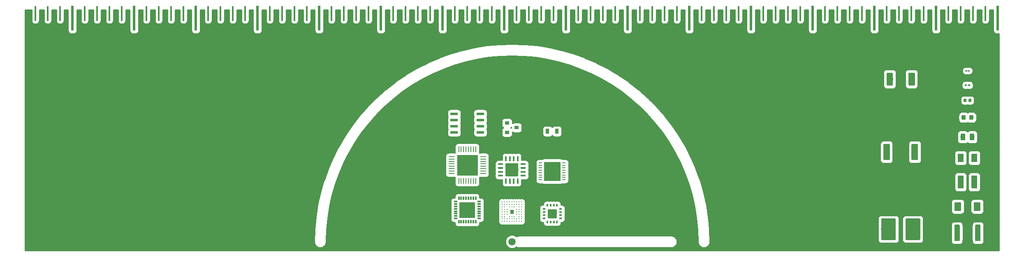
<source format=gbr>
G04 #@! TF.GenerationSoftware,KiCad,Pcbnew,5.0.2-bee76a0~70~ubuntu18.04.1*
G04 #@! TF.CreationDate,2019-01-05T21:06:59+08:00*
G04 #@! TF.ProjectId,ruler-pcb,72756c65-722d-4706-9362-2e6b69636164,rev?*
G04 #@! TF.SameCoordinates,Original*
G04 #@! TF.FileFunction,Copper,L2,Bot*
G04 #@! TF.FilePolarity,Positive*
%FSLAX46Y46*%
G04 Gerber Fmt 4.6, Leading zero omitted, Abs format (unit mm)*
G04 Created by KiCad (PCBNEW 5.0.2-bee76a0~70~ubuntu18.04.1) date 2019年01月05日 星期六 21时06分59秒*
%MOMM*%
%LPD*%
G01*
G04 APERTURE LIST*
G04 #@! TA.AperFunction,Conductor*
%ADD10C,0.100000*%
G04 #@! TD*
G04 #@! TA.AperFunction,SMDPad,CuDef*
%ADD11C,0.350000*%
G04 #@! TD*
G04 #@! TA.AperFunction,SMDPad,CuDef*
%ADD12C,2.700000*%
G04 #@! TD*
G04 #@! TA.AperFunction,SMDPad,CuDef*
%ADD13R,0.304800X3.048000*%
G04 #@! TD*
G04 #@! TA.AperFunction,SMDPad,CuDef*
%ADD14R,0.508000X5.080000*%
G04 #@! TD*
G04 #@! TA.AperFunction,SMDPad,CuDef*
%ADD15C,0.400000*%
G04 #@! TD*
G04 #@! TA.AperFunction,SMDPad,CuDef*
%ADD16C,0.590000*%
G04 #@! TD*
G04 #@! TA.AperFunction,SMDPad,CuDef*
%ADD17C,0.875000*%
G04 #@! TD*
G04 #@! TA.AperFunction,SMDPad,CuDef*
%ADD18C,0.975000*%
G04 #@! TD*
G04 #@! TA.AperFunction,SMDPad,CuDef*
%ADD19C,0.300000*%
G04 #@! TD*
G04 #@! TA.AperFunction,SMDPad,CuDef*
%ADD20C,1.250000*%
G04 #@! TD*
G04 #@! TA.AperFunction,SMDPad,CuDef*
%ADD21C,1.400000*%
G04 #@! TD*
G04 #@! TA.AperFunction,SMDPad,CuDef*
%ADD22C,1.125000*%
G04 #@! TD*
G04 #@! TA.AperFunction,SMDPad,CuDef*
%ADD23C,1.350000*%
G04 #@! TD*
G04 #@! TA.AperFunction,SMDPad,CuDef*
%ADD24C,3.025000*%
G04 #@! TD*
G04 #@! TA.AperFunction,BGAPad,CuDef*
%ADD25C,0.250000*%
G04 #@! TD*
G04 #@! TA.AperFunction,SMDPad,CuDef*
%ADD26R,3.250000X3.250000*%
G04 #@! TD*
G04 #@! TA.AperFunction,SMDPad,CuDef*
%ADD27R,0.300000X0.800000*%
G04 #@! TD*
G04 #@! TA.AperFunction,SMDPad,CuDef*
%ADD28R,0.800000X0.300000*%
G04 #@! TD*
G04 #@! TA.AperFunction,SMDPad,CuDef*
%ADD29R,3.460000X4.000000*%
G04 #@! TD*
G04 #@! TA.AperFunction,SMDPad,CuDef*
%ADD30R,0.700000X0.250000*%
G04 #@! TD*
G04 #@! TA.AperFunction,SMDPad,CuDef*
%ADD31R,0.400000X0.550000*%
G04 #@! TD*
G04 #@! TA.AperFunction,SMDPad,CuDef*
%ADD32R,0.550000X0.400000*%
G04 #@! TD*
G04 #@! TA.AperFunction,SMDPad,CuDef*
%ADD33R,0.280000X1.200000*%
G04 #@! TD*
G04 #@! TA.AperFunction,SMDPad,CuDef*
%ADD34R,1.200000X0.280000*%
G04 #@! TD*
G04 #@! TA.AperFunction,SMDPad,CuDef*
%ADD35R,0.800000X1.000000*%
G04 #@! TD*
G04 #@! TA.AperFunction,SMDPad,CuDef*
%ADD36R,0.900000X0.800000*%
G04 #@! TD*
G04 #@! TA.AperFunction,SMDPad,CuDef*
%ADD37R,1.550000X0.600000*%
G04 #@! TD*
G04 #@! TA.AperFunction,ViaPad*
%ADD38C,1.500000*%
G04 #@! TD*
G04 #@! TA.AperFunction,NonConductor*
%ADD39C,0.254000*%
G04 #@! TD*
G04 APERTURE END LIST*
D10*
G04 #@! TO.N,N/C*
G04 #@! TO.C,QFN*
G36*
X124255996Y-61220041D02*
X124264490Y-61221301D01*
X124272820Y-61223388D01*
X124280905Y-61226281D01*
X124288667Y-61229952D01*
X124296032Y-61234366D01*
X124302929Y-61239482D01*
X124309292Y-61245248D01*
X124315058Y-61251611D01*
X124320174Y-61258508D01*
X124324588Y-61265873D01*
X124328259Y-61273635D01*
X124331152Y-61281720D01*
X124333239Y-61290050D01*
X124334499Y-61298544D01*
X124334920Y-61307120D01*
X124334920Y-62182120D01*
X124334499Y-62190696D01*
X124333239Y-62199190D01*
X124331152Y-62207520D01*
X124328259Y-62215605D01*
X124324588Y-62223367D01*
X124320174Y-62230732D01*
X124315058Y-62237629D01*
X124309292Y-62243992D01*
X124302929Y-62249758D01*
X124296032Y-62254874D01*
X124288667Y-62259288D01*
X124280905Y-62262959D01*
X124272820Y-62265852D01*
X124264490Y-62267939D01*
X124255996Y-62269199D01*
X124247420Y-62269620D01*
X124072420Y-62269620D01*
X124063844Y-62269199D01*
X124055350Y-62267939D01*
X124047020Y-62265852D01*
X124038935Y-62262959D01*
X124031173Y-62259288D01*
X124023808Y-62254874D01*
X124016911Y-62249758D01*
X124010548Y-62243992D01*
X124004782Y-62237629D01*
X123999666Y-62230732D01*
X123995252Y-62223367D01*
X123991581Y-62215605D01*
X123988688Y-62207520D01*
X123986601Y-62199190D01*
X123985341Y-62190696D01*
X123984920Y-62182120D01*
X123984920Y-61307120D01*
X123985341Y-61298544D01*
X123986601Y-61290050D01*
X123988688Y-61281720D01*
X123991581Y-61273635D01*
X123995252Y-61265873D01*
X123999666Y-61258508D01*
X124004782Y-61251611D01*
X124010548Y-61245248D01*
X124016911Y-61239482D01*
X124023808Y-61234366D01*
X124031173Y-61229952D01*
X124038935Y-61226281D01*
X124047020Y-61223388D01*
X124055350Y-61221301D01*
X124063844Y-61220041D01*
X124072420Y-61219620D01*
X124247420Y-61219620D01*
X124255996Y-61220041D01*
X124255996Y-61220041D01*
G37*
D11*
G04 #@! TD*
G04 #@! TO.P,QFN,16*
G04 #@! TO.N,N/C*
X124159920Y-61744620D03*
D10*
G04 #@! TO.N,N/C*
G04 #@! TO.C,QFN*
G36*
X125055996Y-61220041D02*
X125064490Y-61221301D01*
X125072820Y-61223388D01*
X125080905Y-61226281D01*
X125088667Y-61229952D01*
X125096032Y-61234366D01*
X125102929Y-61239482D01*
X125109292Y-61245248D01*
X125115058Y-61251611D01*
X125120174Y-61258508D01*
X125124588Y-61265873D01*
X125128259Y-61273635D01*
X125131152Y-61281720D01*
X125133239Y-61290050D01*
X125134499Y-61298544D01*
X125134920Y-61307120D01*
X125134920Y-62182120D01*
X125134499Y-62190696D01*
X125133239Y-62199190D01*
X125131152Y-62207520D01*
X125128259Y-62215605D01*
X125124588Y-62223367D01*
X125120174Y-62230732D01*
X125115058Y-62237629D01*
X125109292Y-62243992D01*
X125102929Y-62249758D01*
X125096032Y-62254874D01*
X125088667Y-62259288D01*
X125080905Y-62262959D01*
X125072820Y-62265852D01*
X125064490Y-62267939D01*
X125055996Y-62269199D01*
X125047420Y-62269620D01*
X124872420Y-62269620D01*
X124863844Y-62269199D01*
X124855350Y-62267939D01*
X124847020Y-62265852D01*
X124838935Y-62262959D01*
X124831173Y-62259288D01*
X124823808Y-62254874D01*
X124816911Y-62249758D01*
X124810548Y-62243992D01*
X124804782Y-62237629D01*
X124799666Y-62230732D01*
X124795252Y-62223367D01*
X124791581Y-62215605D01*
X124788688Y-62207520D01*
X124786601Y-62199190D01*
X124785341Y-62190696D01*
X124784920Y-62182120D01*
X124784920Y-61307120D01*
X124785341Y-61298544D01*
X124786601Y-61290050D01*
X124788688Y-61281720D01*
X124791581Y-61273635D01*
X124795252Y-61265873D01*
X124799666Y-61258508D01*
X124804782Y-61251611D01*
X124810548Y-61245248D01*
X124816911Y-61239482D01*
X124823808Y-61234366D01*
X124831173Y-61229952D01*
X124838935Y-61226281D01*
X124847020Y-61223388D01*
X124855350Y-61221301D01*
X124863844Y-61220041D01*
X124872420Y-61219620D01*
X125047420Y-61219620D01*
X125055996Y-61220041D01*
X125055996Y-61220041D01*
G37*
D11*
G04 #@! TD*
G04 #@! TO.P,QFN,15*
G04 #@! TO.N,N/C*
X124959920Y-61744620D03*
D10*
G04 #@! TO.N,N/C*
G04 #@! TO.C,QFN*
G36*
X125855996Y-61220041D02*
X125864490Y-61221301D01*
X125872820Y-61223388D01*
X125880905Y-61226281D01*
X125888667Y-61229952D01*
X125896032Y-61234366D01*
X125902929Y-61239482D01*
X125909292Y-61245248D01*
X125915058Y-61251611D01*
X125920174Y-61258508D01*
X125924588Y-61265873D01*
X125928259Y-61273635D01*
X125931152Y-61281720D01*
X125933239Y-61290050D01*
X125934499Y-61298544D01*
X125934920Y-61307120D01*
X125934920Y-62182120D01*
X125934499Y-62190696D01*
X125933239Y-62199190D01*
X125931152Y-62207520D01*
X125928259Y-62215605D01*
X125924588Y-62223367D01*
X125920174Y-62230732D01*
X125915058Y-62237629D01*
X125909292Y-62243992D01*
X125902929Y-62249758D01*
X125896032Y-62254874D01*
X125888667Y-62259288D01*
X125880905Y-62262959D01*
X125872820Y-62265852D01*
X125864490Y-62267939D01*
X125855996Y-62269199D01*
X125847420Y-62269620D01*
X125672420Y-62269620D01*
X125663844Y-62269199D01*
X125655350Y-62267939D01*
X125647020Y-62265852D01*
X125638935Y-62262959D01*
X125631173Y-62259288D01*
X125623808Y-62254874D01*
X125616911Y-62249758D01*
X125610548Y-62243992D01*
X125604782Y-62237629D01*
X125599666Y-62230732D01*
X125595252Y-62223367D01*
X125591581Y-62215605D01*
X125588688Y-62207520D01*
X125586601Y-62199190D01*
X125585341Y-62190696D01*
X125584920Y-62182120D01*
X125584920Y-61307120D01*
X125585341Y-61298544D01*
X125586601Y-61290050D01*
X125588688Y-61281720D01*
X125591581Y-61273635D01*
X125595252Y-61265873D01*
X125599666Y-61258508D01*
X125604782Y-61251611D01*
X125610548Y-61245248D01*
X125616911Y-61239482D01*
X125623808Y-61234366D01*
X125631173Y-61229952D01*
X125638935Y-61226281D01*
X125647020Y-61223388D01*
X125655350Y-61221301D01*
X125663844Y-61220041D01*
X125672420Y-61219620D01*
X125847420Y-61219620D01*
X125855996Y-61220041D01*
X125855996Y-61220041D01*
G37*
D11*
G04 #@! TD*
G04 #@! TO.P,QFN,14*
G04 #@! TO.N,N/C*
X125759920Y-61744620D03*
D10*
G04 #@! TO.N,N/C*
G04 #@! TO.C,QFN*
G36*
X126655996Y-61220041D02*
X126664490Y-61221301D01*
X126672820Y-61223388D01*
X126680905Y-61226281D01*
X126688667Y-61229952D01*
X126696032Y-61234366D01*
X126702929Y-61239482D01*
X126709292Y-61245248D01*
X126715058Y-61251611D01*
X126720174Y-61258508D01*
X126724588Y-61265873D01*
X126728259Y-61273635D01*
X126731152Y-61281720D01*
X126733239Y-61290050D01*
X126734499Y-61298544D01*
X126734920Y-61307120D01*
X126734920Y-62182120D01*
X126734499Y-62190696D01*
X126733239Y-62199190D01*
X126731152Y-62207520D01*
X126728259Y-62215605D01*
X126724588Y-62223367D01*
X126720174Y-62230732D01*
X126715058Y-62237629D01*
X126709292Y-62243992D01*
X126702929Y-62249758D01*
X126696032Y-62254874D01*
X126688667Y-62259288D01*
X126680905Y-62262959D01*
X126672820Y-62265852D01*
X126664490Y-62267939D01*
X126655996Y-62269199D01*
X126647420Y-62269620D01*
X126472420Y-62269620D01*
X126463844Y-62269199D01*
X126455350Y-62267939D01*
X126447020Y-62265852D01*
X126438935Y-62262959D01*
X126431173Y-62259288D01*
X126423808Y-62254874D01*
X126416911Y-62249758D01*
X126410548Y-62243992D01*
X126404782Y-62237629D01*
X126399666Y-62230732D01*
X126395252Y-62223367D01*
X126391581Y-62215605D01*
X126388688Y-62207520D01*
X126386601Y-62199190D01*
X126385341Y-62190696D01*
X126384920Y-62182120D01*
X126384920Y-61307120D01*
X126385341Y-61298544D01*
X126386601Y-61290050D01*
X126388688Y-61281720D01*
X126391581Y-61273635D01*
X126395252Y-61265873D01*
X126399666Y-61258508D01*
X126404782Y-61251611D01*
X126410548Y-61245248D01*
X126416911Y-61239482D01*
X126423808Y-61234366D01*
X126431173Y-61229952D01*
X126438935Y-61226281D01*
X126447020Y-61223388D01*
X126455350Y-61221301D01*
X126463844Y-61220041D01*
X126472420Y-61219620D01*
X126647420Y-61219620D01*
X126655996Y-61220041D01*
X126655996Y-61220041D01*
G37*
D11*
G04 #@! TD*
G04 #@! TO.P,QFN,13*
G04 #@! TO.N,N/C*
X126559920Y-61744620D03*
D10*
G04 #@! TO.N,N/C*
G04 #@! TO.C,QFN*
G36*
X128130996Y-60445041D02*
X128139490Y-60446301D01*
X128147820Y-60448388D01*
X128155905Y-60451281D01*
X128163667Y-60454952D01*
X128171032Y-60459366D01*
X128177929Y-60464482D01*
X128184292Y-60470248D01*
X128190058Y-60476611D01*
X128195174Y-60483508D01*
X128199588Y-60490873D01*
X128203259Y-60498635D01*
X128206152Y-60506720D01*
X128208239Y-60515050D01*
X128209499Y-60523544D01*
X128209920Y-60532120D01*
X128209920Y-60707120D01*
X128209499Y-60715696D01*
X128208239Y-60724190D01*
X128206152Y-60732520D01*
X128203259Y-60740605D01*
X128199588Y-60748367D01*
X128195174Y-60755732D01*
X128190058Y-60762629D01*
X128184292Y-60768992D01*
X128177929Y-60774758D01*
X128171032Y-60779874D01*
X128163667Y-60784288D01*
X128155905Y-60787959D01*
X128147820Y-60790852D01*
X128139490Y-60792939D01*
X128130996Y-60794199D01*
X128122420Y-60794620D01*
X127247420Y-60794620D01*
X127238844Y-60794199D01*
X127230350Y-60792939D01*
X127222020Y-60790852D01*
X127213935Y-60787959D01*
X127206173Y-60784288D01*
X127198808Y-60779874D01*
X127191911Y-60774758D01*
X127185548Y-60768992D01*
X127179782Y-60762629D01*
X127174666Y-60755732D01*
X127170252Y-60748367D01*
X127166581Y-60740605D01*
X127163688Y-60732520D01*
X127161601Y-60724190D01*
X127160341Y-60715696D01*
X127159920Y-60707120D01*
X127159920Y-60532120D01*
X127160341Y-60523544D01*
X127161601Y-60515050D01*
X127163688Y-60506720D01*
X127166581Y-60498635D01*
X127170252Y-60490873D01*
X127174666Y-60483508D01*
X127179782Y-60476611D01*
X127185548Y-60470248D01*
X127191911Y-60464482D01*
X127198808Y-60459366D01*
X127206173Y-60454952D01*
X127213935Y-60451281D01*
X127222020Y-60448388D01*
X127230350Y-60446301D01*
X127238844Y-60445041D01*
X127247420Y-60444620D01*
X128122420Y-60444620D01*
X128130996Y-60445041D01*
X128130996Y-60445041D01*
G37*
D11*
G04 #@! TD*
G04 #@! TO.P,QFN,12*
G04 #@! TO.N,N/C*
X127684920Y-60619620D03*
D10*
G04 #@! TO.N,N/C*
G04 #@! TO.C,QFN*
G36*
X128130996Y-59645041D02*
X128139490Y-59646301D01*
X128147820Y-59648388D01*
X128155905Y-59651281D01*
X128163667Y-59654952D01*
X128171032Y-59659366D01*
X128177929Y-59664482D01*
X128184292Y-59670248D01*
X128190058Y-59676611D01*
X128195174Y-59683508D01*
X128199588Y-59690873D01*
X128203259Y-59698635D01*
X128206152Y-59706720D01*
X128208239Y-59715050D01*
X128209499Y-59723544D01*
X128209920Y-59732120D01*
X128209920Y-59907120D01*
X128209499Y-59915696D01*
X128208239Y-59924190D01*
X128206152Y-59932520D01*
X128203259Y-59940605D01*
X128199588Y-59948367D01*
X128195174Y-59955732D01*
X128190058Y-59962629D01*
X128184292Y-59968992D01*
X128177929Y-59974758D01*
X128171032Y-59979874D01*
X128163667Y-59984288D01*
X128155905Y-59987959D01*
X128147820Y-59990852D01*
X128139490Y-59992939D01*
X128130996Y-59994199D01*
X128122420Y-59994620D01*
X127247420Y-59994620D01*
X127238844Y-59994199D01*
X127230350Y-59992939D01*
X127222020Y-59990852D01*
X127213935Y-59987959D01*
X127206173Y-59984288D01*
X127198808Y-59979874D01*
X127191911Y-59974758D01*
X127185548Y-59968992D01*
X127179782Y-59962629D01*
X127174666Y-59955732D01*
X127170252Y-59948367D01*
X127166581Y-59940605D01*
X127163688Y-59932520D01*
X127161601Y-59924190D01*
X127160341Y-59915696D01*
X127159920Y-59907120D01*
X127159920Y-59732120D01*
X127160341Y-59723544D01*
X127161601Y-59715050D01*
X127163688Y-59706720D01*
X127166581Y-59698635D01*
X127170252Y-59690873D01*
X127174666Y-59683508D01*
X127179782Y-59676611D01*
X127185548Y-59670248D01*
X127191911Y-59664482D01*
X127198808Y-59659366D01*
X127206173Y-59654952D01*
X127213935Y-59651281D01*
X127222020Y-59648388D01*
X127230350Y-59646301D01*
X127238844Y-59645041D01*
X127247420Y-59644620D01*
X128122420Y-59644620D01*
X128130996Y-59645041D01*
X128130996Y-59645041D01*
G37*
D11*
G04 #@! TD*
G04 #@! TO.P,QFN,11*
G04 #@! TO.N,N/C*
X127684920Y-59819620D03*
D10*
G04 #@! TO.N,N/C*
G04 #@! TO.C,QFN*
G36*
X128130996Y-58845041D02*
X128139490Y-58846301D01*
X128147820Y-58848388D01*
X128155905Y-58851281D01*
X128163667Y-58854952D01*
X128171032Y-58859366D01*
X128177929Y-58864482D01*
X128184292Y-58870248D01*
X128190058Y-58876611D01*
X128195174Y-58883508D01*
X128199588Y-58890873D01*
X128203259Y-58898635D01*
X128206152Y-58906720D01*
X128208239Y-58915050D01*
X128209499Y-58923544D01*
X128209920Y-58932120D01*
X128209920Y-59107120D01*
X128209499Y-59115696D01*
X128208239Y-59124190D01*
X128206152Y-59132520D01*
X128203259Y-59140605D01*
X128199588Y-59148367D01*
X128195174Y-59155732D01*
X128190058Y-59162629D01*
X128184292Y-59168992D01*
X128177929Y-59174758D01*
X128171032Y-59179874D01*
X128163667Y-59184288D01*
X128155905Y-59187959D01*
X128147820Y-59190852D01*
X128139490Y-59192939D01*
X128130996Y-59194199D01*
X128122420Y-59194620D01*
X127247420Y-59194620D01*
X127238844Y-59194199D01*
X127230350Y-59192939D01*
X127222020Y-59190852D01*
X127213935Y-59187959D01*
X127206173Y-59184288D01*
X127198808Y-59179874D01*
X127191911Y-59174758D01*
X127185548Y-59168992D01*
X127179782Y-59162629D01*
X127174666Y-59155732D01*
X127170252Y-59148367D01*
X127166581Y-59140605D01*
X127163688Y-59132520D01*
X127161601Y-59124190D01*
X127160341Y-59115696D01*
X127159920Y-59107120D01*
X127159920Y-58932120D01*
X127160341Y-58923544D01*
X127161601Y-58915050D01*
X127163688Y-58906720D01*
X127166581Y-58898635D01*
X127170252Y-58890873D01*
X127174666Y-58883508D01*
X127179782Y-58876611D01*
X127185548Y-58870248D01*
X127191911Y-58864482D01*
X127198808Y-58859366D01*
X127206173Y-58854952D01*
X127213935Y-58851281D01*
X127222020Y-58848388D01*
X127230350Y-58846301D01*
X127238844Y-58845041D01*
X127247420Y-58844620D01*
X128122420Y-58844620D01*
X128130996Y-58845041D01*
X128130996Y-58845041D01*
G37*
D11*
G04 #@! TD*
G04 #@! TO.P,QFN,10*
G04 #@! TO.N,N/C*
X127684920Y-59019620D03*
D10*
G04 #@! TO.N,N/C*
G04 #@! TO.C,QFN*
G36*
X128130996Y-58045041D02*
X128139490Y-58046301D01*
X128147820Y-58048388D01*
X128155905Y-58051281D01*
X128163667Y-58054952D01*
X128171032Y-58059366D01*
X128177929Y-58064482D01*
X128184292Y-58070248D01*
X128190058Y-58076611D01*
X128195174Y-58083508D01*
X128199588Y-58090873D01*
X128203259Y-58098635D01*
X128206152Y-58106720D01*
X128208239Y-58115050D01*
X128209499Y-58123544D01*
X128209920Y-58132120D01*
X128209920Y-58307120D01*
X128209499Y-58315696D01*
X128208239Y-58324190D01*
X128206152Y-58332520D01*
X128203259Y-58340605D01*
X128199588Y-58348367D01*
X128195174Y-58355732D01*
X128190058Y-58362629D01*
X128184292Y-58368992D01*
X128177929Y-58374758D01*
X128171032Y-58379874D01*
X128163667Y-58384288D01*
X128155905Y-58387959D01*
X128147820Y-58390852D01*
X128139490Y-58392939D01*
X128130996Y-58394199D01*
X128122420Y-58394620D01*
X127247420Y-58394620D01*
X127238844Y-58394199D01*
X127230350Y-58392939D01*
X127222020Y-58390852D01*
X127213935Y-58387959D01*
X127206173Y-58384288D01*
X127198808Y-58379874D01*
X127191911Y-58374758D01*
X127185548Y-58368992D01*
X127179782Y-58362629D01*
X127174666Y-58355732D01*
X127170252Y-58348367D01*
X127166581Y-58340605D01*
X127163688Y-58332520D01*
X127161601Y-58324190D01*
X127160341Y-58315696D01*
X127159920Y-58307120D01*
X127159920Y-58132120D01*
X127160341Y-58123544D01*
X127161601Y-58115050D01*
X127163688Y-58106720D01*
X127166581Y-58098635D01*
X127170252Y-58090873D01*
X127174666Y-58083508D01*
X127179782Y-58076611D01*
X127185548Y-58070248D01*
X127191911Y-58064482D01*
X127198808Y-58059366D01*
X127206173Y-58054952D01*
X127213935Y-58051281D01*
X127222020Y-58048388D01*
X127230350Y-58046301D01*
X127238844Y-58045041D01*
X127247420Y-58044620D01*
X128122420Y-58044620D01*
X128130996Y-58045041D01*
X128130996Y-58045041D01*
G37*
D11*
G04 #@! TD*
G04 #@! TO.P,QFN,9*
G04 #@! TO.N,N/C*
X127684920Y-58219620D03*
D10*
G04 #@! TO.N,N/C*
G04 #@! TO.C,QFN*
G36*
X126655996Y-56570041D02*
X126664490Y-56571301D01*
X126672820Y-56573388D01*
X126680905Y-56576281D01*
X126688667Y-56579952D01*
X126696032Y-56584366D01*
X126702929Y-56589482D01*
X126709292Y-56595248D01*
X126715058Y-56601611D01*
X126720174Y-56608508D01*
X126724588Y-56615873D01*
X126728259Y-56623635D01*
X126731152Y-56631720D01*
X126733239Y-56640050D01*
X126734499Y-56648544D01*
X126734920Y-56657120D01*
X126734920Y-57532120D01*
X126734499Y-57540696D01*
X126733239Y-57549190D01*
X126731152Y-57557520D01*
X126728259Y-57565605D01*
X126724588Y-57573367D01*
X126720174Y-57580732D01*
X126715058Y-57587629D01*
X126709292Y-57593992D01*
X126702929Y-57599758D01*
X126696032Y-57604874D01*
X126688667Y-57609288D01*
X126680905Y-57612959D01*
X126672820Y-57615852D01*
X126664490Y-57617939D01*
X126655996Y-57619199D01*
X126647420Y-57619620D01*
X126472420Y-57619620D01*
X126463844Y-57619199D01*
X126455350Y-57617939D01*
X126447020Y-57615852D01*
X126438935Y-57612959D01*
X126431173Y-57609288D01*
X126423808Y-57604874D01*
X126416911Y-57599758D01*
X126410548Y-57593992D01*
X126404782Y-57587629D01*
X126399666Y-57580732D01*
X126395252Y-57573367D01*
X126391581Y-57565605D01*
X126388688Y-57557520D01*
X126386601Y-57549190D01*
X126385341Y-57540696D01*
X126384920Y-57532120D01*
X126384920Y-56657120D01*
X126385341Y-56648544D01*
X126386601Y-56640050D01*
X126388688Y-56631720D01*
X126391581Y-56623635D01*
X126395252Y-56615873D01*
X126399666Y-56608508D01*
X126404782Y-56601611D01*
X126410548Y-56595248D01*
X126416911Y-56589482D01*
X126423808Y-56584366D01*
X126431173Y-56579952D01*
X126438935Y-56576281D01*
X126447020Y-56573388D01*
X126455350Y-56571301D01*
X126463844Y-56570041D01*
X126472420Y-56569620D01*
X126647420Y-56569620D01*
X126655996Y-56570041D01*
X126655996Y-56570041D01*
G37*
D11*
G04 #@! TD*
G04 #@! TO.P,QFN,8*
G04 #@! TO.N,N/C*
X126559920Y-57094620D03*
D10*
G04 #@! TO.N,N/C*
G04 #@! TO.C,QFN*
G36*
X125855996Y-56570041D02*
X125864490Y-56571301D01*
X125872820Y-56573388D01*
X125880905Y-56576281D01*
X125888667Y-56579952D01*
X125896032Y-56584366D01*
X125902929Y-56589482D01*
X125909292Y-56595248D01*
X125915058Y-56601611D01*
X125920174Y-56608508D01*
X125924588Y-56615873D01*
X125928259Y-56623635D01*
X125931152Y-56631720D01*
X125933239Y-56640050D01*
X125934499Y-56648544D01*
X125934920Y-56657120D01*
X125934920Y-57532120D01*
X125934499Y-57540696D01*
X125933239Y-57549190D01*
X125931152Y-57557520D01*
X125928259Y-57565605D01*
X125924588Y-57573367D01*
X125920174Y-57580732D01*
X125915058Y-57587629D01*
X125909292Y-57593992D01*
X125902929Y-57599758D01*
X125896032Y-57604874D01*
X125888667Y-57609288D01*
X125880905Y-57612959D01*
X125872820Y-57615852D01*
X125864490Y-57617939D01*
X125855996Y-57619199D01*
X125847420Y-57619620D01*
X125672420Y-57619620D01*
X125663844Y-57619199D01*
X125655350Y-57617939D01*
X125647020Y-57615852D01*
X125638935Y-57612959D01*
X125631173Y-57609288D01*
X125623808Y-57604874D01*
X125616911Y-57599758D01*
X125610548Y-57593992D01*
X125604782Y-57587629D01*
X125599666Y-57580732D01*
X125595252Y-57573367D01*
X125591581Y-57565605D01*
X125588688Y-57557520D01*
X125586601Y-57549190D01*
X125585341Y-57540696D01*
X125584920Y-57532120D01*
X125584920Y-56657120D01*
X125585341Y-56648544D01*
X125586601Y-56640050D01*
X125588688Y-56631720D01*
X125591581Y-56623635D01*
X125595252Y-56615873D01*
X125599666Y-56608508D01*
X125604782Y-56601611D01*
X125610548Y-56595248D01*
X125616911Y-56589482D01*
X125623808Y-56584366D01*
X125631173Y-56579952D01*
X125638935Y-56576281D01*
X125647020Y-56573388D01*
X125655350Y-56571301D01*
X125663844Y-56570041D01*
X125672420Y-56569620D01*
X125847420Y-56569620D01*
X125855996Y-56570041D01*
X125855996Y-56570041D01*
G37*
D11*
G04 #@! TD*
G04 #@! TO.P,QFN,7*
G04 #@! TO.N,N/C*
X125759920Y-57094620D03*
D10*
G04 #@! TO.N,N/C*
G04 #@! TO.C,QFN*
G36*
X125055996Y-56570041D02*
X125064490Y-56571301D01*
X125072820Y-56573388D01*
X125080905Y-56576281D01*
X125088667Y-56579952D01*
X125096032Y-56584366D01*
X125102929Y-56589482D01*
X125109292Y-56595248D01*
X125115058Y-56601611D01*
X125120174Y-56608508D01*
X125124588Y-56615873D01*
X125128259Y-56623635D01*
X125131152Y-56631720D01*
X125133239Y-56640050D01*
X125134499Y-56648544D01*
X125134920Y-56657120D01*
X125134920Y-57532120D01*
X125134499Y-57540696D01*
X125133239Y-57549190D01*
X125131152Y-57557520D01*
X125128259Y-57565605D01*
X125124588Y-57573367D01*
X125120174Y-57580732D01*
X125115058Y-57587629D01*
X125109292Y-57593992D01*
X125102929Y-57599758D01*
X125096032Y-57604874D01*
X125088667Y-57609288D01*
X125080905Y-57612959D01*
X125072820Y-57615852D01*
X125064490Y-57617939D01*
X125055996Y-57619199D01*
X125047420Y-57619620D01*
X124872420Y-57619620D01*
X124863844Y-57619199D01*
X124855350Y-57617939D01*
X124847020Y-57615852D01*
X124838935Y-57612959D01*
X124831173Y-57609288D01*
X124823808Y-57604874D01*
X124816911Y-57599758D01*
X124810548Y-57593992D01*
X124804782Y-57587629D01*
X124799666Y-57580732D01*
X124795252Y-57573367D01*
X124791581Y-57565605D01*
X124788688Y-57557520D01*
X124786601Y-57549190D01*
X124785341Y-57540696D01*
X124784920Y-57532120D01*
X124784920Y-56657120D01*
X124785341Y-56648544D01*
X124786601Y-56640050D01*
X124788688Y-56631720D01*
X124791581Y-56623635D01*
X124795252Y-56615873D01*
X124799666Y-56608508D01*
X124804782Y-56601611D01*
X124810548Y-56595248D01*
X124816911Y-56589482D01*
X124823808Y-56584366D01*
X124831173Y-56579952D01*
X124838935Y-56576281D01*
X124847020Y-56573388D01*
X124855350Y-56571301D01*
X124863844Y-56570041D01*
X124872420Y-56569620D01*
X125047420Y-56569620D01*
X125055996Y-56570041D01*
X125055996Y-56570041D01*
G37*
D11*
G04 #@! TD*
G04 #@! TO.P,QFN,6*
G04 #@! TO.N,N/C*
X124959920Y-57094620D03*
D10*
G04 #@! TO.N,N/C*
G04 #@! TO.C,QFN*
G36*
X124255996Y-56570041D02*
X124264490Y-56571301D01*
X124272820Y-56573388D01*
X124280905Y-56576281D01*
X124288667Y-56579952D01*
X124296032Y-56584366D01*
X124302929Y-56589482D01*
X124309292Y-56595248D01*
X124315058Y-56601611D01*
X124320174Y-56608508D01*
X124324588Y-56615873D01*
X124328259Y-56623635D01*
X124331152Y-56631720D01*
X124333239Y-56640050D01*
X124334499Y-56648544D01*
X124334920Y-56657120D01*
X124334920Y-57532120D01*
X124334499Y-57540696D01*
X124333239Y-57549190D01*
X124331152Y-57557520D01*
X124328259Y-57565605D01*
X124324588Y-57573367D01*
X124320174Y-57580732D01*
X124315058Y-57587629D01*
X124309292Y-57593992D01*
X124302929Y-57599758D01*
X124296032Y-57604874D01*
X124288667Y-57609288D01*
X124280905Y-57612959D01*
X124272820Y-57615852D01*
X124264490Y-57617939D01*
X124255996Y-57619199D01*
X124247420Y-57619620D01*
X124072420Y-57619620D01*
X124063844Y-57619199D01*
X124055350Y-57617939D01*
X124047020Y-57615852D01*
X124038935Y-57612959D01*
X124031173Y-57609288D01*
X124023808Y-57604874D01*
X124016911Y-57599758D01*
X124010548Y-57593992D01*
X124004782Y-57587629D01*
X123999666Y-57580732D01*
X123995252Y-57573367D01*
X123991581Y-57565605D01*
X123988688Y-57557520D01*
X123986601Y-57549190D01*
X123985341Y-57540696D01*
X123984920Y-57532120D01*
X123984920Y-56657120D01*
X123985341Y-56648544D01*
X123986601Y-56640050D01*
X123988688Y-56631720D01*
X123991581Y-56623635D01*
X123995252Y-56615873D01*
X123999666Y-56608508D01*
X124004782Y-56601611D01*
X124010548Y-56595248D01*
X124016911Y-56589482D01*
X124023808Y-56584366D01*
X124031173Y-56579952D01*
X124038935Y-56576281D01*
X124047020Y-56573388D01*
X124055350Y-56571301D01*
X124063844Y-56570041D01*
X124072420Y-56569620D01*
X124247420Y-56569620D01*
X124255996Y-56570041D01*
X124255996Y-56570041D01*
G37*
D11*
G04 #@! TD*
G04 #@! TO.P,QFN,5*
G04 #@! TO.N,N/C*
X124159920Y-57094620D03*
D10*
G04 #@! TO.N,N/C*
G04 #@! TO.C,QFN*
G36*
X123480996Y-58045041D02*
X123489490Y-58046301D01*
X123497820Y-58048388D01*
X123505905Y-58051281D01*
X123513667Y-58054952D01*
X123521032Y-58059366D01*
X123527929Y-58064482D01*
X123534292Y-58070248D01*
X123540058Y-58076611D01*
X123545174Y-58083508D01*
X123549588Y-58090873D01*
X123553259Y-58098635D01*
X123556152Y-58106720D01*
X123558239Y-58115050D01*
X123559499Y-58123544D01*
X123559920Y-58132120D01*
X123559920Y-58307120D01*
X123559499Y-58315696D01*
X123558239Y-58324190D01*
X123556152Y-58332520D01*
X123553259Y-58340605D01*
X123549588Y-58348367D01*
X123545174Y-58355732D01*
X123540058Y-58362629D01*
X123534292Y-58368992D01*
X123527929Y-58374758D01*
X123521032Y-58379874D01*
X123513667Y-58384288D01*
X123505905Y-58387959D01*
X123497820Y-58390852D01*
X123489490Y-58392939D01*
X123480996Y-58394199D01*
X123472420Y-58394620D01*
X122597420Y-58394620D01*
X122588844Y-58394199D01*
X122580350Y-58392939D01*
X122572020Y-58390852D01*
X122563935Y-58387959D01*
X122556173Y-58384288D01*
X122548808Y-58379874D01*
X122541911Y-58374758D01*
X122535548Y-58368992D01*
X122529782Y-58362629D01*
X122524666Y-58355732D01*
X122520252Y-58348367D01*
X122516581Y-58340605D01*
X122513688Y-58332520D01*
X122511601Y-58324190D01*
X122510341Y-58315696D01*
X122509920Y-58307120D01*
X122509920Y-58132120D01*
X122510341Y-58123544D01*
X122511601Y-58115050D01*
X122513688Y-58106720D01*
X122516581Y-58098635D01*
X122520252Y-58090873D01*
X122524666Y-58083508D01*
X122529782Y-58076611D01*
X122535548Y-58070248D01*
X122541911Y-58064482D01*
X122548808Y-58059366D01*
X122556173Y-58054952D01*
X122563935Y-58051281D01*
X122572020Y-58048388D01*
X122580350Y-58046301D01*
X122588844Y-58045041D01*
X122597420Y-58044620D01*
X123472420Y-58044620D01*
X123480996Y-58045041D01*
X123480996Y-58045041D01*
G37*
D11*
G04 #@! TD*
G04 #@! TO.P,QFN,4*
G04 #@! TO.N,N/C*
X123034920Y-58219620D03*
D10*
G04 #@! TO.N,N/C*
G04 #@! TO.C,QFN*
G36*
X123480996Y-58845041D02*
X123489490Y-58846301D01*
X123497820Y-58848388D01*
X123505905Y-58851281D01*
X123513667Y-58854952D01*
X123521032Y-58859366D01*
X123527929Y-58864482D01*
X123534292Y-58870248D01*
X123540058Y-58876611D01*
X123545174Y-58883508D01*
X123549588Y-58890873D01*
X123553259Y-58898635D01*
X123556152Y-58906720D01*
X123558239Y-58915050D01*
X123559499Y-58923544D01*
X123559920Y-58932120D01*
X123559920Y-59107120D01*
X123559499Y-59115696D01*
X123558239Y-59124190D01*
X123556152Y-59132520D01*
X123553259Y-59140605D01*
X123549588Y-59148367D01*
X123545174Y-59155732D01*
X123540058Y-59162629D01*
X123534292Y-59168992D01*
X123527929Y-59174758D01*
X123521032Y-59179874D01*
X123513667Y-59184288D01*
X123505905Y-59187959D01*
X123497820Y-59190852D01*
X123489490Y-59192939D01*
X123480996Y-59194199D01*
X123472420Y-59194620D01*
X122597420Y-59194620D01*
X122588844Y-59194199D01*
X122580350Y-59192939D01*
X122572020Y-59190852D01*
X122563935Y-59187959D01*
X122556173Y-59184288D01*
X122548808Y-59179874D01*
X122541911Y-59174758D01*
X122535548Y-59168992D01*
X122529782Y-59162629D01*
X122524666Y-59155732D01*
X122520252Y-59148367D01*
X122516581Y-59140605D01*
X122513688Y-59132520D01*
X122511601Y-59124190D01*
X122510341Y-59115696D01*
X122509920Y-59107120D01*
X122509920Y-58932120D01*
X122510341Y-58923544D01*
X122511601Y-58915050D01*
X122513688Y-58906720D01*
X122516581Y-58898635D01*
X122520252Y-58890873D01*
X122524666Y-58883508D01*
X122529782Y-58876611D01*
X122535548Y-58870248D01*
X122541911Y-58864482D01*
X122548808Y-58859366D01*
X122556173Y-58854952D01*
X122563935Y-58851281D01*
X122572020Y-58848388D01*
X122580350Y-58846301D01*
X122588844Y-58845041D01*
X122597420Y-58844620D01*
X123472420Y-58844620D01*
X123480996Y-58845041D01*
X123480996Y-58845041D01*
G37*
D11*
G04 #@! TD*
G04 #@! TO.P,QFN,3*
G04 #@! TO.N,N/C*
X123034920Y-59019620D03*
D10*
G04 #@! TO.N,N/C*
G04 #@! TO.C,QFN*
G36*
X123480996Y-59645041D02*
X123489490Y-59646301D01*
X123497820Y-59648388D01*
X123505905Y-59651281D01*
X123513667Y-59654952D01*
X123521032Y-59659366D01*
X123527929Y-59664482D01*
X123534292Y-59670248D01*
X123540058Y-59676611D01*
X123545174Y-59683508D01*
X123549588Y-59690873D01*
X123553259Y-59698635D01*
X123556152Y-59706720D01*
X123558239Y-59715050D01*
X123559499Y-59723544D01*
X123559920Y-59732120D01*
X123559920Y-59907120D01*
X123559499Y-59915696D01*
X123558239Y-59924190D01*
X123556152Y-59932520D01*
X123553259Y-59940605D01*
X123549588Y-59948367D01*
X123545174Y-59955732D01*
X123540058Y-59962629D01*
X123534292Y-59968992D01*
X123527929Y-59974758D01*
X123521032Y-59979874D01*
X123513667Y-59984288D01*
X123505905Y-59987959D01*
X123497820Y-59990852D01*
X123489490Y-59992939D01*
X123480996Y-59994199D01*
X123472420Y-59994620D01*
X122597420Y-59994620D01*
X122588844Y-59994199D01*
X122580350Y-59992939D01*
X122572020Y-59990852D01*
X122563935Y-59987959D01*
X122556173Y-59984288D01*
X122548808Y-59979874D01*
X122541911Y-59974758D01*
X122535548Y-59968992D01*
X122529782Y-59962629D01*
X122524666Y-59955732D01*
X122520252Y-59948367D01*
X122516581Y-59940605D01*
X122513688Y-59932520D01*
X122511601Y-59924190D01*
X122510341Y-59915696D01*
X122509920Y-59907120D01*
X122509920Y-59732120D01*
X122510341Y-59723544D01*
X122511601Y-59715050D01*
X122513688Y-59706720D01*
X122516581Y-59698635D01*
X122520252Y-59690873D01*
X122524666Y-59683508D01*
X122529782Y-59676611D01*
X122535548Y-59670248D01*
X122541911Y-59664482D01*
X122548808Y-59659366D01*
X122556173Y-59654952D01*
X122563935Y-59651281D01*
X122572020Y-59648388D01*
X122580350Y-59646301D01*
X122588844Y-59645041D01*
X122597420Y-59644620D01*
X123472420Y-59644620D01*
X123480996Y-59645041D01*
X123480996Y-59645041D01*
G37*
D11*
G04 #@! TD*
G04 #@! TO.P,QFN,2*
G04 #@! TO.N,N/C*
X123034920Y-59819620D03*
D10*
G04 #@! TO.N,N/C*
G04 #@! TO.C,QFN*
G36*
X123480996Y-60445041D02*
X123489490Y-60446301D01*
X123497820Y-60448388D01*
X123505905Y-60451281D01*
X123513667Y-60454952D01*
X123521032Y-60459366D01*
X123527929Y-60464482D01*
X123534292Y-60470248D01*
X123540058Y-60476611D01*
X123545174Y-60483508D01*
X123549588Y-60490873D01*
X123553259Y-60498635D01*
X123556152Y-60506720D01*
X123558239Y-60515050D01*
X123559499Y-60523544D01*
X123559920Y-60532120D01*
X123559920Y-60707120D01*
X123559499Y-60715696D01*
X123558239Y-60724190D01*
X123556152Y-60732520D01*
X123553259Y-60740605D01*
X123549588Y-60748367D01*
X123545174Y-60755732D01*
X123540058Y-60762629D01*
X123534292Y-60768992D01*
X123527929Y-60774758D01*
X123521032Y-60779874D01*
X123513667Y-60784288D01*
X123505905Y-60787959D01*
X123497820Y-60790852D01*
X123489490Y-60792939D01*
X123480996Y-60794199D01*
X123472420Y-60794620D01*
X122597420Y-60794620D01*
X122588844Y-60794199D01*
X122580350Y-60792939D01*
X122572020Y-60790852D01*
X122563935Y-60787959D01*
X122556173Y-60784288D01*
X122548808Y-60779874D01*
X122541911Y-60774758D01*
X122535548Y-60768992D01*
X122529782Y-60762629D01*
X122524666Y-60755732D01*
X122520252Y-60748367D01*
X122516581Y-60740605D01*
X122513688Y-60732520D01*
X122511601Y-60724190D01*
X122510341Y-60715696D01*
X122509920Y-60707120D01*
X122509920Y-60532120D01*
X122510341Y-60523544D01*
X122511601Y-60515050D01*
X122513688Y-60506720D01*
X122516581Y-60498635D01*
X122520252Y-60490873D01*
X122524666Y-60483508D01*
X122529782Y-60476611D01*
X122535548Y-60470248D01*
X122541911Y-60464482D01*
X122548808Y-60459366D01*
X122556173Y-60454952D01*
X122563935Y-60451281D01*
X122572020Y-60448388D01*
X122580350Y-60446301D01*
X122588844Y-60445041D01*
X122597420Y-60444620D01*
X123472420Y-60444620D01*
X123480996Y-60445041D01*
X123480996Y-60445041D01*
G37*
D11*
G04 #@! TD*
G04 #@! TO.P,QFN,1*
G04 #@! TO.N,N/C*
X123034920Y-60619620D03*
D10*
G04 #@! TO.N,N/C*
G04 #@! TO.C,QFN*
G36*
X126484423Y-58070824D02*
X126508692Y-58074424D01*
X126532490Y-58080385D01*
X126555590Y-58088650D01*
X126577769Y-58099140D01*
X126598812Y-58111753D01*
X126618518Y-58126368D01*
X126636696Y-58142844D01*
X126653172Y-58161022D01*
X126667787Y-58180728D01*
X126680400Y-58201771D01*
X126690890Y-58223950D01*
X126699155Y-58247050D01*
X126705116Y-58270848D01*
X126708716Y-58295117D01*
X126709920Y-58319621D01*
X126709920Y-60519619D01*
X126708716Y-60544123D01*
X126705116Y-60568392D01*
X126699155Y-60592190D01*
X126690890Y-60615290D01*
X126680400Y-60637469D01*
X126667787Y-60658512D01*
X126653172Y-60678218D01*
X126636696Y-60696396D01*
X126618518Y-60712872D01*
X126598812Y-60727487D01*
X126577769Y-60740100D01*
X126555590Y-60750590D01*
X126532490Y-60758855D01*
X126508692Y-60764816D01*
X126484423Y-60768416D01*
X126459919Y-60769620D01*
X124259921Y-60769620D01*
X124235417Y-60768416D01*
X124211148Y-60764816D01*
X124187350Y-60758855D01*
X124164250Y-60750590D01*
X124142071Y-60740100D01*
X124121028Y-60727487D01*
X124101322Y-60712872D01*
X124083144Y-60696396D01*
X124066668Y-60678218D01*
X124052053Y-60658512D01*
X124039440Y-60637469D01*
X124028950Y-60615290D01*
X124020685Y-60592190D01*
X124014724Y-60568392D01*
X124011124Y-60544123D01*
X124009920Y-60519619D01*
X124009920Y-58319621D01*
X124011124Y-58295117D01*
X124014724Y-58270848D01*
X124020685Y-58247050D01*
X124028950Y-58223950D01*
X124039440Y-58201771D01*
X124052053Y-58180728D01*
X124066668Y-58161022D01*
X124083144Y-58142844D01*
X124101322Y-58126368D01*
X124121028Y-58111753D01*
X124142071Y-58099140D01*
X124164250Y-58088650D01*
X124187350Y-58080385D01*
X124211148Y-58074424D01*
X124235417Y-58070824D01*
X124259921Y-58069620D01*
X126459919Y-58069620D01*
X126484423Y-58070824D01*
X126484423Y-58070824D01*
G37*
D12*
G04 #@! TD*
G04 #@! TO.P,QFN,17*
G04 #@! TO.N,N/C*
X125359920Y-59419620D03*
D13*
G04 #@! TO.P,REF\002A\002A,1*
G04 #@! TO.N,N/C*
X222860000Y-27200000D03*
D14*
X225400000Y-28200000D03*
G04 #@! TO.P,REF\002A\002A,21*
X212700000Y-28200000D03*
G04 #@! TO.P,REF\002A\002A,31*
X200000000Y-28200000D03*
G04 #@! TO.P,REF\002A\002A,41*
X187300000Y-28200000D03*
G04 #@! TO.P,REF\002A\002A,51*
X174600000Y-28200000D03*
G04 #@! TO.P,REF\002A\002A,61*
X161900000Y-28200000D03*
G04 #@! TO.P,REF\002A\002A,71*
X149200000Y-28200000D03*
G04 #@! TO.P,REF\002A\002A,81*
X136500000Y-28200000D03*
G04 #@! TO.P,REF\002A\002A,91*
X123800000Y-28200000D03*
G04 #@! TO.P,REF\002A\002A,101*
X111100000Y-28200000D03*
G04 #@! TO.P,REF\002A\002A,111*
X98400000Y-28200000D03*
G04 #@! TO.P,REF\002A\002A,121*
X85700000Y-28200000D03*
G04 #@! TO.P,REF\002A\002A,131*
X73000000Y-28200000D03*
G04 #@! TO.P,REF\002A\002A,141*
X60300000Y-28200000D03*
G04 #@! TO.P,REF\002A\002A,151*
X47600000Y-28200000D03*
G04 #@! TO.P,REF\002A\002A,161*
X34900000Y-28200000D03*
D13*
G04 #@! TO.P,REF\002A\002A,21*
X220320000Y-27200000D03*
G04 #@! TO.P,REF\002A\002A,31*
X217780000Y-27200000D03*
G04 #@! TO.P,REF\002A\002A,41*
X215240000Y-27200000D03*
G04 #@! TO.P,REF\002A\002A,21*
X202540000Y-27200000D03*
G04 #@! TO.P,REF\002A\002A,31*
X189840000Y-27200000D03*
G04 #@! TO.P,REF\002A\002A,41*
X177140000Y-27200000D03*
G04 #@! TO.P,REF\002A\002A,51*
X164440000Y-27200000D03*
G04 #@! TO.P,REF\002A\002A,61*
X151740000Y-27200000D03*
G04 #@! TO.P,REF\002A\002A,71*
X139040000Y-27200000D03*
G04 #@! TO.P,REF\002A\002A,81*
X126340000Y-27200000D03*
G04 #@! TO.P,REF\002A\002A,91*
X113640000Y-27200000D03*
G04 #@! TO.P,REF\002A\002A,101*
X100940000Y-27200000D03*
G04 #@! TO.P,REF\002A\002A,111*
X88240000Y-27200000D03*
G04 #@! TO.P,REF\002A\002A,121*
X75540000Y-27200000D03*
G04 #@! TO.P,REF\002A\002A,131*
X62840000Y-27200000D03*
G04 #@! TO.P,REF\002A\002A,141*
X50140000Y-27200000D03*
G04 #@! TO.P,REF\002A\002A,151*
X37440000Y-27200000D03*
G04 #@! TO.P,REF\002A\002A,21*
X207620000Y-27200000D03*
G04 #@! TO.P,REF\002A\002A,31*
X194920000Y-27200000D03*
G04 #@! TO.P,REF\002A\002A,41*
X182220000Y-27200000D03*
G04 #@! TO.P,REF\002A\002A,51*
X169520000Y-27200000D03*
G04 #@! TO.P,REF\002A\002A,61*
X156820000Y-27200000D03*
G04 #@! TO.P,REF\002A\002A,71*
X144120000Y-27200000D03*
G04 #@! TO.P,REF\002A\002A,81*
X131420000Y-27200000D03*
G04 #@! TO.P,REF\002A\002A,91*
X118720000Y-27200000D03*
G04 #@! TO.P,REF\002A\002A,101*
X106020000Y-27200000D03*
G04 #@! TO.P,REF\002A\002A,111*
X93320000Y-27200000D03*
G04 #@! TO.P,REF\002A\002A,121*
X80620000Y-27200000D03*
G04 #@! TO.P,REF\002A\002A,131*
X67920000Y-27200000D03*
G04 #@! TO.P,REF\002A\002A,141*
X55220000Y-27200000D03*
G04 #@! TO.P,REF\002A\002A,151*
X42520000Y-27200000D03*
G04 #@! TO.P,REF\002A\002A,161*
X29820000Y-27200000D03*
G04 #@! TO.P,REF\002A\002A,21*
X210160000Y-27200000D03*
G04 #@! TO.P,REF\002A\002A,31*
X197460000Y-27200000D03*
G04 #@! TO.P,REF\002A\002A,41*
X184760000Y-27200000D03*
G04 #@! TO.P,REF\002A\002A,51*
X172060000Y-27200000D03*
G04 #@! TO.P,REF\002A\002A,61*
X159360000Y-27200000D03*
G04 #@! TO.P,REF\002A\002A,71*
X146660000Y-27200000D03*
G04 #@! TO.P,REF\002A\002A,81*
X133960000Y-27200000D03*
G04 #@! TO.P,REF\002A\002A,91*
X121260000Y-27200000D03*
G04 #@! TO.P,REF\002A\002A,101*
X108560000Y-27200000D03*
G04 #@! TO.P,REF\002A\002A,111*
X95860000Y-27200000D03*
G04 #@! TO.P,REF\002A\002A,121*
X83160000Y-27200000D03*
G04 #@! TO.P,REF\002A\002A,131*
X70460000Y-27200000D03*
G04 #@! TO.P,REF\002A\002A,141*
X57760000Y-27200000D03*
G04 #@! TO.P,REF\002A\002A,151*
X45060000Y-27200000D03*
G04 #@! TO.P,REF\002A\002A,161*
X32360000Y-27200000D03*
G04 #@! TO.P,REF\002A\002A,21*
X205080000Y-27200000D03*
G04 #@! TO.P,REF\002A\002A,31*
X192380000Y-27200000D03*
G04 #@! TO.P,REF\002A\002A,41*
X179680000Y-27200000D03*
G04 #@! TO.P,REF\002A\002A,51*
X166980000Y-27200000D03*
G04 #@! TO.P,REF\002A\002A,61*
X154280000Y-27200000D03*
G04 #@! TO.P,REF\002A\002A,71*
X141580000Y-27200000D03*
G04 #@! TO.P,REF\002A\002A,81*
X128880000Y-27200000D03*
G04 #@! TO.P,REF\002A\002A,91*
X116180000Y-27200000D03*
G04 #@! TO.P,REF\002A\002A,101*
X103480000Y-27200000D03*
G04 #@! TO.P,REF\002A\002A,111*
X90780000Y-27200000D03*
G04 #@! TO.P,REF\002A\002A,121*
X78080000Y-27200000D03*
G04 #@! TO.P,REF\002A\002A,131*
X65380000Y-27200000D03*
G04 #@! TO.P,REF\002A\002A,141*
X52680000Y-27200000D03*
G04 #@! TO.P,REF\002A\002A,151*
X39980000Y-27200000D03*
G04 #@! TO.P,REF\002A\002A,161*
X27280000Y-27200000D03*
G04 #@! TD*
D10*
G04 #@! TO.N,N/C*
G04 #@! TO.C,0201*
G36*
X219629542Y-41772842D02*
X219639249Y-41774281D01*
X219648768Y-41776666D01*
X219658008Y-41779972D01*
X219666880Y-41784168D01*
X219675297Y-41789213D01*
X219683179Y-41795059D01*
X219690451Y-41801649D01*
X219697041Y-41808921D01*
X219702887Y-41816803D01*
X219707932Y-41825220D01*
X219712128Y-41834092D01*
X219715434Y-41843332D01*
X219717819Y-41852851D01*
X219719258Y-41862558D01*
X219719740Y-41872360D01*
X219719740Y-42072360D01*
X219719258Y-42082162D01*
X219717819Y-42091869D01*
X219715434Y-42101388D01*
X219712128Y-42110628D01*
X219707932Y-42119500D01*
X219702887Y-42127917D01*
X219697041Y-42135799D01*
X219690451Y-42143071D01*
X219683179Y-42149661D01*
X219675297Y-42155507D01*
X219666880Y-42160552D01*
X219658008Y-42164748D01*
X219648768Y-42168054D01*
X219639249Y-42170439D01*
X219629542Y-42171878D01*
X219619740Y-42172360D01*
X219359740Y-42172360D01*
X219349938Y-42171878D01*
X219340231Y-42170439D01*
X219330712Y-42168054D01*
X219321472Y-42164748D01*
X219312600Y-42160552D01*
X219304183Y-42155507D01*
X219296301Y-42149661D01*
X219289029Y-42143071D01*
X219282439Y-42135799D01*
X219276593Y-42127917D01*
X219271548Y-42119500D01*
X219267352Y-42110628D01*
X219264046Y-42101388D01*
X219261661Y-42091869D01*
X219260222Y-42082162D01*
X219259740Y-42072360D01*
X219259740Y-41872360D01*
X219260222Y-41862558D01*
X219261661Y-41852851D01*
X219264046Y-41843332D01*
X219267352Y-41834092D01*
X219271548Y-41825220D01*
X219276593Y-41816803D01*
X219282439Y-41808921D01*
X219289029Y-41801649D01*
X219296301Y-41795059D01*
X219304183Y-41789213D01*
X219312600Y-41784168D01*
X219321472Y-41779972D01*
X219330712Y-41776666D01*
X219340231Y-41774281D01*
X219349938Y-41772842D01*
X219359740Y-41772360D01*
X219619740Y-41772360D01*
X219629542Y-41772842D01*
X219629542Y-41772842D01*
G37*
D15*
G04 #@! TD*
G04 #@! TO.P,0201,2*
G04 #@! TO.N,N/C*
X219489740Y-41972360D03*
D10*
G04 #@! TO.N,N/C*
G04 #@! TO.C,0201*
G36*
X218989542Y-41772842D02*
X218999249Y-41774281D01*
X219008768Y-41776666D01*
X219018008Y-41779972D01*
X219026880Y-41784168D01*
X219035297Y-41789213D01*
X219043179Y-41795059D01*
X219050451Y-41801649D01*
X219057041Y-41808921D01*
X219062887Y-41816803D01*
X219067932Y-41825220D01*
X219072128Y-41834092D01*
X219075434Y-41843332D01*
X219077819Y-41852851D01*
X219079258Y-41862558D01*
X219079740Y-41872360D01*
X219079740Y-42072360D01*
X219079258Y-42082162D01*
X219077819Y-42091869D01*
X219075434Y-42101388D01*
X219072128Y-42110628D01*
X219067932Y-42119500D01*
X219062887Y-42127917D01*
X219057041Y-42135799D01*
X219050451Y-42143071D01*
X219043179Y-42149661D01*
X219035297Y-42155507D01*
X219026880Y-42160552D01*
X219018008Y-42164748D01*
X219008768Y-42168054D01*
X218999249Y-42170439D01*
X218989542Y-42171878D01*
X218979740Y-42172360D01*
X218719740Y-42172360D01*
X218709938Y-42171878D01*
X218700231Y-42170439D01*
X218690712Y-42168054D01*
X218681472Y-42164748D01*
X218672600Y-42160552D01*
X218664183Y-42155507D01*
X218656301Y-42149661D01*
X218649029Y-42143071D01*
X218642439Y-42135799D01*
X218636593Y-42127917D01*
X218631548Y-42119500D01*
X218627352Y-42110628D01*
X218624046Y-42101388D01*
X218621661Y-42091869D01*
X218620222Y-42082162D01*
X218619740Y-42072360D01*
X218619740Y-41872360D01*
X218620222Y-41862558D01*
X218621661Y-41852851D01*
X218624046Y-41843332D01*
X218627352Y-41834092D01*
X218631548Y-41825220D01*
X218636593Y-41816803D01*
X218642439Y-41808921D01*
X218649029Y-41801649D01*
X218656301Y-41795059D01*
X218664183Y-41789213D01*
X218672600Y-41784168D01*
X218681472Y-41779972D01*
X218690712Y-41776666D01*
X218700231Y-41774281D01*
X218709938Y-41772842D01*
X218719740Y-41772360D01*
X218979740Y-41772360D01*
X218989542Y-41772842D01*
X218989542Y-41772842D01*
G37*
D15*
G04 #@! TD*
G04 #@! TO.P,0201,1*
G04 #@! TO.N,N/C*
X218849740Y-41972360D03*
D10*
G04 #@! TO.N,N/C*
G04 #@! TO.C,0402*
G36*
X219816698Y-44784890D02*
X219831016Y-44787014D01*
X219845057Y-44790531D01*
X219858686Y-44795408D01*
X219871771Y-44801597D01*
X219884187Y-44809038D01*
X219895813Y-44817661D01*
X219906538Y-44827382D01*
X219916259Y-44838107D01*
X219924882Y-44849733D01*
X219932323Y-44862149D01*
X219938512Y-44875234D01*
X219943389Y-44888863D01*
X219946906Y-44902904D01*
X219949030Y-44917222D01*
X219949740Y-44931680D01*
X219949740Y-45276680D01*
X219949030Y-45291138D01*
X219946906Y-45305456D01*
X219943389Y-45319497D01*
X219938512Y-45333126D01*
X219932323Y-45346211D01*
X219924882Y-45358627D01*
X219916259Y-45370253D01*
X219906538Y-45380978D01*
X219895813Y-45390699D01*
X219884187Y-45399322D01*
X219871771Y-45406763D01*
X219858686Y-45412952D01*
X219845057Y-45417829D01*
X219831016Y-45421346D01*
X219816698Y-45423470D01*
X219802240Y-45424180D01*
X219507240Y-45424180D01*
X219492782Y-45423470D01*
X219478464Y-45421346D01*
X219464423Y-45417829D01*
X219450794Y-45412952D01*
X219437709Y-45406763D01*
X219425293Y-45399322D01*
X219413667Y-45390699D01*
X219402942Y-45380978D01*
X219393221Y-45370253D01*
X219384598Y-45358627D01*
X219377157Y-45346211D01*
X219370968Y-45333126D01*
X219366091Y-45319497D01*
X219362574Y-45305456D01*
X219360450Y-45291138D01*
X219359740Y-45276680D01*
X219359740Y-44931680D01*
X219360450Y-44917222D01*
X219362574Y-44902904D01*
X219366091Y-44888863D01*
X219370968Y-44875234D01*
X219377157Y-44862149D01*
X219384598Y-44849733D01*
X219393221Y-44838107D01*
X219402942Y-44827382D01*
X219413667Y-44817661D01*
X219425293Y-44809038D01*
X219437709Y-44801597D01*
X219450794Y-44795408D01*
X219464423Y-44790531D01*
X219478464Y-44787014D01*
X219492782Y-44784890D01*
X219507240Y-44784180D01*
X219802240Y-44784180D01*
X219816698Y-44784890D01*
X219816698Y-44784890D01*
G37*
D16*
G04 #@! TD*
G04 #@! TO.P,0402,2*
G04 #@! TO.N,N/C*
X219654740Y-45104180D03*
D10*
G04 #@! TO.N,N/C*
G04 #@! TO.C,0402*
G36*
X218846698Y-44784890D02*
X218861016Y-44787014D01*
X218875057Y-44790531D01*
X218888686Y-44795408D01*
X218901771Y-44801597D01*
X218914187Y-44809038D01*
X218925813Y-44817661D01*
X218936538Y-44827382D01*
X218946259Y-44838107D01*
X218954882Y-44849733D01*
X218962323Y-44862149D01*
X218968512Y-44875234D01*
X218973389Y-44888863D01*
X218976906Y-44902904D01*
X218979030Y-44917222D01*
X218979740Y-44931680D01*
X218979740Y-45276680D01*
X218979030Y-45291138D01*
X218976906Y-45305456D01*
X218973389Y-45319497D01*
X218968512Y-45333126D01*
X218962323Y-45346211D01*
X218954882Y-45358627D01*
X218946259Y-45370253D01*
X218936538Y-45380978D01*
X218925813Y-45390699D01*
X218914187Y-45399322D01*
X218901771Y-45406763D01*
X218888686Y-45412952D01*
X218875057Y-45417829D01*
X218861016Y-45421346D01*
X218846698Y-45423470D01*
X218832240Y-45424180D01*
X218537240Y-45424180D01*
X218522782Y-45423470D01*
X218508464Y-45421346D01*
X218494423Y-45417829D01*
X218480794Y-45412952D01*
X218467709Y-45406763D01*
X218455293Y-45399322D01*
X218443667Y-45390699D01*
X218432942Y-45380978D01*
X218423221Y-45370253D01*
X218414598Y-45358627D01*
X218407157Y-45346211D01*
X218400968Y-45333126D01*
X218396091Y-45319497D01*
X218392574Y-45305456D01*
X218390450Y-45291138D01*
X218389740Y-45276680D01*
X218389740Y-44931680D01*
X218390450Y-44917222D01*
X218392574Y-44902904D01*
X218396091Y-44888863D01*
X218400968Y-44875234D01*
X218407157Y-44862149D01*
X218414598Y-44849733D01*
X218423221Y-44838107D01*
X218432942Y-44827382D01*
X218443667Y-44817661D01*
X218455293Y-44809038D01*
X218467709Y-44801597D01*
X218480794Y-44795408D01*
X218494423Y-44790531D01*
X218508464Y-44787014D01*
X218522782Y-44784890D01*
X218537240Y-44784180D01*
X218832240Y-44784180D01*
X218846698Y-44784890D01*
X218846698Y-44784890D01*
G37*
D16*
G04 #@! TD*
G04 #@! TO.P,0402,1*
G04 #@! TO.N,N/C*
X218684740Y-45104180D03*
D10*
G04 #@! TO.N,N/C*
G04 #@! TO.C,0603*
G36*
X220197431Y-48137973D02*
X220218666Y-48141123D01*
X220239490Y-48146339D01*
X220259702Y-48153571D01*
X220279108Y-48162750D01*
X220297521Y-48173786D01*
X220314764Y-48186574D01*
X220330670Y-48200990D01*
X220345086Y-48216896D01*
X220357874Y-48234139D01*
X220368910Y-48252552D01*
X220378089Y-48271958D01*
X220385321Y-48292170D01*
X220390537Y-48312994D01*
X220393687Y-48334229D01*
X220394740Y-48355670D01*
X220394740Y-48868170D01*
X220393687Y-48889611D01*
X220390537Y-48910846D01*
X220385321Y-48931670D01*
X220378089Y-48951882D01*
X220368910Y-48971288D01*
X220357874Y-48989701D01*
X220345086Y-49006944D01*
X220330670Y-49022850D01*
X220314764Y-49037266D01*
X220297521Y-49050054D01*
X220279108Y-49061090D01*
X220259702Y-49070269D01*
X220239490Y-49077501D01*
X220218666Y-49082717D01*
X220197431Y-49085867D01*
X220175990Y-49086920D01*
X219738490Y-49086920D01*
X219717049Y-49085867D01*
X219695814Y-49082717D01*
X219674990Y-49077501D01*
X219654778Y-49070269D01*
X219635372Y-49061090D01*
X219616959Y-49050054D01*
X219599716Y-49037266D01*
X219583810Y-49022850D01*
X219569394Y-49006944D01*
X219556606Y-48989701D01*
X219545570Y-48971288D01*
X219536391Y-48951882D01*
X219529159Y-48931670D01*
X219523943Y-48910846D01*
X219520793Y-48889611D01*
X219519740Y-48868170D01*
X219519740Y-48355670D01*
X219520793Y-48334229D01*
X219523943Y-48312994D01*
X219529159Y-48292170D01*
X219536391Y-48271958D01*
X219545570Y-48252552D01*
X219556606Y-48234139D01*
X219569394Y-48216896D01*
X219583810Y-48200990D01*
X219599716Y-48186574D01*
X219616959Y-48173786D01*
X219635372Y-48162750D01*
X219654778Y-48153571D01*
X219674990Y-48146339D01*
X219695814Y-48141123D01*
X219717049Y-48137973D01*
X219738490Y-48136920D01*
X220175990Y-48136920D01*
X220197431Y-48137973D01*
X220197431Y-48137973D01*
G37*
D17*
G04 #@! TD*
G04 #@! TO.P,0603,2*
G04 #@! TO.N,N/C*
X219957240Y-48611920D03*
D10*
G04 #@! TO.N,N/C*
G04 #@! TO.C,0603*
G36*
X218622431Y-48137973D02*
X218643666Y-48141123D01*
X218664490Y-48146339D01*
X218684702Y-48153571D01*
X218704108Y-48162750D01*
X218722521Y-48173786D01*
X218739764Y-48186574D01*
X218755670Y-48200990D01*
X218770086Y-48216896D01*
X218782874Y-48234139D01*
X218793910Y-48252552D01*
X218803089Y-48271958D01*
X218810321Y-48292170D01*
X218815537Y-48312994D01*
X218818687Y-48334229D01*
X218819740Y-48355670D01*
X218819740Y-48868170D01*
X218818687Y-48889611D01*
X218815537Y-48910846D01*
X218810321Y-48931670D01*
X218803089Y-48951882D01*
X218793910Y-48971288D01*
X218782874Y-48989701D01*
X218770086Y-49006944D01*
X218755670Y-49022850D01*
X218739764Y-49037266D01*
X218722521Y-49050054D01*
X218704108Y-49061090D01*
X218684702Y-49070269D01*
X218664490Y-49077501D01*
X218643666Y-49082717D01*
X218622431Y-49085867D01*
X218600990Y-49086920D01*
X218163490Y-49086920D01*
X218142049Y-49085867D01*
X218120814Y-49082717D01*
X218099990Y-49077501D01*
X218079778Y-49070269D01*
X218060372Y-49061090D01*
X218041959Y-49050054D01*
X218024716Y-49037266D01*
X218008810Y-49022850D01*
X217994394Y-49006944D01*
X217981606Y-48989701D01*
X217970570Y-48971288D01*
X217961391Y-48951882D01*
X217954159Y-48931670D01*
X217948943Y-48910846D01*
X217945793Y-48889611D01*
X217944740Y-48868170D01*
X217944740Y-48355670D01*
X217945793Y-48334229D01*
X217948943Y-48312994D01*
X217954159Y-48292170D01*
X217961391Y-48271958D01*
X217970570Y-48252552D01*
X217981606Y-48234139D01*
X217994394Y-48216896D01*
X218008810Y-48200990D01*
X218024716Y-48186574D01*
X218041959Y-48173786D01*
X218060372Y-48162750D01*
X218079778Y-48153571D01*
X218099990Y-48146339D01*
X218120814Y-48141123D01*
X218142049Y-48137973D01*
X218163490Y-48136920D01*
X218600990Y-48136920D01*
X218622431Y-48137973D01*
X218622431Y-48137973D01*
G37*
D17*
G04 #@! TD*
G04 #@! TO.P,0603,1*
G04 #@! TO.N,N/C*
X218382240Y-48611920D03*
D10*
G04 #@! TO.N,N/C*
G04 #@! TO.C,0805*
G36*
X220374882Y-51944074D02*
X220398543Y-51947584D01*
X220421747Y-51953396D01*
X220444269Y-51961454D01*
X220465893Y-51971682D01*
X220486410Y-51983979D01*
X220505623Y-51998229D01*
X220523347Y-52014293D01*
X220539411Y-52032017D01*
X220553661Y-52051230D01*
X220565958Y-52071747D01*
X220576186Y-52093371D01*
X220584244Y-52115893D01*
X220590056Y-52139097D01*
X220593566Y-52162758D01*
X220594740Y-52186650D01*
X220594740Y-53099150D01*
X220593566Y-53123042D01*
X220590056Y-53146703D01*
X220584244Y-53169907D01*
X220576186Y-53192429D01*
X220565958Y-53214053D01*
X220553661Y-53234570D01*
X220539411Y-53253783D01*
X220523347Y-53271507D01*
X220505623Y-53287571D01*
X220486410Y-53301821D01*
X220465893Y-53314118D01*
X220444269Y-53324346D01*
X220421747Y-53332404D01*
X220398543Y-53338216D01*
X220374882Y-53341726D01*
X220350990Y-53342900D01*
X219863490Y-53342900D01*
X219839598Y-53341726D01*
X219815937Y-53338216D01*
X219792733Y-53332404D01*
X219770211Y-53324346D01*
X219748587Y-53314118D01*
X219728070Y-53301821D01*
X219708857Y-53287571D01*
X219691133Y-53271507D01*
X219675069Y-53253783D01*
X219660819Y-53234570D01*
X219648522Y-53214053D01*
X219638294Y-53192429D01*
X219630236Y-53169907D01*
X219624424Y-53146703D01*
X219620914Y-53123042D01*
X219619740Y-53099150D01*
X219619740Y-52186650D01*
X219620914Y-52162758D01*
X219624424Y-52139097D01*
X219630236Y-52115893D01*
X219638294Y-52093371D01*
X219648522Y-52071747D01*
X219660819Y-52051230D01*
X219675069Y-52032017D01*
X219691133Y-52014293D01*
X219708857Y-51998229D01*
X219728070Y-51983979D01*
X219748587Y-51971682D01*
X219770211Y-51961454D01*
X219792733Y-51953396D01*
X219815937Y-51947584D01*
X219839598Y-51944074D01*
X219863490Y-51942900D01*
X220350990Y-51942900D01*
X220374882Y-51944074D01*
X220374882Y-51944074D01*
G37*
D18*
G04 #@! TD*
G04 #@! TO.P,0805,2*
G04 #@! TO.N,N/C*
X220107240Y-52642900D03*
D10*
G04 #@! TO.N,N/C*
G04 #@! TO.C,0805*
G36*
X218499882Y-51944074D02*
X218523543Y-51947584D01*
X218546747Y-51953396D01*
X218569269Y-51961454D01*
X218590893Y-51971682D01*
X218611410Y-51983979D01*
X218630623Y-51998229D01*
X218648347Y-52014293D01*
X218664411Y-52032017D01*
X218678661Y-52051230D01*
X218690958Y-52071747D01*
X218701186Y-52093371D01*
X218709244Y-52115893D01*
X218715056Y-52139097D01*
X218718566Y-52162758D01*
X218719740Y-52186650D01*
X218719740Y-53099150D01*
X218718566Y-53123042D01*
X218715056Y-53146703D01*
X218709244Y-53169907D01*
X218701186Y-53192429D01*
X218690958Y-53214053D01*
X218678661Y-53234570D01*
X218664411Y-53253783D01*
X218648347Y-53271507D01*
X218630623Y-53287571D01*
X218611410Y-53301821D01*
X218590893Y-53314118D01*
X218569269Y-53324346D01*
X218546747Y-53332404D01*
X218523543Y-53338216D01*
X218499882Y-53341726D01*
X218475990Y-53342900D01*
X217988490Y-53342900D01*
X217964598Y-53341726D01*
X217940937Y-53338216D01*
X217917733Y-53332404D01*
X217895211Y-53324346D01*
X217873587Y-53314118D01*
X217853070Y-53301821D01*
X217833857Y-53287571D01*
X217816133Y-53271507D01*
X217800069Y-53253783D01*
X217785819Y-53234570D01*
X217773522Y-53214053D01*
X217763294Y-53192429D01*
X217755236Y-53169907D01*
X217749424Y-53146703D01*
X217745914Y-53123042D01*
X217744740Y-53099150D01*
X217744740Y-52186650D01*
X217745914Y-52162758D01*
X217749424Y-52139097D01*
X217755236Y-52115893D01*
X217763294Y-52093371D01*
X217773522Y-52071747D01*
X217785819Y-52051230D01*
X217800069Y-52032017D01*
X217816133Y-52014293D01*
X217833857Y-51998229D01*
X217853070Y-51983979D01*
X217873587Y-51971682D01*
X217895211Y-51961454D01*
X217917733Y-51953396D01*
X217940937Y-51947584D01*
X217964598Y-51944074D01*
X217988490Y-51942900D01*
X218475990Y-51942900D01*
X218499882Y-51944074D01*
X218499882Y-51944074D01*
G37*
D18*
G04 #@! TD*
G04 #@! TO.P,0805,1*
G04 #@! TO.N,N/C*
X218232240Y-52642900D03*
D10*
G04 #@! TO.N,N/C*
G04 #@! TO.C,01005*
G36*
X219552091Y-38873781D02*
X219559372Y-38874861D01*
X219566511Y-38876649D01*
X219573441Y-38879129D01*
X219580095Y-38882276D01*
X219586408Y-38886060D01*
X219592319Y-38890444D01*
X219597773Y-38895387D01*
X219602716Y-38900841D01*
X219607100Y-38906752D01*
X219610884Y-38913065D01*
X219614031Y-38919719D01*
X219616511Y-38926649D01*
X219618299Y-38933788D01*
X219619379Y-38941069D01*
X219619740Y-38948420D01*
X219619740Y-39098420D01*
X219619379Y-39105771D01*
X219618299Y-39113052D01*
X219616511Y-39120191D01*
X219614031Y-39127121D01*
X219610884Y-39133775D01*
X219607100Y-39140088D01*
X219602716Y-39145999D01*
X219597773Y-39151453D01*
X219592319Y-39156396D01*
X219586408Y-39160780D01*
X219580095Y-39164564D01*
X219573441Y-39167711D01*
X219566511Y-39170191D01*
X219559372Y-39171979D01*
X219552091Y-39173059D01*
X219544740Y-39173420D01*
X219294740Y-39173420D01*
X219287389Y-39173059D01*
X219280108Y-39171979D01*
X219272969Y-39170191D01*
X219266039Y-39167711D01*
X219259385Y-39164564D01*
X219253072Y-39160780D01*
X219247161Y-39156396D01*
X219241707Y-39151453D01*
X219236764Y-39145999D01*
X219232380Y-39140088D01*
X219228596Y-39133775D01*
X219225449Y-39127121D01*
X219222969Y-39120191D01*
X219221181Y-39113052D01*
X219220101Y-39105771D01*
X219219740Y-39098420D01*
X219219740Y-38948420D01*
X219220101Y-38941069D01*
X219221181Y-38933788D01*
X219222969Y-38926649D01*
X219225449Y-38919719D01*
X219228596Y-38913065D01*
X219232380Y-38906752D01*
X219236764Y-38900841D01*
X219241707Y-38895387D01*
X219247161Y-38890444D01*
X219253072Y-38886060D01*
X219259385Y-38882276D01*
X219266039Y-38879129D01*
X219272969Y-38876649D01*
X219280108Y-38874861D01*
X219287389Y-38873781D01*
X219294740Y-38873420D01*
X219544740Y-38873420D01*
X219552091Y-38873781D01*
X219552091Y-38873781D01*
G37*
D19*
G04 #@! TD*
G04 #@! TO.P,01005,2*
G04 #@! TO.N,N/C*
X219419740Y-39023420D03*
D10*
G04 #@! TO.N,N/C*
G04 #@! TO.C,01005*
G36*
X219052091Y-38873781D02*
X219059372Y-38874861D01*
X219066511Y-38876649D01*
X219073441Y-38879129D01*
X219080095Y-38882276D01*
X219086408Y-38886060D01*
X219092319Y-38890444D01*
X219097773Y-38895387D01*
X219102716Y-38900841D01*
X219107100Y-38906752D01*
X219110884Y-38913065D01*
X219114031Y-38919719D01*
X219116511Y-38926649D01*
X219118299Y-38933788D01*
X219119379Y-38941069D01*
X219119740Y-38948420D01*
X219119740Y-39098420D01*
X219119379Y-39105771D01*
X219118299Y-39113052D01*
X219116511Y-39120191D01*
X219114031Y-39127121D01*
X219110884Y-39133775D01*
X219107100Y-39140088D01*
X219102716Y-39145999D01*
X219097773Y-39151453D01*
X219092319Y-39156396D01*
X219086408Y-39160780D01*
X219080095Y-39164564D01*
X219073441Y-39167711D01*
X219066511Y-39170191D01*
X219059372Y-39171979D01*
X219052091Y-39173059D01*
X219044740Y-39173420D01*
X218794740Y-39173420D01*
X218787389Y-39173059D01*
X218780108Y-39171979D01*
X218772969Y-39170191D01*
X218766039Y-39167711D01*
X218759385Y-39164564D01*
X218753072Y-39160780D01*
X218747161Y-39156396D01*
X218741707Y-39151453D01*
X218736764Y-39145999D01*
X218732380Y-39140088D01*
X218728596Y-39133775D01*
X218725449Y-39127121D01*
X218722969Y-39120191D01*
X218721181Y-39113052D01*
X218720101Y-39105771D01*
X218719740Y-39098420D01*
X218719740Y-38948420D01*
X218720101Y-38941069D01*
X218721181Y-38933788D01*
X218722969Y-38926649D01*
X218725449Y-38919719D01*
X218728596Y-38913065D01*
X218732380Y-38906752D01*
X218736764Y-38900841D01*
X218741707Y-38895387D01*
X218747161Y-38890444D01*
X218753072Y-38886060D01*
X218759385Y-38882276D01*
X218766039Y-38879129D01*
X218772969Y-38876649D01*
X218780108Y-38874861D01*
X218787389Y-38873781D01*
X218794740Y-38873420D01*
X219044740Y-38873420D01*
X219052091Y-38873781D01*
X219052091Y-38873781D01*
G37*
D19*
G04 #@! TD*
G04 #@! TO.P,01005,1*
G04 #@! TO.N,N/C*
X218919740Y-39023420D03*
D10*
G04 #@! TO.N,N/C*
G04 #@! TO.C,1206*
G36*
X220969244Y-56069324D02*
X220993513Y-56072924D01*
X221017311Y-56078885D01*
X221040411Y-56087150D01*
X221062589Y-56097640D01*
X221083633Y-56110253D01*
X221103338Y-56124867D01*
X221121517Y-56141343D01*
X221137993Y-56159522D01*
X221152607Y-56179227D01*
X221165220Y-56200271D01*
X221175710Y-56222449D01*
X221183975Y-56245549D01*
X221189936Y-56269347D01*
X221193536Y-56293616D01*
X221194740Y-56318120D01*
X221194740Y-57568120D01*
X221193536Y-57592624D01*
X221189936Y-57616893D01*
X221183975Y-57640691D01*
X221175710Y-57663791D01*
X221165220Y-57685969D01*
X221152607Y-57707013D01*
X221137993Y-57726718D01*
X221121517Y-57744897D01*
X221103338Y-57761373D01*
X221083633Y-57775987D01*
X221062589Y-57788600D01*
X221040411Y-57799090D01*
X221017311Y-57807355D01*
X220993513Y-57813316D01*
X220969244Y-57816916D01*
X220944740Y-57818120D01*
X220194740Y-57818120D01*
X220170236Y-57816916D01*
X220145967Y-57813316D01*
X220122169Y-57807355D01*
X220099069Y-57799090D01*
X220076891Y-57788600D01*
X220055847Y-57775987D01*
X220036142Y-57761373D01*
X220017963Y-57744897D01*
X220001487Y-57726718D01*
X219986873Y-57707013D01*
X219974260Y-57685969D01*
X219963770Y-57663791D01*
X219955505Y-57640691D01*
X219949544Y-57616893D01*
X219945944Y-57592624D01*
X219944740Y-57568120D01*
X219944740Y-56318120D01*
X219945944Y-56293616D01*
X219949544Y-56269347D01*
X219955505Y-56245549D01*
X219963770Y-56222449D01*
X219974260Y-56200271D01*
X219986873Y-56179227D01*
X220001487Y-56159522D01*
X220017963Y-56141343D01*
X220036142Y-56124867D01*
X220055847Y-56110253D01*
X220076891Y-56097640D01*
X220099069Y-56087150D01*
X220122169Y-56078885D01*
X220145967Y-56072924D01*
X220170236Y-56069324D01*
X220194740Y-56068120D01*
X220944740Y-56068120D01*
X220969244Y-56069324D01*
X220969244Y-56069324D01*
G37*
D20*
G04 #@! TD*
G04 #@! TO.P,1206,2*
G04 #@! TO.N,N/C*
X220569740Y-56943120D03*
D10*
G04 #@! TO.N,N/C*
G04 #@! TO.C,1206*
G36*
X218169244Y-56069324D02*
X218193513Y-56072924D01*
X218217311Y-56078885D01*
X218240411Y-56087150D01*
X218262589Y-56097640D01*
X218283633Y-56110253D01*
X218303338Y-56124867D01*
X218321517Y-56141343D01*
X218337993Y-56159522D01*
X218352607Y-56179227D01*
X218365220Y-56200271D01*
X218375710Y-56222449D01*
X218383975Y-56245549D01*
X218389936Y-56269347D01*
X218393536Y-56293616D01*
X218394740Y-56318120D01*
X218394740Y-57568120D01*
X218393536Y-57592624D01*
X218389936Y-57616893D01*
X218383975Y-57640691D01*
X218375710Y-57663791D01*
X218365220Y-57685969D01*
X218352607Y-57707013D01*
X218337993Y-57726718D01*
X218321517Y-57744897D01*
X218303338Y-57761373D01*
X218283633Y-57775987D01*
X218262589Y-57788600D01*
X218240411Y-57799090D01*
X218217311Y-57807355D01*
X218193513Y-57813316D01*
X218169244Y-57816916D01*
X218144740Y-57818120D01*
X217394740Y-57818120D01*
X217370236Y-57816916D01*
X217345967Y-57813316D01*
X217322169Y-57807355D01*
X217299069Y-57799090D01*
X217276891Y-57788600D01*
X217255847Y-57775987D01*
X217236142Y-57761373D01*
X217217963Y-57744897D01*
X217201487Y-57726718D01*
X217186873Y-57707013D01*
X217174260Y-57685969D01*
X217163770Y-57663791D01*
X217155505Y-57640691D01*
X217149544Y-57616893D01*
X217145944Y-57592624D01*
X217144740Y-57568120D01*
X217144740Y-56318120D01*
X217145944Y-56293616D01*
X217149544Y-56269347D01*
X217155505Y-56245549D01*
X217163770Y-56222449D01*
X217174260Y-56200271D01*
X217186873Y-56179227D01*
X217201487Y-56159522D01*
X217217963Y-56141343D01*
X217236142Y-56124867D01*
X217255847Y-56110253D01*
X217276891Y-56097640D01*
X217299069Y-56087150D01*
X217322169Y-56078885D01*
X217345967Y-56072924D01*
X217370236Y-56069324D01*
X217394740Y-56068120D01*
X218144740Y-56068120D01*
X218169244Y-56069324D01*
X218169244Y-56069324D01*
G37*
D20*
G04 #@! TD*
G04 #@! TO.P,1206,1*
G04 #@! TO.N,N/C*
X217769740Y-56943120D03*
D10*
G04 #@! TO.N,N/C*
G04 #@! TO.C,1210*
G36*
X220969244Y-60579944D02*
X220993513Y-60583544D01*
X221017311Y-60589505D01*
X221040411Y-60597770D01*
X221062589Y-60608260D01*
X221083633Y-60620873D01*
X221103338Y-60635487D01*
X221121517Y-60651963D01*
X221137993Y-60670142D01*
X221152607Y-60689847D01*
X221165220Y-60710891D01*
X221175710Y-60733069D01*
X221183975Y-60756169D01*
X221189936Y-60779967D01*
X221193536Y-60804236D01*
X221194740Y-60828740D01*
X221194740Y-62978740D01*
X221193536Y-63003244D01*
X221189936Y-63027513D01*
X221183975Y-63051311D01*
X221175710Y-63074411D01*
X221165220Y-63096589D01*
X221152607Y-63117633D01*
X221137993Y-63137338D01*
X221121517Y-63155517D01*
X221103338Y-63171993D01*
X221083633Y-63186607D01*
X221062589Y-63199220D01*
X221040411Y-63209710D01*
X221017311Y-63217975D01*
X220993513Y-63223936D01*
X220969244Y-63227536D01*
X220944740Y-63228740D01*
X220194740Y-63228740D01*
X220170236Y-63227536D01*
X220145967Y-63223936D01*
X220122169Y-63217975D01*
X220099069Y-63209710D01*
X220076891Y-63199220D01*
X220055847Y-63186607D01*
X220036142Y-63171993D01*
X220017963Y-63155517D01*
X220001487Y-63137338D01*
X219986873Y-63117633D01*
X219974260Y-63096589D01*
X219963770Y-63074411D01*
X219955505Y-63051311D01*
X219949544Y-63027513D01*
X219945944Y-63003244D01*
X219944740Y-62978740D01*
X219944740Y-60828740D01*
X219945944Y-60804236D01*
X219949544Y-60779967D01*
X219955505Y-60756169D01*
X219963770Y-60733069D01*
X219974260Y-60710891D01*
X219986873Y-60689847D01*
X220001487Y-60670142D01*
X220017963Y-60651963D01*
X220036142Y-60635487D01*
X220055847Y-60620873D01*
X220076891Y-60608260D01*
X220099069Y-60597770D01*
X220122169Y-60589505D01*
X220145967Y-60583544D01*
X220170236Y-60579944D01*
X220194740Y-60578740D01*
X220944740Y-60578740D01*
X220969244Y-60579944D01*
X220969244Y-60579944D01*
G37*
D20*
G04 #@! TD*
G04 #@! TO.P,1210,2*
G04 #@! TO.N,N/C*
X220569740Y-61903740D03*
D10*
G04 #@! TO.N,N/C*
G04 #@! TO.C,1210*
G36*
X218169244Y-60579944D02*
X218193513Y-60583544D01*
X218217311Y-60589505D01*
X218240411Y-60597770D01*
X218262589Y-60608260D01*
X218283633Y-60620873D01*
X218303338Y-60635487D01*
X218321517Y-60651963D01*
X218337993Y-60670142D01*
X218352607Y-60689847D01*
X218365220Y-60710891D01*
X218375710Y-60733069D01*
X218383975Y-60756169D01*
X218389936Y-60779967D01*
X218393536Y-60804236D01*
X218394740Y-60828740D01*
X218394740Y-62978740D01*
X218393536Y-63003244D01*
X218389936Y-63027513D01*
X218383975Y-63051311D01*
X218375710Y-63074411D01*
X218365220Y-63096589D01*
X218352607Y-63117633D01*
X218337993Y-63137338D01*
X218321517Y-63155517D01*
X218303338Y-63171993D01*
X218283633Y-63186607D01*
X218262589Y-63199220D01*
X218240411Y-63209710D01*
X218217311Y-63217975D01*
X218193513Y-63223936D01*
X218169244Y-63227536D01*
X218144740Y-63228740D01*
X217394740Y-63228740D01*
X217370236Y-63227536D01*
X217345967Y-63223936D01*
X217322169Y-63217975D01*
X217299069Y-63209710D01*
X217276891Y-63199220D01*
X217255847Y-63186607D01*
X217236142Y-63171993D01*
X217217963Y-63155517D01*
X217201487Y-63137338D01*
X217186873Y-63117633D01*
X217174260Y-63096589D01*
X217163770Y-63074411D01*
X217155505Y-63051311D01*
X217149544Y-63027513D01*
X217145944Y-63003244D01*
X217144740Y-62978740D01*
X217144740Y-60828740D01*
X217145944Y-60804236D01*
X217149544Y-60779967D01*
X217155505Y-60756169D01*
X217163770Y-60733069D01*
X217174260Y-60710891D01*
X217186873Y-60689847D01*
X217201487Y-60670142D01*
X217217963Y-60651963D01*
X217236142Y-60635487D01*
X217255847Y-60620873D01*
X217276891Y-60608260D01*
X217299069Y-60597770D01*
X217322169Y-60589505D01*
X217345967Y-60583544D01*
X217370236Y-60579944D01*
X217394740Y-60578740D01*
X218144740Y-60578740D01*
X218169244Y-60579944D01*
X218169244Y-60579944D01*
G37*
D20*
G04 #@! TD*
G04 #@! TO.P,1210,1*
G04 #@! TO.N,N/C*
X217769740Y-61903740D03*
D10*
G04 #@! TO.N,N/C*
G04 #@! TO.C,1806*
G36*
X221644245Y-66072244D02*
X221668513Y-66075844D01*
X221692312Y-66081805D01*
X221715411Y-66090070D01*
X221737590Y-66100560D01*
X221758633Y-66113172D01*
X221778339Y-66127787D01*
X221796517Y-66144263D01*
X221812993Y-66162441D01*
X221827608Y-66182147D01*
X221840220Y-66203190D01*
X221850710Y-66225369D01*
X221858975Y-66248468D01*
X221864936Y-66272267D01*
X221868536Y-66296535D01*
X221869740Y-66321039D01*
X221869740Y-67621041D01*
X221868536Y-67645545D01*
X221864936Y-67669813D01*
X221858975Y-67693612D01*
X221850710Y-67716711D01*
X221840220Y-67738890D01*
X221827608Y-67759933D01*
X221812993Y-67779639D01*
X221796517Y-67797817D01*
X221778339Y-67814293D01*
X221758633Y-67828908D01*
X221737590Y-67841520D01*
X221715411Y-67852010D01*
X221692312Y-67860275D01*
X221668513Y-67866236D01*
X221644245Y-67869836D01*
X221619741Y-67871040D01*
X220719739Y-67871040D01*
X220695235Y-67869836D01*
X220670967Y-67866236D01*
X220647168Y-67860275D01*
X220624069Y-67852010D01*
X220601890Y-67841520D01*
X220580847Y-67828908D01*
X220561141Y-67814293D01*
X220542963Y-67797817D01*
X220526487Y-67779639D01*
X220511872Y-67759933D01*
X220499260Y-67738890D01*
X220488770Y-67716711D01*
X220480505Y-67693612D01*
X220474544Y-67669813D01*
X220470944Y-67645545D01*
X220469740Y-67621041D01*
X220469740Y-66321039D01*
X220470944Y-66296535D01*
X220474544Y-66272267D01*
X220480505Y-66248468D01*
X220488770Y-66225369D01*
X220499260Y-66203190D01*
X220511872Y-66182147D01*
X220526487Y-66162441D01*
X220542963Y-66144263D01*
X220561141Y-66127787D01*
X220580847Y-66113172D01*
X220601890Y-66100560D01*
X220624069Y-66090070D01*
X220647168Y-66081805D01*
X220670967Y-66075844D01*
X220695235Y-66072244D01*
X220719739Y-66071040D01*
X221619741Y-66071040D01*
X221644245Y-66072244D01*
X221644245Y-66072244D01*
G37*
D21*
G04 #@! TD*
G04 #@! TO.P,1806,2*
G04 #@! TO.N,N/C*
X221169740Y-66971040D03*
D10*
G04 #@! TO.N,N/C*
G04 #@! TO.C,1806*
G36*
X217644245Y-66072244D02*
X217668513Y-66075844D01*
X217692312Y-66081805D01*
X217715411Y-66090070D01*
X217737590Y-66100560D01*
X217758633Y-66113172D01*
X217778339Y-66127787D01*
X217796517Y-66144263D01*
X217812993Y-66162441D01*
X217827608Y-66182147D01*
X217840220Y-66203190D01*
X217850710Y-66225369D01*
X217858975Y-66248468D01*
X217864936Y-66272267D01*
X217868536Y-66296535D01*
X217869740Y-66321039D01*
X217869740Y-67621041D01*
X217868536Y-67645545D01*
X217864936Y-67669813D01*
X217858975Y-67693612D01*
X217850710Y-67716711D01*
X217840220Y-67738890D01*
X217827608Y-67759933D01*
X217812993Y-67779639D01*
X217796517Y-67797817D01*
X217778339Y-67814293D01*
X217758633Y-67828908D01*
X217737590Y-67841520D01*
X217715411Y-67852010D01*
X217692312Y-67860275D01*
X217668513Y-67866236D01*
X217644245Y-67869836D01*
X217619741Y-67871040D01*
X216719739Y-67871040D01*
X216695235Y-67869836D01*
X216670967Y-67866236D01*
X216647168Y-67860275D01*
X216624069Y-67852010D01*
X216601890Y-67841520D01*
X216580847Y-67828908D01*
X216561141Y-67814293D01*
X216542963Y-67797817D01*
X216526487Y-67779639D01*
X216511872Y-67759933D01*
X216499260Y-67738890D01*
X216488770Y-67716711D01*
X216480505Y-67693612D01*
X216474544Y-67669813D01*
X216470944Y-67645545D01*
X216469740Y-67621041D01*
X216469740Y-66321039D01*
X216470944Y-66296535D01*
X216474544Y-66272267D01*
X216480505Y-66248468D01*
X216488770Y-66225369D01*
X216499260Y-66203190D01*
X216511872Y-66182147D01*
X216526487Y-66162441D01*
X216542963Y-66144263D01*
X216561141Y-66127787D01*
X216580847Y-66113172D01*
X216601890Y-66100560D01*
X216624069Y-66090070D01*
X216647168Y-66081805D01*
X216670967Y-66075844D01*
X216695235Y-66072244D01*
X216719739Y-66071040D01*
X217619741Y-66071040D01*
X217644245Y-66072244D01*
X217644245Y-66072244D01*
G37*
D21*
G04 #@! TD*
G04 #@! TO.P,1806,1*
G04 #@! TO.N,N/C*
X217169740Y-66971040D03*
D10*
G04 #@! TO.N,N/C*
G04 #@! TO.C,1812*
G36*
X221644245Y-70687524D02*
X221668513Y-70691124D01*
X221692312Y-70697085D01*
X221715411Y-70705350D01*
X221737590Y-70715840D01*
X221758633Y-70728452D01*
X221778339Y-70743067D01*
X221796517Y-70759543D01*
X221812993Y-70777721D01*
X221827608Y-70797427D01*
X221840220Y-70818470D01*
X221850710Y-70840649D01*
X221858975Y-70863748D01*
X221864936Y-70887547D01*
X221868536Y-70911815D01*
X221869740Y-70936319D01*
X221869740Y-73836321D01*
X221868536Y-73860825D01*
X221864936Y-73885093D01*
X221858975Y-73908892D01*
X221850710Y-73931991D01*
X221840220Y-73954170D01*
X221827608Y-73975213D01*
X221812993Y-73994919D01*
X221796517Y-74013097D01*
X221778339Y-74029573D01*
X221758633Y-74044188D01*
X221737590Y-74056800D01*
X221715411Y-74067290D01*
X221692312Y-74075555D01*
X221668513Y-74081516D01*
X221644245Y-74085116D01*
X221619741Y-74086320D01*
X220994739Y-74086320D01*
X220970235Y-74085116D01*
X220945967Y-74081516D01*
X220922168Y-74075555D01*
X220899069Y-74067290D01*
X220876890Y-74056800D01*
X220855847Y-74044188D01*
X220836141Y-74029573D01*
X220817963Y-74013097D01*
X220801487Y-73994919D01*
X220786872Y-73975213D01*
X220774260Y-73954170D01*
X220763770Y-73931991D01*
X220755505Y-73908892D01*
X220749544Y-73885093D01*
X220745944Y-73860825D01*
X220744740Y-73836321D01*
X220744740Y-70936319D01*
X220745944Y-70911815D01*
X220749544Y-70887547D01*
X220755505Y-70863748D01*
X220763770Y-70840649D01*
X220774260Y-70818470D01*
X220786872Y-70797427D01*
X220801487Y-70777721D01*
X220817963Y-70759543D01*
X220836141Y-70743067D01*
X220855847Y-70728452D01*
X220876890Y-70715840D01*
X220899069Y-70705350D01*
X220922168Y-70697085D01*
X220945967Y-70691124D01*
X220970235Y-70687524D01*
X220994739Y-70686320D01*
X221619741Y-70686320D01*
X221644245Y-70687524D01*
X221644245Y-70687524D01*
G37*
D22*
G04 #@! TD*
G04 #@! TO.P,1812,2*
G04 #@! TO.N,N/C*
X221307240Y-72386320D03*
D10*
G04 #@! TO.N,N/C*
G04 #@! TO.C,1812*
G36*
X217369245Y-70687524D02*
X217393513Y-70691124D01*
X217417312Y-70697085D01*
X217440411Y-70705350D01*
X217462590Y-70715840D01*
X217483633Y-70728452D01*
X217503339Y-70743067D01*
X217521517Y-70759543D01*
X217537993Y-70777721D01*
X217552608Y-70797427D01*
X217565220Y-70818470D01*
X217575710Y-70840649D01*
X217583975Y-70863748D01*
X217589936Y-70887547D01*
X217593536Y-70911815D01*
X217594740Y-70936319D01*
X217594740Y-73836321D01*
X217593536Y-73860825D01*
X217589936Y-73885093D01*
X217583975Y-73908892D01*
X217575710Y-73931991D01*
X217565220Y-73954170D01*
X217552608Y-73975213D01*
X217537993Y-73994919D01*
X217521517Y-74013097D01*
X217503339Y-74029573D01*
X217483633Y-74044188D01*
X217462590Y-74056800D01*
X217440411Y-74067290D01*
X217417312Y-74075555D01*
X217393513Y-74081516D01*
X217369245Y-74085116D01*
X217344741Y-74086320D01*
X216719739Y-74086320D01*
X216695235Y-74085116D01*
X216670967Y-74081516D01*
X216647168Y-74075555D01*
X216624069Y-74067290D01*
X216601890Y-74056800D01*
X216580847Y-74044188D01*
X216561141Y-74029573D01*
X216542963Y-74013097D01*
X216526487Y-73994919D01*
X216511872Y-73975213D01*
X216499260Y-73954170D01*
X216488770Y-73931991D01*
X216480505Y-73908892D01*
X216474544Y-73885093D01*
X216470944Y-73860825D01*
X216469740Y-73836321D01*
X216469740Y-70936319D01*
X216470944Y-70911815D01*
X216474544Y-70887547D01*
X216480505Y-70863748D01*
X216488770Y-70840649D01*
X216499260Y-70818470D01*
X216511872Y-70797427D01*
X216526487Y-70777721D01*
X216542963Y-70759543D01*
X216561141Y-70743067D01*
X216580847Y-70728452D01*
X216601890Y-70715840D01*
X216624069Y-70705350D01*
X216647168Y-70697085D01*
X216670967Y-70691124D01*
X216695235Y-70687524D01*
X216719739Y-70686320D01*
X217344741Y-70686320D01*
X217369245Y-70687524D01*
X217369245Y-70687524D01*
G37*
D22*
G04 #@! TD*
G04 #@! TO.P,1812,1*
G04 #@! TO.N,N/C*
X217032240Y-72386320D03*
D10*
G04 #@! TO.N,N/C*
G04 #@! TO.C,2010*
G36*
X208115145Y-39398884D02*
X208139413Y-39402484D01*
X208163212Y-39408445D01*
X208186311Y-39416710D01*
X208208490Y-39427200D01*
X208229533Y-39439812D01*
X208249239Y-39454427D01*
X208267417Y-39470903D01*
X208283893Y-39489081D01*
X208298508Y-39508787D01*
X208311120Y-39529830D01*
X208321610Y-39552009D01*
X208329875Y-39575108D01*
X208335836Y-39598907D01*
X208339436Y-39623175D01*
X208340640Y-39647679D01*
X208340640Y-41797681D01*
X208339436Y-41822185D01*
X208335836Y-41846453D01*
X208329875Y-41870252D01*
X208321610Y-41893351D01*
X208311120Y-41915530D01*
X208298508Y-41936573D01*
X208283893Y-41956279D01*
X208267417Y-41974457D01*
X208249239Y-41990933D01*
X208229533Y-42005548D01*
X208208490Y-42018160D01*
X208186311Y-42028650D01*
X208163212Y-42036915D01*
X208139413Y-42042876D01*
X208115145Y-42046476D01*
X208090641Y-42047680D01*
X207240639Y-42047680D01*
X207216135Y-42046476D01*
X207191867Y-42042876D01*
X207168068Y-42036915D01*
X207144969Y-42028650D01*
X207122790Y-42018160D01*
X207101747Y-42005548D01*
X207082041Y-41990933D01*
X207063863Y-41974457D01*
X207047387Y-41956279D01*
X207032772Y-41936573D01*
X207020160Y-41915530D01*
X207009670Y-41893351D01*
X207001405Y-41870252D01*
X206995444Y-41846453D01*
X206991844Y-41822185D01*
X206990640Y-41797681D01*
X206990640Y-39647679D01*
X206991844Y-39623175D01*
X206995444Y-39598907D01*
X207001405Y-39575108D01*
X207009670Y-39552009D01*
X207020160Y-39529830D01*
X207032772Y-39508787D01*
X207047387Y-39489081D01*
X207063863Y-39470903D01*
X207082041Y-39454427D01*
X207101747Y-39439812D01*
X207122790Y-39427200D01*
X207144969Y-39416710D01*
X207168068Y-39408445D01*
X207191867Y-39402484D01*
X207216135Y-39398884D01*
X207240639Y-39397680D01*
X208090641Y-39397680D01*
X208115145Y-39398884D01*
X208115145Y-39398884D01*
G37*
D23*
G04 #@! TD*
G04 #@! TO.P,2010,2*
G04 #@! TO.N,N/C*
X207665640Y-40722680D03*
D10*
G04 #@! TO.N,N/C*
G04 #@! TO.C,2010*
G36*
X203615145Y-39398884D02*
X203639413Y-39402484D01*
X203663212Y-39408445D01*
X203686311Y-39416710D01*
X203708490Y-39427200D01*
X203729533Y-39439812D01*
X203749239Y-39454427D01*
X203767417Y-39470903D01*
X203783893Y-39489081D01*
X203798508Y-39508787D01*
X203811120Y-39529830D01*
X203821610Y-39552009D01*
X203829875Y-39575108D01*
X203835836Y-39598907D01*
X203839436Y-39623175D01*
X203840640Y-39647679D01*
X203840640Y-41797681D01*
X203839436Y-41822185D01*
X203835836Y-41846453D01*
X203829875Y-41870252D01*
X203821610Y-41893351D01*
X203811120Y-41915530D01*
X203798508Y-41936573D01*
X203783893Y-41956279D01*
X203767417Y-41974457D01*
X203749239Y-41990933D01*
X203729533Y-42005548D01*
X203708490Y-42018160D01*
X203686311Y-42028650D01*
X203663212Y-42036915D01*
X203639413Y-42042876D01*
X203615145Y-42046476D01*
X203590641Y-42047680D01*
X202740639Y-42047680D01*
X202716135Y-42046476D01*
X202691867Y-42042876D01*
X202668068Y-42036915D01*
X202644969Y-42028650D01*
X202622790Y-42018160D01*
X202601747Y-42005548D01*
X202582041Y-41990933D01*
X202563863Y-41974457D01*
X202547387Y-41956279D01*
X202532772Y-41936573D01*
X202520160Y-41915530D01*
X202509670Y-41893351D01*
X202501405Y-41870252D01*
X202495444Y-41846453D01*
X202491844Y-41822185D01*
X202490640Y-41797681D01*
X202490640Y-39647679D01*
X202491844Y-39623175D01*
X202495444Y-39598907D01*
X202501405Y-39575108D01*
X202509670Y-39552009D01*
X202520160Y-39529830D01*
X202532772Y-39508787D01*
X202547387Y-39489081D01*
X202563863Y-39470903D01*
X202582041Y-39454427D01*
X202601747Y-39439812D01*
X202622790Y-39427200D01*
X202644969Y-39416710D01*
X202668068Y-39408445D01*
X202691867Y-39402484D01*
X202716135Y-39398884D01*
X202740639Y-39397680D01*
X203590641Y-39397680D01*
X203615145Y-39398884D01*
X203615145Y-39398884D01*
G37*
D23*
G04 #@! TD*
G04 #@! TO.P,2010,1*
G04 #@! TO.N,N/C*
X203165640Y-40722680D03*
D10*
G04 #@! TO.N,N/C*
G04 #@! TO.C,2512*
G36*
X208765145Y-54054784D02*
X208789413Y-54058384D01*
X208813212Y-54064345D01*
X208836311Y-54072610D01*
X208858490Y-54083100D01*
X208879533Y-54095712D01*
X208899239Y-54110327D01*
X208917417Y-54126803D01*
X208933893Y-54144981D01*
X208948508Y-54164687D01*
X208961120Y-54185730D01*
X208971610Y-54207909D01*
X208979875Y-54231008D01*
X208985836Y-54254807D01*
X208989436Y-54279075D01*
X208990640Y-54303579D01*
X208990640Y-57153581D01*
X208989436Y-57178085D01*
X208985836Y-57202353D01*
X208979875Y-57226152D01*
X208971610Y-57249251D01*
X208961120Y-57271430D01*
X208948508Y-57292473D01*
X208933893Y-57312179D01*
X208917417Y-57330357D01*
X208899239Y-57346833D01*
X208879533Y-57361448D01*
X208858490Y-57374060D01*
X208836311Y-57384550D01*
X208813212Y-57392815D01*
X208789413Y-57398776D01*
X208765145Y-57402376D01*
X208740641Y-57403580D01*
X207890639Y-57403580D01*
X207866135Y-57402376D01*
X207841867Y-57398776D01*
X207818068Y-57392815D01*
X207794969Y-57384550D01*
X207772790Y-57374060D01*
X207751747Y-57361448D01*
X207732041Y-57346833D01*
X207713863Y-57330357D01*
X207697387Y-57312179D01*
X207682772Y-57292473D01*
X207670160Y-57271430D01*
X207659670Y-57249251D01*
X207651405Y-57226152D01*
X207645444Y-57202353D01*
X207641844Y-57178085D01*
X207640640Y-57153581D01*
X207640640Y-54303579D01*
X207641844Y-54279075D01*
X207645444Y-54254807D01*
X207651405Y-54231008D01*
X207659670Y-54207909D01*
X207670160Y-54185730D01*
X207682772Y-54164687D01*
X207697387Y-54144981D01*
X207713863Y-54126803D01*
X207732041Y-54110327D01*
X207751747Y-54095712D01*
X207772790Y-54083100D01*
X207794969Y-54072610D01*
X207818068Y-54064345D01*
X207841867Y-54058384D01*
X207866135Y-54054784D01*
X207890639Y-54053580D01*
X208740641Y-54053580D01*
X208765145Y-54054784D01*
X208765145Y-54054784D01*
G37*
D23*
G04 #@! TD*
G04 #@! TO.P,2512,2*
G04 #@! TO.N,N/C*
X208315640Y-55728580D03*
D10*
G04 #@! TO.N,N/C*
G04 #@! TO.C,2512*
G36*
X202965145Y-54054784D02*
X202989413Y-54058384D01*
X203013212Y-54064345D01*
X203036311Y-54072610D01*
X203058490Y-54083100D01*
X203079533Y-54095712D01*
X203099239Y-54110327D01*
X203117417Y-54126803D01*
X203133893Y-54144981D01*
X203148508Y-54164687D01*
X203161120Y-54185730D01*
X203171610Y-54207909D01*
X203179875Y-54231008D01*
X203185836Y-54254807D01*
X203189436Y-54279075D01*
X203190640Y-54303579D01*
X203190640Y-57153581D01*
X203189436Y-57178085D01*
X203185836Y-57202353D01*
X203179875Y-57226152D01*
X203171610Y-57249251D01*
X203161120Y-57271430D01*
X203148508Y-57292473D01*
X203133893Y-57312179D01*
X203117417Y-57330357D01*
X203099239Y-57346833D01*
X203079533Y-57361448D01*
X203058490Y-57374060D01*
X203036311Y-57384550D01*
X203013212Y-57392815D01*
X202989413Y-57398776D01*
X202965145Y-57402376D01*
X202940641Y-57403580D01*
X202090639Y-57403580D01*
X202066135Y-57402376D01*
X202041867Y-57398776D01*
X202018068Y-57392815D01*
X201994969Y-57384550D01*
X201972790Y-57374060D01*
X201951747Y-57361448D01*
X201932041Y-57346833D01*
X201913863Y-57330357D01*
X201897387Y-57312179D01*
X201882772Y-57292473D01*
X201870160Y-57271430D01*
X201859670Y-57249251D01*
X201851405Y-57226152D01*
X201845444Y-57202353D01*
X201841844Y-57178085D01*
X201840640Y-57153581D01*
X201840640Y-54303579D01*
X201841844Y-54279075D01*
X201845444Y-54254807D01*
X201851405Y-54231008D01*
X201859670Y-54207909D01*
X201870160Y-54185730D01*
X201882772Y-54164687D01*
X201897387Y-54144981D01*
X201913863Y-54126803D01*
X201932041Y-54110327D01*
X201951747Y-54095712D01*
X201972790Y-54083100D01*
X201994969Y-54072610D01*
X202018068Y-54064345D01*
X202041867Y-54058384D01*
X202066135Y-54054784D01*
X202090639Y-54053580D01*
X202940641Y-54053580D01*
X202965145Y-54054784D01*
X202965145Y-54054784D01*
G37*
D23*
G04 #@! TD*
G04 #@! TO.P,2512,1*
G04 #@! TO.N,N/C*
X202515640Y-55728580D03*
D10*
G04 #@! TO.N,N/C*
G04 #@! TO.C,2816*
G36*
X209215143Y-69410684D02*
X209239412Y-69414284D01*
X209263210Y-69420245D01*
X209286310Y-69428510D01*
X209308489Y-69439000D01*
X209329532Y-69451613D01*
X209349238Y-69466228D01*
X209367416Y-69482704D01*
X209383892Y-69500882D01*
X209398507Y-69520588D01*
X209411120Y-69541631D01*
X209421610Y-69563810D01*
X209429875Y-69586910D01*
X209435836Y-69610708D01*
X209439436Y-69634977D01*
X209440640Y-69659481D01*
X209440640Y-73609479D01*
X209439436Y-73633983D01*
X209435836Y-73658252D01*
X209429875Y-73682050D01*
X209421610Y-73705150D01*
X209411120Y-73727329D01*
X209398507Y-73748372D01*
X209383892Y-73768078D01*
X209367416Y-73786256D01*
X209349238Y-73802732D01*
X209329532Y-73817347D01*
X209308489Y-73829960D01*
X209286310Y-73840450D01*
X209263210Y-73848715D01*
X209239412Y-73854676D01*
X209215143Y-73858276D01*
X209190639Y-73859480D01*
X206665641Y-73859480D01*
X206641137Y-73858276D01*
X206616868Y-73854676D01*
X206593070Y-73848715D01*
X206569970Y-73840450D01*
X206547791Y-73829960D01*
X206526748Y-73817347D01*
X206507042Y-73802732D01*
X206488864Y-73786256D01*
X206472388Y-73768078D01*
X206457773Y-73748372D01*
X206445160Y-73727329D01*
X206434670Y-73705150D01*
X206426405Y-73682050D01*
X206420444Y-73658252D01*
X206416844Y-73633983D01*
X206415640Y-73609479D01*
X206415640Y-69659481D01*
X206416844Y-69634977D01*
X206420444Y-69610708D01*
X206426405Y-69586910D01*
X206434670Y-69563810D01*
X206445160Y-69541631D01*
X206457773Y-69520588D01*
X206472388Y-69500882D01*
X206488864Y-69482704D01*
X206507042Y-69466228D01*
X206526748Y-69451613D01*
X206547791Y-69439000D01*
X206569970Y-69428510D01*
X206593070Y-69420245D01*
X206616868Y-69414284D01*
X206641137Y-69410684D01*
X206665641Y-69409480D01*
X209190639Y-69409480D01*
X209215143Y-69410684D01*
X209215143Y-69410684D01*
G37*
D24*
G04 #@! TD*
G04 #@! TO.P,2816,2*
G04 #@! TO.N,N/C*
X207928140Y-71634480D03*
D10*
G04 #@! TO.N,N/C*
G04 #@! TO.C,2816*
G36*
X204190143Y-69410684D02*
X204214412Y-69414284D01*
X204238210Y-69420245D01*
X204261310Y-69428510D01*
X204283489Y-69439000D01*
X204304532Y-69451613D01*
X204324238Y-69466228D01*
X204342416Y-69482704D01*
X204358892Y-69500882D01*
X204373507Y-69520588D01*
X204386120Y-69541631D01*
X204396610Y-69563810D01*
X204404875Y-69586910D01*
X204410836Y-69610708D01*
X204414436Y-69634977D01*
X204415640Y-69659481D01*
X204415640Y-73609479D01*
X204414436Y-73633983D01*
X204410836Y-73658252D01*
X204404875Y-73682050D01*
X204396610Y-73705150D01*
X204386120Y-73727329D01*
X204373507Y-73748372D01*
X204358892Y-73768078D01*
X204342416Y-73786256D01*
X204324238Y-73802732D01*
X204304532Y-73817347D01*
X204283489Y-73829960D01*
X204261310Y-73840450D01*
X204238210Y-73848715D01*
X204214412Y-73854676D01*
X204190143Y-73858276D01*
X204165639Y-73859480D01*
X201640641Y-73859480D01*
X201616137Y-73858276D01*
X201591868Y-73854676D01*
X201568070Y-73848715D01*
X201544970Y-73840450D01*
X201522791Y-73829960D01*
X201501748Y-73817347D01*
X201482042Y-73802732D01*
X201463864Y-73786256D01*
X201447388Y-73768078D01*
X201432773Y-73748372D01*
X201420160Y-73727329D01*
X201409670Y-73705150D01*
X201401405Y-73682050D01*
X201395444Y-73658252D01*
X201391844Y-73633983D01*
X201390640Y-73609479D01*
X201390640Y-69659481D01*
X201391844Y-69634977D01*
X201395444Y-69610708D01*
X201401405Y-69586910D01*
X201409670Y-69563810D01*
X201420160Y-69541631D01*
X201432773Y-69520588D01*
X201447388Y-69500882D01*
X201463864Y-69482704D01*
X201482042Y-69466228D01*
X201501748Y-69451613D01*
X201522791Y-69439000D01*
X201544970Y-69428510D01*
X201568070Y-69420245D01*
X201591868Y-69414284D01*
X201616137Y-69410684D01*
X201640641Y-69409480D01*
X204165639Y-69409480D01*
X204190143Y-69410684D01*
X204190143Y-69410684D01*
G37*
D24*
G04 #@! TD*
G04 #@! TO.P,2816,1*
G04 #@! TO.N,N/C*
X202903140Y-71634480D03*
D25*
G04 #@! TO.P,BGA,J9*
G04 #@! TO.N,N/C*
X127359920Y-66018060D03*
G04 #@! TO.P,BGA,H9*
X127359920Y-66518060D03*
G04 #@! TO.P,BGA,G9*
X127359920Y-67018060D03*
G04 #@! TO.P,BGA,F9*
X127359920Y-67518060D03*
G04 #@! TO.P,BGA,E9*
X127359920Y-68018060D03*
G04 #@! TO.P,BGA,D9*
X127359920Y-68518060D03*
G04 #@! TO.P,BGA,C9*
X127359920Y-69018060D03*
G04 #@! TO.P,BGA,B9*
X127359920Y-69518060D03*
G04 #@! TO.P,BGA,A9*
X127359920Y-70018060D03*
G04 #@! TO.P,BGA,J8*
X126859920Y-66018060D03*
G04 #@! TO.P,BGA,H8*
X126859920Y-66518060D03*
G04 #@! TO.P,BGA,G8*
X126859920Y-67018060D03*
G04 #@! TO.P,BGA,F8*
X126859920Y-67518060D03*
G04 #@! TO.P,BGA,E8*
X126859920Y-68018060D03*
G04 #@! TO.P,BGA,D8*
X126859920Y-68518060D03*
G04 #@! TO.P,BGA,C8*
X126859920Y-69018060D03*
G04 #@! TO.P,BGA,B8*
X126859920Y-69518060D03*
G04 #@! TO.P,BGA,A8*
X126859920Y-70018060D03*
G04 #@! TO.P,BGA,J7*
X126359920Y-66018060D03*
G04 #@! TO.P,BGA,H7*
X126359920Y-66518060D03*
G04 #@! TO.P,BGA,F7*
X126359920Y-67518060D03*
G04 #@! TO.P,BGA,E7*
X126359920Y-68018060D03*
G04 #@! TO.P,BGA,D7*
X126359920Y-68518060D03*
G04 #@! TO.P,BGA,B7*
X126359920Y-69518060D03*
G04 #@! TO.P,BGA,A7*
X126359920Y-70018060D03*
G04 #@! TO.P,BGA,J6*
X125859920Y-66018060D03*
G04 #@! TO.P,BGA,H6*
X125859920Y-66518060D03*
G04 #@! TO.P,BGA,G6*
X125859920Y-67018060D03*
G04 #@! TO.P,BGA,C6*
X125859920Y-69018060D03*
G04 #@! TO.P,BGA,B6*
X125859920Y-69518060D03*
G04 #@! TO.P,BGA,A6*
X125859920Y-70018060D03*
G04 #@! TO.P,BGA,J5*
X125359920Y-66018060D03*
G04 #@! TO.P,BGA,H5*
X125359920Y-66518060D03*
G04 #@! TO.P,BGA,G5*
X125359920Y-67018060D03*
G04 #@! TO.P,BGA,C5*
X125359920Y-69018060D03*
G04 #@! TO.P,BGA,B5*
X125359920Y-69518060D03*
G04 #@! TO.P,BGA,A5*
X125359920Y-70018060D03*
G04 #@! TO.P,BGA,J4*
X124859920Y-66018060D03*
G04 #@! TO.P,BGA,H4*
X124859920Y-66518060D03*
G04 #@! TO.P,BGA,G4*
X124859920Y-67018060D03*
G04 #@! TO.P,BGA,C4*
X124859920Y-69018060D03*
G04 #@! TO.P,BGA,B4*
X124859920Y-69518060D03*
G04 #@! TO.P,BGA,A4*
X124859920Y-70018060D03*
G04 #@! TO.P,BGA,J3*
X124359920Y-66018060D03*
G04 #@! TO.P,BGA,H3*
X124359920Y-66518060D03*
G04 #@! TO.P,BGA,F3*
X124359920Y-67518060D03*
G04 #@! TO.P,BGA,E3*
X124359920Y-68018060D03*
G04 #@! TO.P,BGA,D3*
X124359920Y-68518060D03*
G04 #@! TO.P,BGA,B3*
X124359920Y-69518060D03*
G04 #@! TO.P,BGA,A3*
X124359920Y-70018060D03*
G04 #@! TO.P,BGA,J2*
X123859920Y-66018060D03*
G04 #@! TO.P,BGA,H2*
X123859920Y-66518060D03*
G04 #@! TO.P,BGA,G2*
X123859920Y-67018060D03*
G04 #@! TO.P,BGA,F2*
X123859920Y-67518060D03*
G04 #@! TO.P,BGA,E2*
X123859920Y-68018060D03*
G04 #@! TO.P,BGA,D2*
X123859920Y-68518060D03*
G04 #@! TO.P,BGA,C2*
X123859920Y-69018060D03*
G04 #@! TO.P,BGA,B2*
X123859920Y-69518060D03*
G04 #@! TO.P,BGA,A2*
X123859920Y-70018060D03*
G04 #@! TO.P,BGA,J1*
X123359920Y-66018060D03*
G04 #@! TO.P,BGA,H1*
X123359920Y-66518060D03*
G04 #@! TO.P,BGA,G1*
X123359920Y-67018060D03*
G04 #@! TO.P,BGA,F1*
X123359920Y-67518060D03*
G04 #@! TO.P,BGA,E1*
X123359920Y-68018060D03*
G04 #@! TO.P,BGA,D1*
X123359920Y-68518060D03*
G04 #@! TO.P,BGA,C1*
X123359920Y-69018060D03*
G04 #@! TO.P,BGA,B1*
X123359920Y-69518060D03*
G04 #@! TO.P,BGA,A1*
X123359920Y-70018060D03*
G04 #@! TD*
D26*
G04 #@! TO.P,LFCSP,33*
G04 #@! TO.N,N/C*
X116187980Y-67668060D03*
D27*
G04 #@! TO.P,LFCSP,32*
X114437980Y-70068060D03*
G04 #@! TO.P,LFCSP,31*
X114937980Y-70068060D03*
G04 #@! TO.P,LFCSP,30*
X115437980Y-70068060D03*
G04 #@! TO.P,LFCSP,29*
X115937980Y-70068060D03*
G04 #@! TO.P,LFCSP,28*
X116437980Y-70068060D03*
G04 #@! TO.P,LFCSP,27*
X116937980Y-70068060D03*
G04 #@! TO.P,LFCSP,26*
X117437980Y-70068060D03*
G04 #@! TO.P,LFCSP,25*
X117937980Y-70068060D03*
D28*
G04 #@! TO.P,LFCSP,24*
X118587980Y-69418060D03*
G04 #@! TO.P,LFCSP,23*
X118587980Y-68918060D03*
G04 #@! TO.P,LFCSP,22*
X118587980Y-68418060D03*
G04 #@! TO.P,LFCSP,21*
X118587980Y-67918060D03*
G04 #@! TO.P,LFCSP,20*
X118587980Y-67418060D03*
G04 #@! TO.P,LFCSP,19*
X118587980Y-66918060D03*
G04 #@! TO.P,LFCSP,18*
X118587980Y-66418060D03*
G04 #@! TO.P,LFCSP,17*
X118587980Y-65918060D03*
D27*
G04 #@! TO.P,LFCSP,16*
X117937980Y-65268060D03*
G04 #@! TO.P,LFCSP,15*
X117437980Y-65268060D03*
G04 #@! TO.P,LFCSP,14*
X116937980Y-65268060D03*
G04 #@! TO.P,LFCSP,13*
X116437980Y-65268060D03*
G04 #@! TO.P,LFCSP,12*
X115937980Y-65268060D03*
G04 #@! TO.P,LFCSP,11*
X115437980Y-65268060D03*
G04 #@! TO.P,LFCSP,10*
X114937980Y-65268060D03*
G04 #@! TO.P,LFCSP,9*
X114437980Y-65268060D03*
D28*
G04 #@! TO.P,LFCSP,8*
X113787980Y-65918060D03*
G04 #@! TO.P,LFCSP,7*
X113787980Y-66418060D03*
G04 #@! TO.P,LFCSP,6*
X113787980Y-66918060D03*
G04 #@! TO.P,LFCSP,5*
X113787980Y-67418060D03*
G04 #@! TO.P,LFCSP,4*
X113787980Y-67918060D03*
G04 #@! TO.P,LFCSP,3*
X113787980Y-68418060D03*
G04 #@! TO.P,LFCSP,2*
X113787980Y-68918060D03*
G04 #@! TO.P,LFCSP,1*
X113787980Y-69418060D03*
G04 #@! TD*
D29*
G04 #@! TO.P,DFN,17*
G04 #@! TO.N,N/C*
X133668260Y-59719620D03*
D30*
G04 #@! TO.P,DFN,16*
X136068260Y-61469620D03*
G04 #@! TO.P,DFN,15*
X136068260Y-60969620D03*
G04 #@! TO.P,DFN,14*
X136068260Y-60469620D03*
G04 #@! TO.P,DFN,13*
X136068260Y-59969620D03*
G04 #@! TO.P,DFN,12*
X136068260Y-59469620D03*
G04 #@! TO.P,DFN,11*
X136068260Y-58969620D03*
G04 #@! TO.P,DFN,10*
X136068260Y-58469620D03*
G04 #@! TO.P,DFN,9*
X136068260Y-57969620D03*
G04 #@! TO.P,DFN,8*
X131268260Y-57969620D03*
G04 #@! TO.P,DFN,7*
X131268260Y-58469620D03*
G04 #@! TO.P,DFN,6*
X131268260Y-58969620D03*
G04 #@! TO.P,DFN,5*
X131268260Y-59469620D03*
G04 #@! TO.P,DFN,4*
X131268260Y-59969620D03*
G04 #@! TO.P,DFN,3*
X131268260Y-60469620D03*
G04 #@! TO.P,DFN,2*
X131268260Y-60969620D03*
G04 #@! TO.P,DFN,1*
X131268260Y-61469620D03*
G04 #@! TD*
D31*
G04 #@! TO.P,LGA,16*
G04 #@! TO.N,N/C*
X132693260Y-70118060D03*
G04 #@! TO.P,LGA,15*
X133343260Y-70118060D03*
G04 #@! TO.P,LGA,14*
X133993260Y-70118060D03*
G04 #@! TO.P,LGA,13*
X134643260Y-70118060D03*
D32*
G04 #@! TO.P,LGA,12*
X135368260Y-69393060D03*
G04 #@! TO.P,LGA,11*
X135368260Y-68743060D03*
G04 #@! TO.P,LGA,10*
X135368260Y-68093060D03*
G04 #@! TO.P,LGA,9*
X135368260Y-67443060D03*
D31*
G04 #@! TO.P,LGA,8*
X134643260Y-66718060D03*
G04 #@! TO.P,LGA,7*
X133993260Y-66718060D03*
G04 #@! TO.P,LGA,6*
X133343260Y-66718060D03*
G04 #@! TO.P,LGA,5*
X132693260Y-66718060D03*
D32*
G04 #@! TO.P,LGA,4*
X131968260Y-67443060D03*
G04 #@! TO.P,LGA,3*
X131968260Y-68093060D03*
G04 #@! TO.P,LGA,2*
X131968260Y-68743060D03*
G04 #@! TO.P,LGA,1*
X131968260Y-69393060D03*
G04 #@! TD*
D33*
G04 #@! TO.P,LQFP,32*
G04 #@! TO.N,N/C*
X114437980Y-61669620D03*
G04 #@! TO.P,LQFP,31*
X114937980Y-61669620D03*
G04 #@! TO.P,LQFP,30*
X115437980Y-61669620D03*
G04 #@! TO.P,LQFP,29*
X115937980Y-61669620D03*
G04 #@! TO.P,LQFP,28*
X116437980Y-61669620D03*
G04 #@! TO.P,LQFP,27*
X116937980Y-61669620D03*
G04 #@! TO.P,LQFP,26*
X117437980Y-61669620D03*
G04 #@! TO.P,LQFP,25*
X117937980Y-61669620D03*
D34*
G04 #@! TO.P,LQFP,24*
X119437980Y-60169620D03*
G04 #@! TO.P,LQFP,23*
X119437980Y-59669620D03*
G04 #@! TO.P,LQFP,22*
X119437980Y-59169620D03*
G04 #@! TO.P,LQFP,21*
X119437980Y-58669620D03*
G04 #@! TO.P,LQFP,20*
X119437980Y-58169620D03*
G04 #@! TO.P,LQFP,19*
X119437980Y-57669620D03*
G04 #@! TO.P,LQFP,18*
X119437980Y-57169620D03*
G04 #@! TO.P,LQFP,17*
X119437980Y-56669620D03*
D33*
G04 #@! TO.P,LQFP,16*
X117937980Y-55169620D03*
G04 #@! TO.P,LQFP,15*
X117437980Y-55169620D03*
G04 #@! TO.P,LQFP,14*
X116937980Y-55169620D03*
G04 #@! TO.P,LQFP,13*
X116437980Y-55169620D03*
G04 #@! TO.P,LQFP,12*
X115937980Y-55169620D03*
G04 #@! TO.P,LQFP,11*
X115437980Y-55169620D03*
G04 #@! TO.P,LQFP,10*
X114937980Y-55169620D03*
G04 #@! TO.P,LQFP,9*
X114437980Y-55169620D03*
D34*
G04 #@! TO.P,LQFP,8*
X112937980Y-56669620D03*
G04 #@! TO.P,LQFP,7*
X112937980Y-57169620D03*
G04 #@! TO.P,LQFP,6*
X112937980Y-57669620D03*
G04 #@! TO.P,LQFP,5*
X112937980Y-58169620D03*
G04 #@! TO.P,LQFP,4*
X112937980Y-58669620D03*
G04 #@! TO.P,LQFP,3*
X112937980Y-59169620D03*
G04 #@! TO.P,LQFP,2*
X112937980Y-59669620D03*
G04 #@! TO.P,LQFP,1*
X112937980Y-60169620D03*
G04 #@! TD*
D35*
G04 #@! TO.P,SOD,2*
G04 #@! TO.N,N/C*
X134618260Y-51465840D03*
G04 #@! TO.P,SOD,1*
X132718260Y-51465840D03*
G04 #@! TD*
D36*
G04 #@! TO.P,SOT,3*
G04 #@! TO.N,N/C*
X126359920Y-50715840D03*
G04 #@! TO.P,SOT,2*
X124359920Y-49765840D03*
G04 #@! TO.P,SOT,1*
X124359920Y-51665840D03*
G04 #@! TD*
D37*
G04 #@! TO.P,SOIC,8*
G04 #@! TO.N,N/C*
X118887980Y-51670840D03*
G04 #@! TO.P,SOIC,7*
X118887980Y-50400840D03*
G04 #@! TO.P,SOIC,6*
X118887980Y-49130840D03*
G04 #@! TO.P,SOIC,5*
X118887980Y-47860840D03*
G04 #@! TO.P,SOIC,4*
X113487980Y-47860840D03*
G04 #@! TO.P,SOIC,3*
X113487980Y-49130840D03*
G04 #@! TO.P,SOIC,2*
X113487980Y-50400840D03*
G04 #@! TO.P,SOIC,1*
X113487980Y-51670840D03*
G04 #@! TD*
D38*
G04 #@! TO.N,*
X125400000Y-74200000D03*
G04 #@! TD*
D39*
G36*
X26480160Y-28724000D02*
X26492600Y-28786541D01*
X26492600Y-28850310D01*
X26517003Y-28909224D01*
X26529443Y-28971765D01*
X26564870Y-29024785D01*
X26589273Y-29083699D01*
X26634365Y-29128791D01*
X26669791Y-29181809D01*
X26722811Y-29217236D01*
X26767902Y-29262327D01*
X26826814Y-29286729D01*
X26879835Y-29322157D01*
X26942378Y-29334597D01*
X27001291Y-29359000D01*
X27045050Y-29359000D01*
X27048370Y-29355680D01*
X27127600Y-29371440D01*
X27432400Y-29371440D01*
X27511630Y-29355680D01*
X27514950Y-29359000D01*
X27558709Y-29359000D01*
X27617622Y-29334597D01*
X27680165Y-29322157D01*
X27733186Y-29286729D01*
X27792098Y-29262327D01*
X27837189Y-29217236D01*
X27890209Y-29181809D01*
X27925635Y-29128791D01*
X27970727Y-29083699D01*
X27995130Y-29024785D01*
X28030557Y-28971765D01*
X28042997Y-28909224D01*
X28067400Y-28850310D01*
X28067400Y-28786541D01*
X28079840Y-28724000D01*
X28079840Y-26435000D01*
X29020160Y-26435000D01*
X29020160Y-28724000D01*
X29032600Y-28786541D01*
X29032600Y-28850310D01*
X29057003Y-28909224D01*
X29069443Y-28971765D01*
X29104870Y-29024785D01*
X29129273Y-29083699D01*
X29174365Y-29128791D01*
X29209791Y-29181809D01*
X29262811Y-29217236D01*
X29307902Y-29262327D01*
X29366814Y-29286729D01*
X29419835Y-29322157D01*
X29482378Y-29334597D01*
X29541291Y-29359000D01*
X29585050Y-29359000D01*
X29588370Y-29355680D01*
X29667600Y-29371440D01*
X29972400Y-29371440D01*
X30051630Y-29355680D01*
X30054950Y-29359000D01*
X30098709Y-29359000D01*
X30157622Y-29334597D01*
X30220165Y-29322157D01*
X30273186Y-29286729D01*
X30332098Y-29262327D01*
X30377189Y-29217236D01*
X30430209Y-29181809D01*
X30465635Y-29128791D01*
X30510727Y-29083699D01*
X30535130Y-29024785D01*
X30570557Y-28971765D01*
X30582997Y-28909224D01*
X30607400Y-28850310D01*
X30607400Y-28786541D01*
X30619840Y-28724000D01*
X30619840Y-26435000D01*
X31560160Y-26435000D01*
X31560160Y-28724000D01*
X31572600Y-28786541D01*
X31572600Y-28850310D01*
X31597003Y-28909224D01*
X31609443Y-28971765D01*
X31644870Y-29024785D01*
X31669273Y-29083699D01*
X31714365Y-29128791D01*
X31749791Y-29181809D01*
X31802811Y-29217236D01*
X31847902Y-29262327D01*
X31906814Y-29286729D01*
X31959835Y-29322157D01*
X32022378Y-29334597D01*
X32081291Y-29359000D01*
X32125050Y-29359000D01*
X32128370Y-29355680D01*
X32207600Y-29371440D01*
X32512400Y-29371440D01*
X32591630Y-29355680D01*
X32594950Y-29359000D01*
X32638709Y-29359000D01*
X32697622Y-29334597D01*
X32760165Y-29322157D01*
X32813186Y-29286729D01*
X32872098Y-29262327D01*
X32917189Y-29217236D01*
X32970209Y-29181809D01*
X33005635Y-29128791D01*
X33050727Y-29083699D01*
X33075130Y-29024785D01*
X33110557Y-28971765D01*
X33122997Y-28909224D01*
X33147400Y-28850310D01*
X33147400Y-28786541D01*
X33159840Y-28724000D01*
X33159840Y-26435000D01*
X33998560Y-26435000D01*
X33998560Y-30740000D01*
X34011000Y-30802541D01*
X34011000Y-30866310D01*
X34035403Y-30925224D01*
X34047843Y-30987765D01*
X34083270Y-31040785D01*
X34107673Y-31099699D01*
X34152765Y-31144791D01*
X34188191Y-31197809D01*
X34241211Y-31233236D01*
X34286302Y-31278327D01*
X34345214Y-31302729D01*
X34398235Y-31338157D01*
X34460778Y-31350597D01*
X34519691Y-31375000D01*
X34583459Y-31375000D01*
X34646000Y-31387440D01*
X35154000Y-31387440D01*
X35216541Y-31375000D01*
X35280309Y-31375000D01*
X35339222Y-31350597D01*
X35401765Y-31338157D01*
X35454786Y-31302729D01*
X35513698Y-31278327D01*
X35558789Y-31233236D01*
X35611809Y-31197809D01*
X35647235Y-31144791D01*
X35692327Y-31099699D01*
X35716730Y-31040785D01*
X35752157Y-30987765D01*
X35764597Y-30925224D01*
X35789000Y-30866310D01*
X35789000Y-30802541D01*
X35801440Y-30740000D01*
X35801440Y-26435000D01*
X36640160Y-26435000D01*
X36640160Y-28724000D01*
X36652600Y-28786541D01*
X36652600Y-28850310D01*
X36677003Y-28909224D01*
X36689443Y-28971765D01*
X36724870Y-29024785D01*
X36749273Y-29083699D01*
X36794365Y-29128791D01*
X36829791Y-29181809D01*
X36882811Y-29217236D01*
X36927902Y-29262327D01*
X36986814Y-29286729D01*
X37039835Y-29322157D01*
X37102378Y-29334597D01*
X37161291Y-29359000D01*
X37205050Y-29359000D01*
X37208370Y-29355680D01*
X37287600Y-29371440D01*
X37592400Y-29371440D01*
X37671630Y-29355680D01*
X37674950Y-29359000D01*
X37718709Y-29359000D01*
X37777622Y-29334597D01*
X37840165Y-29322157D01*
X37893186Y-29286729D01*
X37952098Y-29262327D01*
X37997189Y-29217236D01*
X38050209Y-29181809D01*
X38085635Y-29128791D01*
X38130727Y-29083699D01*
X38155130Y-29024785D01*
X38190557Y-28971765D01*
X38202997Y-28909224D01*
X38227400Y-28850310D01*
X38227400Y-28786541D01*
X38239840Y-28724000D01*
X38239840Y-26435000D01*
X39180160Y-26435000D01*
X39180160Y-28724000D01*
X39192600Y-28786541D01*
X39192600Y-28850310D01*
X39217003Y-28909224D01*
X39229443Y-28971765D01*
X39264870Y-29024785D01*
X39289273Y-29083699D01*
X39334365Y-29128791D01*
X39369791Y-29181809D01*
X39422811Y-29217236D01*
X39467902Y-29262327D01*
X39526814Y-29286729D01*
X39579835Y-29322157D01*
X39642378Y-29334597D01*
X39701291Y-29359000D01*
X39745050Y-29359000D01*
X39748370Y-29355680D01*
X39827600Y-29371440D01*
X40132400Y-29371440D01*
X40211630Y-29355680D01*
X40214950Y-29359000D01*
X40258709Y-29359000D01*
X40317622Y-29334597D01*
X40380165Y-29322157D01*
X40433186Y-29286729D01*
X40492098Y-29262327D01*
X40537189Y-29217236D01*
X40590209Y-29181809D01*
X40625635Y-29128791D01*
X40670727Y-29083699D01*
X40695130Y-29024785D01*
X40730557Y-28971765D01*
X40742997Y-28909224D01*
X40767400Y-28850310D01*
X40767400Y-28786541D01*
X40779840Y-28724000D01*
X40779840Y-26435000D01*
X41720160Y-26435000D01*
X41720160Y-28724000D01*
X41732600Y-28786541D01*
X41732600Y-28850310D01*
X41757003Y-28909224D01*
X41769443Y-28971765D01*
X41804870Y-29024785D01*
X41829273Y-29083699D01*
X41874365Y-29128791D01*
X41909791Y-29181809D01*
X41962811Y-29217236D01*
X42007902Y-29262327D01*
X42066814Y-29286729D01*
X42119835Y-29322157D01*
X42182378Y-29334597D01*
X42241291Y-29359000D01*
X42285050Y-29359000D01*
X42288370Y-29355680D01*
X42367600Y-29371440D01*
X42672400Y-29371440D01*
X42751630Y-29355680D01*
X42754950Y-29359000D01*
X42798709Y-29359000D01*
X42857622Y-29334597D01*
X42920165Y-29322157D01*
X42973186Y-29286729D01*
X43032098Y-29262327D01*
X43077189Y-29217236D01*
X43130209Y-29181809D01*
X43165635Y-29128791D01*
X43210727Y-29083699D01*
X43235130Y-29024785D01*
X43270557Y-28971765D01*
X43282997Y-28909224D01*
X43307400Y-28850310D01*
X43307400Y-28786541D01*
X43319840Y-28724000D01*
X43319840Y-26435000D01*
X44260160Y-26435000D01*
X44260160Y-28724000D01*
X44272600Y-28786541D01*
X44272600Y-28850310D01*
X44297003Y-28909224D01*
X44309443Y-28971765D01*
X44344870Y-29024785D01*
X44369273Y-29083699D01*
X44414365Y-29128791D01*
X44449791Y-29181809D01*
X44502811Y-29217236D01*
X44547902Y-29262327D01*
X44606814Y-29286729D01*
X44659835Y-29322157D01*
X44722378Y-29334597D01*
X44781291Y-29359000D01*
X44825050Y-29359000D01*
X44828370Y-29355680D01*
X44907600Y-29371440D01*
X45212400Y-29371440D01*
X45291630Y-29355680D01*
X45294950Y-29359000D01*
X45338709Y-29359000D01*
X45397622Y-29334597D01*
X45460165Y-29322157D01*
X45513186Y-29286729D01*
X45572098Y-29262327D01*
X45617189Y-29217236D01*
X45670209Y-29181809D01*
X45705635Y-29128791D01*
X45750727Y-29083699D01*
X45775130Y-29024785D01*
X45810557Y-28971765D01*
X45822997Y-28909224D01*
X45847400Y-28850310D01*
X45847400Y-28786541D01*
X45859840Y-28724000D01*
X45859840Y-26435000D01*
X46698560Y-26435000D01*
X46698560Y-30740000D01*
X46711000Y-30802541D01*
X46711000Y-30866310D01*
X46735403Y-30925224D01*
X46747843Y-30987765D01*
X46783270Y-31040785D01*
X46807673Y-31099699D01*
X46852765Y-31144791D01*
X46888191Y-31197809D01*
X46941211Y-31233236D01*
X46986302Y-31278327D01*
X47045214Y-31302729D01*
X47098235Y-31338157D01*
X47160778Y-31350597D01*
X47219691Y-31375000D01*
X47283459Y-31375000D01*
X47346000Y-31387440D01*
X47854000Y-31387440D01*
X47916541Y-31375000D01*
X47980309Y-31375000D01*
X48039222Y-31350597D01*
X48101765Y-31338157D01*
X48154786Y-31302729D01*
X48213698Y-31278327D01*
X48258789Y-31233236D01*
X48311809Y-31197809D01*
X48347235Y-31144791D01*
X48392327Y-31099699D01*
X48416730Y-31040785D01*
X48452157Y-30987765D01*
X48464597Y-30925224D01*
X48489000Y-30866310D01*
X48489000Y-30802541D01*
X48501440Y-30740000D01*
X48501440Y-26435000D01*
X49340160Y-26435000D01*
X49340160Y-28724000D01*
X49352600Y-28786541D01*
X49352600Y-28850310D01*
X49377003Y-28909224D01*
X49389443Y-28971765D01*
X49424870Y-29024785D01*
X49449273Y-29083699D01*
X49494365Y-29128791D01*
X49529791Y-29181809D01*
X49582811Y-29217236D01*
X49627902Y-29262327D01*
X49686814Y-29286729D01*
X49739835Y-29322157D01*
X49802378Y-29334597D01*
X49861291Y-29359000D01*
X49905050Y-29359000D01*
X49908370Y-29355680D01*
X49987600Y-29371440D01*
X50292400Y-29371440D01*
X50371630Y-29355680D01*
X50374950Y-29359000D01*
X50418709Y-29359000D01*
X50477622Y-29334597D01*
X50540165Y-29322157D01*
X50593186Y-29286729D01*
X50652098Y-29262327D01*
X50697189Y-29217236D01*
X50750209Y-29181809D01*
X50785635Y-29128791D01*
X50830727Y-29083699D01*
X50855130Y-29024785D01*
X50890557Y-28971765D01*
X50902997Y-28909224D01*
X50927400Y-28850310D01*
X50927400Y-28786541D01*
X50939840Y-28724000D01*
X50939840Y-26435000D01*
X51880160Y-26435000D01*
X51880160Y-28724000D01*
X51892600Y-28786541D01*
X51892600Y-28850310D01*
X51917003Y-28909224D01*
X51929443Y-28971765D01*
X51964870Y-29024785D01*
X51989273Y-29083699D01*
X52034365Y-29128791D01*
X52069791Y-29181809D01*
X52122811Y-29217236D01*
X52167902Y-29262327D01*
X52226814Y-29286729D01*
X52279835Y-29322157D01*
X52342378Y-29334597D01*
X52401291Y-29359000D01*
X52445050Y-29359000D01*
X52448370Y-29355680D01*
X52527600Y-29371440D01*
X52832400Y-29371440D01*
X52911630Y-29355680D01*
X52914950Y-29359000D01*
X52958709Y-29359000D01*
X53017622Y-29334597D01*
X53080165Y-29322157D01*
X53133186Y-29286729D01*
X53192098Y-29262327D01*
X53237189Y-29217236D01*
X53290209Y-29181809D01*
X53325635Y-29128791D01*
X53370727Y-29083699D01*
X53395130Y-29024785D01*
X53430557Y-28971765D01*
X53442997Y-28909224D01*
X53467400Y-28850310D01*
X53467400Y-28786541D01*
X53479840Y-28724000D01*
X53479840Y-26435000D01*
X54420160Y-26435000D01*
X54420160Y-28724000D01*
X54432600Y-28786541D01*
X54432600Y-28850310D01*
X54457003Y-28909224D01*
X54469443Y-28971765D01*
X54504870Y-29024785D01*
X54529273Y-29083699D01*
X54574365Y-29128791D01*
X54609791Y-29181809D01*
X54662811Y-29217236D01*
X54707902Y-29262327D01*
X54766814Y-29286729D01*
X54819835Y-29322157D01*
X54882378Y-29334597D01*
X54941291Y-29359000D01*
X54985050Y-29359000D01*
X54988370Y-29355680D01*
X55067600Y-29371440D01*
X55372400Y-29371440D01*
X55451630Y-29355680D01*
X55454950Y-29359000D01*
X55498709Y-29359000D01*
X55557622Y-29334597D01*
X55620165Y-29322157D01*
X55673186Y-29286729D01*
X55732098Y-29262327D01*
X55777189Y-29217236D01*
X55830209Y-29181809D01*
X55865635Y-29128791D01*
X55910727Y-29083699D01*
X55935130Y-29024785D01*
X55970557Y-28971765D01*
X55982997Y-28909224D01*
X56007400Y-28850310D01*
X56007400Y-28786541D01*
X56019840Y-28724000D01*
X56019840Y-26435000D01*
X56960160Y-26435000D01*
X56960160Y-28724000D01*
X56972600Y-28786541D01*
X56972600Y-28850310D01*
X56997003Y-28909224D01*
X57009443Y-28971765D01*
X57044870Y-29024785D01*
X57069273Y-29083699D01*
X57114365Y-29128791D01*
X57149791Y-29181809D01*
X57202811Y-29217236D01*
X57247902Y-29262327D01*
X57306814Y-29286729D01*
X57359835Y-29322157D01*
X57422378Y-29334597D01*
X57481291Y-29359000D01*
X57525050Y-29359000D01*
X57528370Y-29355680D01*
X57607600Y-29371440D01*
X57912400Y-29371440D01*
X57991630Y-29355680D01*
X57994950Y-29359000D01*
X58038709Y-29359000D01*
X58097622Y-29334597D01*
X58160165Y-29322157D01*
X58213186Y-29286729D01*
X58272098Y-29262327D01*
X58317189Y-29217236D01*
X58370209Y-29181809D01*
X58405635Y-29128791D01*
X58450727Y-29083699D01*
X58475130Y-29024785D01*
X58510557Y-28971765D01*
X58522997Y-28909224D01*
X58547400Y-28850310D01*
X58547400Y-28786541D01*
X58559840Y-28724000D01*
X58559840Y-26435000D01*
X59398560Y-26435000D01*
X59398560Y-30740000D01*
X59411000Y-30802541D01*
X59411000Y-30866310D01*
X59435403Y-30925224D01*
X59447843Y-30987765D01*
X59483270Y-31040785D01*
X59507673Y-31099699D01*
X59552765Y-31144791D01*
X59588191Y-31197809D01*
X59641211Y-31233236D01*
X59686302Y-31278327D01*
X59745214Y-31302729D01*
X59798235Y-31338157D01*
X59860778Y-31350597D01*
X59919691Y-31375000D01*
X59983459Y-31375000D01*
X60046000Y-31387440D01*
X60554000Y-31387440D01*
X60616541Y-31375000D01*
X60680309Y-31375000D01*
X60739222Y-31350597D01*
X60801765Y-31338157D01*
X60854786Y-31302729D01*
X60913698Y-31278327D01*
X60958789Y-31233236D01*
X61011809Y-31197809D01*
X61047235Y-31144791D01*
X61092327Y-31099699D01*
X61116730Y-31040785D01*
X61152157Y-30987765D01*
X61164597Y-30925224D01*
X61189000Y-30866310D01*
X61189000Y-30802541D01*
X61201440Y-30740000D01*
X61201440Y-26435000D01*
X62040160Y-26435000D01*
X62040160Y-28724000D01*
X62052600Y-28786541D01*
X62052600Y-28850310D01*
X62077003Y-28909224D01*
X62089443Y-28971765D01*
X62124870Y-29024785D01*
X62149273Y-29083699D01*
X62194365Y-29128791D01*
X62229791Y-29181809D01*
X62282811Y-29217236D01*
X62327902Y-29262327D01*
X62386814Y-29286729D01*
X62439835Y-29322157D01*
X62502378Y-29334597D01*
X62561291Y-29359000D01*
X62605050Y-29359000D01*
X62608370Y-29355680D01*
X62687600Y-29371440D01*
X62992400Y-29371440D01*
X63071630Y-29355680D01*
X63074950Y-29359000D01*
X63118709Y-29359000D01*
X63177622Y-29334597D01*
X63240165Y-29322157D01*
X63293186Y-29286729D01*
X63352098Y-29262327D01*
X63397189Y-29217236D01*
X63450209Y-29181809D01*
X63485635Y-29128791D01*
X63530727Y-29083699D01*
X63555130Y-29024785D01*
X63590557Y-28971765D01*
X63602997Y-28909224D01*
X63627400Y-28850310D01*
X63627400Y-28786541D01*
X63639840Y-28724000D01*
X63639840Y-26435000D01*
X64580160Y-26435000D01*
X64580160Y-28724000D01*
X64592600Y-28786541D01*
X64592600Y-28850310D01*
X64617003Y-28909224D01*
X64629443Y-28971765D01*
X64664870Y-29024785D01*
X64689273Y-29083699D01*
X64734365Y-29128791D01*
X64769791Y-29181809D01*
X64822811Y-29217236D01*
X64867902Y-29262327D01*
X64926814Y-29286729D01*
X64979835Y-29322157D01*
X65042378Y-29334597D01*
X65101291Y-29359000D01*
X65145050Y-29359000D01*
X65148370Y-29355680D01*
X65227600Y-29371440D01*
X65532400Y-29371440D01*
X65611630Y-29355680D01*
X65614950Y-29359000D01*
X65658709Y-29359000D01*
X65717622Y-29334597D01*
X65780165Y-29322157D01*
X65833186Y-29286729D01*
X65892098Y-29262327D01*
X65937189Y-29217236D01*
X65990209Y-29181809D01*
X66025635Y-29128791D01*
X66070727Y-29083699D01*
X66095130Y-29024785D01*
X66130557Y-28971765D01*
X66142997Y-28909224D01*
X66167400Y-28850310D01*
X66167400Y-28786541D01*
X66179840Y-28724000D01*
X66179840Y-26435000D01*
X67120160Y-26435000D01*
X67120160Y-28724000D01*
X67132600Y-28786541D01*
X67132600Y-28850310D01*
X67157003Y-28909224D01*
X67169443Y-28971765D01*
X67204870Y-29024785D01*
X67229273Y-29083699D01*
X67274365Y-29128791D01*
X67309791Y-29181809D01*
X67362811Y-29217236D01*
X67407902Y-29262327D01*
X67466814Y-29286729D01*
X67519835Y-29322157D01*
X67582378Y-29334597D01*
X67641291Y-29359000D01*
X67685050Y-29359000D01*
X67688370Y-29355680D01*
X67767600Y-29371440D01*
X68072400Y-29371440D01*
X68151630Y-29355680D01*
X68154950Y-29359000D01*
X68198709Y-29359000D01*
X68257622Y-29334597D01*
X68320165Y-29322157D01*
X68373186Y-29286729D01*
X68432098Y-29262327D01*
X68477189Y-29217236D01*
X68530209Y-29181809D01*
X68565635Y-29128791D01*
X68610727Y-29083699D01*
X68635130Y-29024785D01*
X68670557Y-28971765D01*
X68682997Y-28909224D01*
X68707400Y-28850310D01*
X68707400Y-28786541D01*
X68719840Y-28724000D01*
X68719840Y-26435000D01*
X69660160Y-26435000D01*
X69660160Y-28724000D01*
X69672600Y-28786541D01*
X69672600Y-28850310D01*
X69697003Y-28909224D01*
X69709443Y-28971765D01*
X69744870Y-29024785D01*
X69769273Y-29083699D01*
X69814365Y-29128791D01*
X69849791Y-29181809D01*
X69902811Y-29217236D01*
X69947902Y-29262327D01*
X70006814Y-29286729D01*
X70059835Y-29322157D01*
X70122378Y-29334597D01*
X70181291Y-29359000D01*
X70225050Y-29359000D01*
X70228370Y-29355680D01*
X70307600Y-29371440D01*
X70612400Y-29371440D01*
X70691630Y-29355680D01*
X70694950Y-29359000D01*
X70738709Y-29359000D01*
X70797622Y-29334597D01*
X70860165Y-29322157D01*
X70913186Y-29286729D01*
X70972098Y-29262327D01*
X71017189Y-29217236D01*
X71070209Y-29181809D01*
X71105635Y-29128791D01*
X71150727Y-29083699D01*
X71175130Y-29024785D01*
X71210557Y-28971765D01*
X71222997Y-28909224D01*
X71247400Y-28850310D01*
X71247400Y-28786541D01*
X71259840Y-28724000D01*
X71259840Y-26435000D01*
X72098560Y-26435000D01*
X72098560Y-30740000D01*
X72111000Y-30802541D01*
X72111000Y-30866310D01*
X72135403Y-30925224D01*
X72147843Y-30987765D01*
X72183270Y-31040785D01*
X72207673Y-31099699D01*
X72252765Y-31144791D01*
X72288191Y-31197809D01*
X72341211Y-31233236D01*
X72386302Y-31278327D01*
X72445214Y-31302729D01*
X72498235Y-31338157D01*
X72560778Y-31350597D01*
X72619691Y-31375000D01*
X72683459Y-31375000D01*
X72746000Y-31387440D01*
X73254000Y-31387440D01*
X73316541Y-31375000D01*
X73380309Y-31375000D01*
X73439222Y-31350597D01*
X73501765Y-31338157D01*
X73554786Y-31302729D01*
X73613698Y-31278327D01*
X73658789Y-31233236D01*
X73711809Y-31197809D01*
X73747235Y-31144791D01*
X73792327Y-31099699D01*
X73816730Y-31040785D01*
X73852157Y-30987765D01*
X73864597Y-30925224D01*
X73889000Y-30866310D01*
X73889000Y-30802541D01*
X73901440Y-30740000D01*
X73901440Y-26435000D01*
X74740160Y-26435000D01*
X74740160Y-28724000D01*
X74752600Y-28786541D01*
X74752600Y-28850310D01*
X74777003Y-28909224D01*
X74789443Y-28971765D01*
X74824870Y-29024785D01*
X74849273Y-29083699D01*
X74894365Y-29128791D01*
X74929791Y-29181809D01*
X74982811Y-29217236D01*
X75027902Y-29262327D01*
X75086814Y-29286729D01*
X75139835Y-29322157D01*
X75202378Y-29334597D01*
X75261291Y-29359000D01*
X75305050Y-29359000D01*
X75308370Y-29355680D01*
X75387600Y-29371440D01*
X75692400Y-29371440D01*
X75771630Y-29355680D01*
X75774950Y-29359000D01*
X75818709Y-29359000D01*
X75877622Y-29334597D01*
X75940165Y-29322157D01*
X75993186Y-29286729D01*
X76052098Y-29262327D01*
X76097189Y-29217236D01*
X76150209Y-29181809D01*
X76185635Y-29128791D01*
X76230727Y-29083699D01*
X76255130Y-29024785D01*
X76290557Y-28971765D01*
X76302997Y-28909224D01*
X76327400Y-28850310D01*
X76327400Y-28786541D01*
X76339840Y-28724000D01*
X76339840Y-26435000D01*
X77280160Y-26435000D01*
X77280160Y-28724000D01*
X77292600Y-28786541D01*
X77292600Y-28850310D01*
X77317003Y-28909224D01*
X77329443Y-28971765D01*
X77364870Y-29024785D01*
X77389273Y-29083699D01*
X77434365Y-29128791D01*
X77469791Y-29181809D01*
X77522811Y-29217236D01*
X77567902Y-29262327D01*
X77626814Y-29286729D01*
X77679835Y-29322157D01*
X77742378Y-29334597D01*
X77801291Y-29359000D01*
X77845050Y-29359000D01*
X77848370Y-29355680D01*
X77927600Y-29371440D01*
X78232400Y-29371440D01*
X78311630Y-29355680D01*
X78314950Y-29359000D01*
X78358709Y-29359000D01*
X78417622Y-29334597D01*
X78480165Y-29322157D01*
X78533186Y-29286729D01*
X78592098Y-29262327D01*
X78637189Y-29217236D01*
X78690209Y-29181809D01*
X78725635Y-29128791D01*
X78770727Y-29083699D01*
X78795130Y-29024785D01*
X78830557Y-28971765D01*
X78842997Y-28909224D01*
X78867400Y-28850310D01*
X78867400Y-28786541D01*
X78879840Y-28724000D01*
X78879840Y-26435000D01*
X79820160Y-26435000D01*
X79820160Y-28724000D01*
X79832600Y-28786541D01*
X79832600Y-28850310D01*
X79857003Y-28909224D01*
X79869443Y-28971765D01*
X79904870Y-29024785D01*
X79929273Y-29083699D01*
X79974365Y-29128791D01*
X80009791Y-29181809D01*
X80062811Y-29217236D01*
X80107902Y-29262327D01*
X80166814Y-29286729D01*
X80219835Y-29322157D01*
X80282378Y-29334597D01*
X80341291Y-29359000D01*
X80385050Y-29359000D01*
X80388370Y-29355680D01*
X80467600Y-29371440D01*
X80772400Y-29371440D01*
X80851630Y-29355680D01*
X80854950Y-29359000D01*
X80898709Y-29359000D01*
X80957622Y-29334597D01*
X81020165Y-29322157D01*
X81073186Y-29286729D01*
X81132098Y-29262327D01*
X81177189Y-29217236D01*
X81230209Y-29181809D01*
X81265635Y-29128791D01*
X81310727Y-29083699D01*
X81335130Y-29024785D01*
X81370557Y-28971765D01*
X81382997Y-28909224D01*
X81407400Y-28850310D01*
X81407400Y-28786541D01*
X81419840Y-28724000D01*
X81419840Y-26435000D01*
X82360160Y-26435000D01*
X82360160Y-28724000D01*
X82372600Y-28786541D01*
X82372600Y-28850310D01*
X82397003Y-28909224D01*
X82409443Y-28971765D01*
X82444870Y-29024785D01*
X82469273Y-29083699D01*
X82514365Y-29128791D01*
X82549791Y-29181809D01*
X82602811Y-29217236D01*
X82647902Y-29262327D01*
X82706814Y-29286729D01*
X82759835Y-29322157D01*
X82822378Y-29334597D01*
X82881291Y-29359000D01*
X82925050Y-29359000D01*
X82928370Y-29355680D01*
X83007600Y-29371440D01*
X83312400Y-29371440D01*
X83391630Y-29355680D01*
X83394950Y-29359000D01*
X83438709Y-29359000D01*
X83497622Y-29334597D01*
X83560165Y-29322157D01*
X83613186Y-29286729D01*
X83672098Y-29262327D01*
X83717189Y-29217236D01*
X83770209Y-29181809D01*
X83805635Y-29128791D01*
X83850727Y-29083699D01*
X83875130Y-29024785D01*
X83910557Y-28971765D01*
X83922997Y-28909224D01*
X83947400Y-28850310D01*
X83947400Y-28786541D01*
X83959840Y-28724000D01*
X83959840Y-26435000D01*
X84798560Y-26435000D01*
X84798560Y-30740000D01*
X84811000Y-30802541D01*
X84811000Y-30866310D01*
X84835403Y-30925224D01*
X84847843Y-30987765D01*
X84883270Y-31040785D01*
X84907673Y-31099699D01*
X84952765Y-31144791D01*
X84988191Y-31197809D01*
X85041211Y-31233236D01*
X85086302Y-31278327D01*
X85145214Y-31302729D01*
X85198235Y-31338157D01*
X85260778Y-31350597D01*
X85319691Y-31375000D01*
X85383459Y-31375000D01*
X85446000Y-31387440D01*
X85954000Y-31387440D01*
X86016541Y-31375000D01*
X86080309Y-31375000D01*
X86139222Y-31350597D01*
X86201765Y-31338157D01*
X86254786Y-31302729D01*
X86313698Y-31278327D01*
X86358789Y-31233236D01*
X86411809Y-31197809D01*
X86447235Y-31144791D01*
X86492327Y-31099699D01*
X86516730Y-31040785D01*
X86552157Y-30987765D01*
X86564597Y-30925224D01*
X86589000Y-30866310D01*
X86589000Y-30802541D01*
X86601440Y-30740000D01*
X86601440Y-26435000D01*
X87440160Y-26435000D01*
X87440160Y-28724000D01*
X87452600Y-28786541D01*
X87452600Y-28850310D01*
X87477003Y-28909224D01*
X87489443Y-28971765D01*
X87524870Y-29024785D01*
X87549273Y-29083699D01*
X87594365Y-29128791D01*
X87629791Y-29181809D01*
X87682811Y-29217236D01*
X87727902Y-29262327D01*
X87786814Y-29286729D01*
X87839835Y-29322157D01*
X87902378Y-29334597D01*
X87961291Y-29359000D01*
X88005050Y-29359000D01*
X88008370Y-29355680D01*
X88087600Y-29371440D01*
X88392400Y-29371440D01*
X88471630Y-29355680D01*
X88474950Y-29359000D01*
X88518709Y-29359000D01*
X88577622Y-29334597D01*
X88640165Y-29322157D01*
X88693186Y-29286729D01*
X88752098Y-29262327D01*
X88797189Y-29217236D01*
X88850209Y-29181809D01*
X88885635Y-29128791D01*
X88930727Y-29083699D01*
X88955130Y-29024785D01*
X88990557Y-28971765D01*
X89002997Y-28909224D01*
X89027400Y-28850310D01*
X89027400Y-28786541D01*
X89039840Y-28724000D01*
X89039840Y-26435000D01*
X89980160Y-26435000D01*
X89980160Y-28724000D01*
X89992600Y-28786541D01*
X89992600Y-28850310D01*
X90017003Y-28909224D01*
X90029443Y-28971765D01*
X90064870Y-29024785D01*
X90089273Y-29083699D01*
X90134365Y-29128791D01*
X90169791Y-29181809D01*
X90222811Y-29217236D01*
X90267902Y-29262327D01*
X90326814Y-29286729D01*
X90379835Y-29322157D01*
X90442378Y-29334597D01*
X90501291Y-29359000D01*
X90545050Y-29359000D01*
X90548370Y-29355680D01*
X90627600Y-29371440D01*
X90932400Y-29371440D01*
X91011630Y-29355680D01*
X91014950Y-29359000D01*
X91058709Y-29359000D01*
X91117622Y-29334597D01*
X91180165Y-29322157D01*
X91233186Y-29286729D01*
X91292098Y-29262327D01*
X91337189Y-29217236D01*
X91390209Y-29181809D01*
X91425635Y-29128791D01*
X91470727Y-29083699D01*
X91495130Y-29024785D01*
X91530557Y-28971765D01*
X91542997Y-28909224D01*
X91567400Y-28850310D01*
X91567400Y-28786541D01*
X91579840Y-28724000D01*
X91579840Y-26435000D01*
X92520160Y-26435000D01*
X92520160Y-28724000D01*
X92532600Y-28786541D01*
X92532600Y-28850310D01*
X92557003Y-28909224D01*
X92569443Y-28971765D01*
X92604870Y-29024785D01*
X92629273Y-29083699D01*
X92674365Y-29128791D01*
X92709791Y-29181809D01*
X92762811Y-29217236D01*
X92807902Y-29262327D01*
X92866814Y-29286729D01*
X92919835Y-29322157D01*
X92982378Y-29334597D01*
X93041291Y-29359000D01*
X93085050Y-29359000D01*
X93088370Y-29355680D01*
X93167600Y-29371440D01*
X93472400Y-29371440D01*
X93551630Y-29355680D01*
X93554950Y-29359000D01*
X93598709Y-29359000D01*
X93657622Y-29334597D01*
X93720165Y-29322157D01*
X93773186Y-29286729D01*
X93832098Y-29262327D01*
X93877189Y-29217236D01*
X93930209Y-29181809D01*
X93965635Y-29128791D01*
X94010727Y-29083699D01*
X94035130Y-29024785D01*
X94070557Y-28971765D01*
X94082997Y-28909224D01*
X94107400Y-28850310D01*
X94107400Y-28786541D01*
X94119840Y-28724000D01*
X94119840Y-26435000D01*
X95060160Y-26435000D01*
X95060160Y-28724000D01*
X95072600Y-28786541D01*
X95072600Y-28850310D01*
X95097003Y-28909224D01*
X95109443Y-28971765D01*
X95144870Y-29024785D01*
X95169273Y-29083699D01*
X95214365Y-29128791D01*
X95249791Y-29181809D01*
X95302811Y-29217236D01*
X95347902Y-29262327D01*
X95406814Y-29286729D01*
X95459835Y-29322157D01*
X95522378Y-29334597D01*
X95581291Y-29359000D01*
X95625050Y-29359000D01*
X95628370Y-29355680D01*
X95707600Y-29371440D01*
X96012400Y-29371440D01*
X96091630Y-29355680D01*
X96094950Y-29359000D01*
X96138709Y-29359000D01*
X96197622Y-29334597D01*
X96260165Y-29322157D01*
X96313186Y-29286729D01*
X96372098Y-29262327D01*
X96417189Y-29217236D01*
X96470209Y-29181809D01*
X96505635Y-29128791D01*
X96550727Y-29083699D01*
X96575130Y-29024785D01*
X96610557Y-28971765D01*
X96622997Y-28909224D01*
X96647400Y-28850310D01*
X96647400Y-28786541D01*
X96659840Y-28724000D01*
X96659840Y-26435000D01*
X97498560Y-26435000D01*
X97498560Y-30740000D01*
X97511000Y-30802541D01*
X97511000Y-30866310D01*
X97535403Y-30925224D01*
X97547843Y-30987765D01*
X97583270Y-31040785D01*
X97607673Y-31099699D01*
X97652765Y-31144791D01*
X97688191Y-31197809D01*
X97741211Y-31233236D01*
X97786302Y-31278327D01*
X97845214Y-31302729D01*
X97898235Y-31338157D01*
X97960778Y-31350597D01*
X98019691Y-31375000D01*
X98083459Y-31375000D01*
X98146000Y-31387440D01*
X98654000Y-31387440D01*
X98716541Y-31375000D01*
X98780309Y-31375000D01*
X98839222Y-31350597D01*
X98901765Y-31338157D01*
X98954786Y-31302729D01*
X99013698Y-31278327D01*
X99058789Y-31233236D01*
X99111809Y-31197809D01*
X99147235Y-31144791D01*
X99192327Y-31099699D01*
X99216730Y-31040785D01*
X99252157Y-30987765D01*
X99264597Y-30925224D01*
X99289000Y-30866310D01*
X99289000Y-30802541D01*
X99301440Y-30740000D01*
X99301440Y-26435000D01*
X100140160Y-26435000D01*
X100140160Y-28724000D01*
X100152600Y-28786541D01*
X100152600Y-28850310D01*
X100177003Y-28909224D01*
X100189443Y-28971765D01*
X100224870Y-29024785D01*
X100249273Y-29083699D01*
X100294365Y-29128791D01*
X100329791Y-29181809D01*
X100382811Y-29217236D01*
X100427902Y-29262327D01*
X100486814Y-29286729D01*
X100539835Y-29322157D01*
X100602378Y-29334597D01*
X100661291Y-29359000D01*
X100705050Y-29359000D01*
X100708370Y-29355680D01*
X100787600Y-29371440D01*
X101092400Y-29371440D01*
X101171630Y-29355680D01*
X101174950Y-29359000D01*
X101218709Y-29359000D01*
X101277622Y-29334597D01*
X101340165Y-29322157D01*
X101393186Y-29286729D01*
X101452098Y-29262327D01*
X101497189Y-29217236D01*
X101550209Y-29181809D01*
X101585635Y-29128791D01*
X101630727Y-29083699D01*
X101655130Y-29024785D01*
X101690557Y-28971765D01*
X101702997Y-28909224D01*
X101727400Y-28850310D01*
X101727400Y-28786541D01*
X101739840Y-28724000D01*
X101739840Y-26435000D01*
X102680160Y-26435000D01*
X102680160Y-28724000D01*
X102692600Y-28786541D01*
X102692600Y-28850310D01*
X102717003Y-28909224D01*
X102729443Y-28971765D01*
X102764870Y-29024785D01*
X102789273Y-29083699D01*
X102834365Y-29128791D01*
X102869791Y-29181809D01*
X102922811Y-29217236D01*
X102967902Y-29262327D01*
X103026814Y-29286729D01*
X103079835Y-29322157D01*
X103142378Y-29334597D01*
X103201291Y-29359000D01*
X103245050Y-29359000D01*
X103248370Y-29355680D01*
X103327600Y-29371440D01*
X103632400Y-29371440D01*
X103711630Y-29355680D01*
X103714950Y-29359000D01*
X103758709Y-29359000D01*
X103817622Y-29334597D01*
X103880165Y-29322157D01*
X103933186Y-29286729D01*
X103992098Y-29262327D01*
X104037189Y-29217236D01*
X104090209Y-29181809D01*
X104125635Y-29128791D01*
X104170727Y-29083699D01*
X104195130Y-29024785D01*
X104230557Y-28971765D01*
X104242997Y-28909224D01*
X104267400Y-28850310D01*
X104267400Y-28786541D01*
X104279840Y-28724000D01*
X104279840Y-26435000D01*
X105220160Y-26435000D01*
X105220160Y-28724000D01*
X105232600Y-28786541D01*
X105232600Y-28850310D01*
X105257003Y-28909224D01*
X105269443Y-28971765D01*
X105304870Y-29024785D01*
X105329273Y-29083699D01*
X105374365Y-29128791D01*
X105409791Y-29181809D01*
X105462811Y-29217236D01*
X105507902Y-29262327D01*
X105566814Y-29286729D01*
X105619835Y-29322157D01*
X105682378Y-29334597D01*
X105741291Y-29359000D01*
X105785050Y-29359000D01*
X105788370Y-29355680D01*
X105867600Y-29371440D01*
X106172400Y-29371440D01*
X106251630Y-29355680D01*
X106254950Y-29359000D01*
X106298709Y-29359000D01*
X106357622Y-29334597D01*
X106420165Y-29322157D01*
X106473186Y-29286729D01*
X106532098Y-29262327D01*
X106577189Y-29217236D01*
X106630209Y-29181809D01*
X106665635Y-29128791D01*
X106710727Y-29083699D01*
X106735130Y-29024785D01*
X106770557Y-28971765D01*
X106782997Y-28909224D01*
X106807400Y-28850310D01*
X106807400Y-28786541D01*
X106819840Y-28724000D01*
X106819840Y-26435000D01*
X107760160Y-26435000D01*
X107760160Y-28724000D01*
X107772600Y-28786541D01*
X107772600Y-28850310D01*
X107797003Y-28909224D01*
X107809443Y-28971765D01*
X107844870Y-29024785D01*
X107869273Y-29083699D01*
X107914365Y-29128791D01*
X107949791Y-29181809D01*
X108002811Y-29217236D01*
X108047902Y-29262327D01*
X108106814Y-29286729D01*
X108159835Y-29322157D01*
X108222378Y-29334597D01*
X108281291Y-29359000D01*
X108325050Y-29359000D01*
X108328370Y-29355680D01*
X108407600Y-29371440D01*
X108712400Y-29371440D01*
X108791630Y-29355680D01*
X108794950Y-29359000D01*
X108838709Y-29359000D01*
X108897622Y-29334597D01*
X108960165Y-29322157D01*
X109013186Y-29286729D01*
X109072098Y-29262327D01*
X109117189Y-29217236D01*
X109170209Y-29181809D01*
X109205635Y-29128791D01*
X109250727Y-29083699D01*
X109275130Y-29024785D01*
X109310557Y-28971765D01*
X109322997Y-28909224D01*
X109347400Y-28850310D01*
X109347400Y-28786541D01*
X109359840Y-28724000D01*
X109359840Y-26435000D01*
X110198560Y-26435000D01*
X110198560Y-30740000D01*
X110211000Y-30802541D01*
X110211000Y-30866310D01*
X110235403Y-30925224D01*
X110247843Y-30987765D01*
X110283270Y-31040785D01*
X110307673Y-31099699D01*
X110352765Y-31144791D01*
X110388191Y-31197809D01*
X110441211Y-31233236D01*
X110486302Y-31278327D01*
X110545214Y-31302729D01*
X110598235Y-31338157D01*
X110660778Y-31350597D01*
X110719691Y-31375000D01*
X110783459Y-31375000D01*
X110846000Y-31387440D01*
X111354000Y-31387440D01*
X111416541Y-31375000D01*
X111480309Y-31375000D01*
X111539222Y-31350597D01*
X111601765Y-31338157D01*
X111654786Y-31302729D01*
X111713698Y-31278327D01*
X111758789Y-31233236D01*
X111811809Y-31197809D01*
X111847235Y-31144791D01*
X111892327Y-31099699D01*
X111916730Y-31040785D01*
X111952157Y-30987765D01*
X111964597Y-30925224D01*
X111989000Y-30866310D01*
X111989000Y-30802541D01*
X112001440Y-30740000D01*
X112001440Y-26435000D01*
X112840160Y-26435000D01*
X112840160Y-28724000D01*
X112852600Y-28786541D01*
X112852600Y-28850310D01*
X112877003Y-28909224D01*
X112889443Y-28971765D01*
X112924870Y-29024785D01*
X112949273Y-29083699D01*
X112994365Y-29128791D01*
X113029791Y-29181809D01*
X113082811Y-29217236D01*
X113127902Y-29262327D01*
X113186814Y-29286729D01*
X113239835Y-29322157D01*
X113302378Y-29334597D01*
X113361291Y-29359000D01*
X113405050Y-29359000D01*
X113408370Y-29355680D01*
X113487600Y-29371440D01*
X113792400Y-29371440D01*
X113871630Y-29355680D01*
X113874950Y-29359000D01*
X113918709Y-29359000D01*
X113977622Y-29334597D01*
X114040165Y-29322157D01*
X114093186Y-29286729D01*
X114152098Y-29262327D01*
X114197189Y-29217236D01*
X114250209Y-29181809D01*
X114285635Y-29128791D01*
X114330727Y-29083699D01*
X114355130Y-29024785D01*
X114390557Y-28971765D01*
X114402997Y-28909224D01*
X114427400Y-28850310D01*
X114427400Y-28786541D01*
X114439840Y-28724000D01*
X114439840Y-26435000D01*
X115380160Y-26435000D01*
X115380160Y-28724000D01*
X115392600Y-28786541D01*
X115392600Y-28850310D01*
X115417003Y-28909224D01*
X115429443Y-28971765D01*
X115464870Y-29024785D01*
X115489273Y-29083699D01*
X115534365Y-29128791D01*
X115569791Y-29181809D01*
X115622811Y-29217236D01*
X115667902Y-29262327D01*
X115726814Y-29286729D01*
X115779835Y-29322157D01*
X115842378Y-29334597D01*
X115901291Y-29359000D01*
X115945050Y-29359000D01*
X115948370Y-29355680D01*
X116027600Y-29371440D01*
X116332400Y-29371440D01*
X116411630Y-29355680D01*
X116414950Y-29359000D01*
X116458709Y-29359000D01*
X116517622Y-29334597D01*
X116580165Y-29322157D01*
X116633186Y-29286729D01*
X116692098Y-29262327D01*
X116737189Y-29217236D01*
X116790209Y-29181809D01*
X116825635Y-29128791D01*
X116870727Y-29083699D01*
X116895130Y-29024785D01*
X116930557Y-28971765D01*
X116942997Y-28909224D01*
X116967400Y-28850310D01*
X116967400Y-28786541D01*
X116979840Y-28724000D01*
X116979840Y-26435000D01*
X117920160Y-26435000D01*
X117920160Y-28724000D01*
X117932600Y-28786541D01*
X117932600Y-28850310D01*
X117957003Y-28909224D01*
X117969443Y-28971765D01*
X118004870Y-29024785D01*
X118029273Y-29083699D01*
X118074365Y-29128791D01*
X118109791Y-29181809D01*
X118162811Y-29217236D01*
X118207902Y-29262327D01*
X118266814Y-29286729D01*
X118319835Y-29322157D01*
X118382378Y-29334597D01*
X118441291Y-29359000D01*
X118485050Y-29359000D01*
X118488370Y-29355680D01*
X118567600Y-29371440D01*
X118872400Y-29371440D01*
X118951630Y-29355680D01*
X118954950Y-29359000D01*
X118998709Y-29359000D01*
X119057622Y-29334597D01*
X119120165Y-29322157D01*
X119173186Y-29286729D01*
X119232098Y-29262327D01*
X119277189Y-29217236D01*
X119330209Y-29181809D01*
X119365635Y-29128791D01*
X119410727Y-29083699D01*
X119435130Y-29024785D01*
X119470557Y-28971765D01*
X119482997Y-28909224D01*
X119507400Y-28850310D01*
X119507400Y-28786541D01*
X119519840Y-28724000D01*
X119519840Y-26435000D01*
X120460160Y-26435000D01*
X120460160Y-28724000D01*
X120472600Y-28786541D01*
X120472600Y-28850310D01*
X120497003Y-28909224D01*
X120509443Y-28971765D01*
X120544870Y-29024785D01*
X120569273Y-29083699D01*
X120614365Y-29128791D01*
X120649791Y-29181809D01*
X120702811Y-29217236D01*
X120747902Y-29262327D01*
X120806814Y-29286729D01*
X120859835Y-29322157D01*
X120922378Y-29334597D01*
X120981291Y-29359000D01*
X121025050Y-29359000D01*
X121028370Y-29355680D01*
X121107600Y-29371440D01*
X121412400Y-29371440D01*
X121491630Y-29355680D01*
X121494950Y-29359000D01*
X121538709Y-29359000D01*
X121597622Y-29334597D01*
X121660165Y-29322157D01*
X121713186Y-29286729D01*
X121772098Y-29262327D01*
X121817189Y-29217236D01*
X121870209Y-29181809D01*
X121905635Y-29128791D01*
X121950727Y-29083699D01*
X121975130Y-29024785D01*
X122010557Y-28971765D01*
X122022997Y-28909224D01*
X122047400Y-28850310D01*
X122047400Y-28786541D01*
X122059840Y-28724000D01*
X122059840Y-26435000D01*
X122898560Y-26435000D01*
X122898560Y-30740000D01*
X122911000Y-30802541D01*
X122911000Y-30866310D01*
X122935403Y-30925224D01*
X122947843Y-30987765D01*
X122983270Y-31040785D01*
X123007673Y-31099699D01*
X123052765Y-31144791D01*
X123088191Y-31197809D01*
X123141211Y-31233236D01*
X123186302Y-31278327D01*
X123245214Y-31302729D01*
X123298235Y-31338157D01*
X123360778Y-31350597D01*
X123419691Y-31375000D01*
X123483459Y-31375000D01*
X123546000Y-31387440D01*
X124054000Y-31387440D01*
X124116541Y-31375000D01*
X124180309Y-31375000D01*
X124239222Y-31350597D01*
X124301765Y-31338157D01*
X124354786Y-31302729D01*
X124413698Y-31278327D01*
X124458789Y-31233236D01*
X124511809Y-31197809D01*
X124547235Y-31144791D01*
X124592327Y-31099699D01*
X124616730Y-31040785D01*
X124652157Y-30987765D01*
X124664597Y-30925224D01*
X124689000Y-30866310D01*
X124689000Y-30802541D01*
X124701440Y-30740000D01*
X124701440Y-26435000D01*
X125540160Y-26435000D01*
X125540160Y-28724000D01*
X125552600Y-28786541D01*
X125552600Y-28850310D01*
X125577003Y-28909224D01*
X125589443Y-28971765D01*
X125624870Y-29024785D01*
X125649273Y-29083699D01*
X125694365Y-29128791D01*
X125729791Y-29181809D01*
X125782811Y-29217236D01*
X125827902Y-29262327D01*
X125886814Y-29286729D01*
X125939835Y-29322157D01*
X126002378Y-29334597D01*
X126061291Y-29359000D01*
X126105050Y-29359000D01*
X126108370Y-29355680D01*
X126187600Y-29371440D01*
X126492400Y-29371440D01*
X126571630Y-29355680D01*
X126574950Y-29359000D01*
X126618709Y-29359000D01*
X126677622Y-29334597D01*
X126740165Y-29322157D01*
X126793186Y-29286729D01*
X126852098Y-29262327D01*
X126897189Y-29217236D01*
X126950209Y-29181809D01*
X126985635Y-29128791D01*
X127030727Y-29083699D01*
X127055130Y-29024785D01*
X127090557Y-28971765D01*
X127102997Y-28909224D01*
X127127400Y-28850310D01*
X127127400Y-28786541D01*
X127139840Y-28724000D01*
X127139840Y-26435000D01*
X128080160Y-26435000D01*
X128080160Y-28724000D01*
X128092600Y-28786541D01*
X128092600Y-28850310D01*
X128117003Y-28909224D01*
X128129443Y-28971765D01*
X128164870Y-29024785D01*
X128189273Y-29083699D01*
X128234365Y-29128791D01*
X128269791Y-29181809D01*
X128322811Y-29217236D01*
X128367902Y-29262327D01*
X128426814Y-29286729D01*
X128479835Y-29322157D01*
X128542378Y-29334597D01*
X128601291Y-29359000D01*
X128645050Y-29359000D01*
X128648370Y-29355680D01*
X128727600Y-29371440D01*
X129032400Y-29371440D01*
X129111630Y-29355680D01*
X129114950Y-29359000D01*
X129158709Y-29359000D01*
X129217622Y-29334597D01*
X129280165Y-29322157D01*
X129333186Y-29286729D01*
X129392098Y-29262327D01*
X129437189Y-29217236D01*
X129490209Y-29181809D01*
X129525635Y-29128791D01*
X129570727Y-29083699D01*
X129595130Y-29024785D01*
X129630557Y-28971765D01*
X129642997Y-28909224D01*
X129667400Y-28850310D01*
X129667400Y-28786541D01*
X129679840Y-28724000D01*
X129679840Y-26435000D01*
X130620160Y-26435000D01*
X130620160Y-28724000D01*
X130632600Y-28786541D01*
X130632600Y-28850310D01*
X130657003Y-28909224D01*
X130669443Y-28971765D01*
X130704870Y-29024785D01*
X130729273Y-29083699D01*
X130774365Y-29128791D01*
X130809791Y-29181809D01*
X130862811Y-29217236D01*
X130907902Y-29262327D01*
X130966814Y-29286729D01*
X131019835Y-29322157D01*
X131082378Y-29334597D01*
X131141291Y-29359000D01*
X131185050Y-29359000D01*
X131188370Y-29355680D01*
X131267600Y-29371440D01*
X131572400Y-29371440D01*
X131651630Y-29355680D01*
X131654950Y-29359000D01*
X131698709Y-29359000D01*
X131757622Y-29334597D01*
X131820165Y-29322157D01*
X131873186Y-29286729D01*
X131932098Y-29262327D01*
X131977189Y-29217236D01*
X132030209Y-29181809D01*
X132065635Y-29128791D01*
X132110727Y-29083699D01*
X132135130Y-29024785D01*
X132170557Y-28971765D01*
X132182997Y-28909224D01*
X132207400Y-28850310D01*
X132207400Y-28786541D01*
X132219840Y-28724000D01*
X132219840Y-26435000D01*
X133160160Y-26435000D01*
X133160160Y-28724000D01*
X133172600Y-28786541D01*
X133172600Y-28850310D01*
X133197003Y-28909224D01*
X133209443Y-28971765D01*
X133244870Y-29024785D01*
X133269273Y-29083699D01*
X133314365Y-29128791D01*
X133349791Y-29181809D01*
X133402811Y-29217236D01*
X133447902Y-29262327D01*
X133506814Y-29286729D01*
X133559835Y-29322157D01*
X133622378Y-29334597D01*
X133681291Y-29359000D01*
X133725050Y-29359000D01*
X133728370Y-29355680D01*
X133807600Y-29371440D01*
X134112400Y-29371440D01*
X134191630Y-29355680D01*
X134194950Y-29359000D01*
X134238709Y-29359000D01*
X134297622Y-29334597D01*
X134360165Y-29322157D01*
X134413186Y-29286729D01*
X134472098Y-29262327D01*
X134517189Y-29217236D01*
X134570209Y-29181809D01*
X134605635Y-29128791D01*
X134650727Y-29083699D01*
X134675130Y-29024785D01*
X134710557Y-28971765D01*
X134722997Y-28909224D01*
X134747400Y-28850310D01*
X134747400Y-28786541D01*
X134759840Y-28724000D01*
X134759840Y-26435000D01*
X135598560Y-26435000D01*
X135598560Y-30740000D01*
X135611000Y-30802541D01*
X135611000Y-30866310D01*
X135635403Y-30925224D01*
X135647843Y-30987765D01*
X135683270Y-31040785D01*
X135707673Y-31099699D01*
X135752765Y-31144791D01*
X135788191Y-31197809D01*
X135841211Y-31233236D01*
X135886302Y-31278327D01*
X135945214Y-31302729D01*
X135998235Y-31338157D01*
X136060778Y-31350597D01*
X136119691Y-31375000D01*
X136183459Y-31375000D01*
X136246000Y-31387440D01*
X136754000Y-31387440D01*
X136816541Y-31375000D01*
X136880309Y-31375000D01*
X136939222Y-31350597D01*
X137001765Y-31338157D01*
X137054786Y-31302729D01*
X137113698Y-31278327D01*
X137158789Y-31233236D01*
X137211809Y-31197809D01*
X137247235Y-31144791D01*
X137292327Y-31099699D01*
X137316730Y-31040785D01*
X137352157Y-30987765D01*
X137364597Y-30925224D01*
X137389000Y-30866310D01*
X137389000Y-30802541D01*
X137401440Y-30740000D01*
X137401440Y-26435000D01*
X138240160Y-26435000D01*
X138240160Y-28724000D01*
X138252600Y-28786541D01*
X138252600Y-28850310D01*
X138277003Y-28909224D01*
X138289443Y-28971765D01*
X138324870Y-29024785D01*
X138349273Y-29083699D01*
X138394365Y-29128791D01*
X138429791Y-29181809D01*
X138482811Y-29217236D01*
X138527902Y-29262327D01*
X138586814Y-29286729D01*
X138639835Y-29322157D01*
X138702378Y-29334597D01*
X138761291Y-29359000D01*
X138805050Y-29359000D01*
X138808370Y-29355680D01*
X138887600Y-29371440D01*
X139192400Y-29371440D01*
X139271630Y-29355680D01*
X139274950Y-29359000D01*
X139318709Y-29359000D01*
X139377622Y-29334597D01*
X139440165Y-29322157D01*
X139493186Y-29286729D01*
X139552098Y-29262327D01*
X139597189Y-29217236D01*
X139650209Y-29181809D01*
X139685635Y-29128791D01*
X139730727Y-29083699D01*
X139755130Y-29024785D01*
X139790557Y-28971765D01*
X139802997Y-28909224D01*
X139827400Y-28850310D01*
X139827400Y-28786541D01*
X139839840Y-28724000D01*
X139839840Y-26435000D01*
X140780160Y-26435000D01*
X140780160Y-28724000D01*
X140792600Y-28786541D01*
X140792600Y-28850310D01*
X140817003Y-28909224D01*
X140829443Y-28971765D01*
X140864870Y-29024785D01*
X140889273Y-29083699D01*
X140934365Y-29128791D01*
X140969791Y-29181809D01*
X141022811Y-29217236D01*
X141067902Y-29262327D01*
X141126814Y-29286729D01*
X141179835Y-29322157D01*
X141242378Y-29334597D01*
X141301291Y-29359000D01*
X141345050Y-29359000D01*
X141348370Y-29355680D01*
X141427600Y-29371440D01*
X141732400Y-29371440D01*
X141811630Y-29355680D01*
X141814950Y-29359000D01*
X141858709Y-29359000D01*
X141917622Y-29334597D01*
X141980165Y-29322157D01*
X142033186Y-29286729D01*
X142092098Y-29262327D01*
X142137189Y-29217236D01*
X142190209Y-29181809D01*
X142225635Y-29128791D01*
X142270727Y-29083699D01*
X142295130Y-29024785D01*
X142330557Y-28971765D01*
X142342997Y-28909224D01*
X142367400Y-28850310D01*
X142367400Y-28786541D01*
X142379840Y-28724000D01*
X142379840Y-26435000D01*
X143320160Y-26435000D01*
X143320160Y-28724000D01*
X143332600Y-28786541D01*
X143332600Y-28850310D01*
X143357003Y-28909224D01*
X143369443Y-28971765D01*
X143404870Y-29024785D01*
X143429273Y-29083699D01*
X143474365Y-29128791D01*
X143509791Y-29181809D01*
X143562811Y-29217236D01*
X143607902Y-29262327D01*
X143666814Y-29286729D01*
X143719835Y-29322157D01*
X143782378Y-29334597D01*
X143841291Y-29359000D01*
X143885050Y-29359000D01*
X143888370Y-29355680D01*
X143967600Y-29371440D01*
X144272400Y-29371440D01*
X144351630Y-29355680D01*
X144354950Y-29359000D01*
X144398709Y-29359000D01*
X144457622Y-29334597D01*
X144520165Y-29322157D01*
X144573186Y-29286729D01*
X144632098Y-29262327D01*
X144677189Y-29217236D01*
X144730209Y-29181809D01*
X144765635Y-29128791D01*
X144810727Y-29083699D01*
X144835130Y-29024785D01*
X144870557Y-28971765D01*
X144882997Y-28909224D01*
X144907400Y-28850310D01*
X144907400Y-28786541D01*
X144919840Y-28724000D01*
X144919840Y-26435000D01*
X145860160Y-26435000D01*
X145860160Y-28724000D01*
X145872600Y-28786541D01*
X145872600Y-28850310D01*
X145897003Y-28909224D01*
X145909443Y-28971765D01*
X145944870Y-29024785D01*
X145969273Y-29083699D01*
X146014365Y-29128791D01*
X146049791Y-29181809D01*
X146102811Y-29217236D01*
X146147902Y-29262327D01*
X146206814Y-29286729D01*
X146259835Y-29322157D01*
X146322378Y-29334597D01*
X146381291Y-29359000D01*
X146425050Y-29359000D01*
X146428370Y-29355680D01*
X146507600Y-29371440D01*
X146812400Y-29371440D01*
X146891630Y-29355680D01*
X146894950Y-29359000D01*
X146938709Y-29359000D01*
X146997622Y-29334597D01*
X147060165Y-29322157D01*
X147113186Y-29286729D01*
X147172098Y-29262327D01*
X147217189Y-29217236D01*
X147270209Y-29181809D01*
X147305635Y-29128791D01*
X147350727Y-29083699D01*
X147375130Y-29024785D01*
X147410557Y-28971765D01*
X147422997Y-28909224D01*
X147447400Y-28850310D01*
X147447400Y-28786541D01*
X147459840Y-28724000D01*
X147459840Y-26435000D01*
X148298560Y-26435000D01*
X148298560Y-30740000D01*
X148311000Y-30802541D01*
X148311000Y-30866310D01*
X148335403Y-30925224D01*
X148347843Y-30987765D01*
X148383270Y-31040785D01*
X148407673Y-31099699D01*
X148452765Y-31144791D01*
X148488191Y-31197809D01*
X148541211Y-31233236D01*
X148586302Y-31278327D01*
X148645214Y-31302729D01*
X148698235Y-31338157D01*
X148760778Y-31350597D01*
X148819691Y-31375000D01*
X148883459Y-31375000D01*
X148946000Y-31387440D01*
X149454000Y-31387440D01*
X149516541Y-31375000D01*
X149580309Y-31375000D01*
X149639222Y-31350597D01*
X149701765Y-31338157D01*
X149754786Y-31302729D01*
X149813698Y-31278327D01*
X149858789Y-31233236D01*
X149911809Y-31197809D01*
X149947235Y-31144791D01*
X149992327Y-31099699D01*
X150016730Y-31040785D01*
X150052157Y-30987765D01*
X150064597Y-30925224D01*
X150089000Y-30866310D01*
X150089000Y-30802541D01*
X150101440Y-30740000D01*
X150101440Y-26435000D01*
X150940160Y-26435000D01*
X150940160Y-28724000D01*
X150952600Y-28786541D01*
X150952600Y-28850310D01*
X150977003Y-28909224D01*
X150989443Y-28971765D01*
X151024870Y-29024785D01*
X151049273Y-29083699D01*
X151094365Y-29128791D01*
X151129791Y-29181809D01*
X151182811Y-29217236D01*
X151227902Y-29262327D01*
X151286814Y-29286729D01*
X151339835Y-29322157D01*
X151402378Y-29334597D01*
X151461291Y-29359000D01*
X151505050Y-29359000D01*
X151508370Y-29355680D01*
X151587600Y-29371440D01*
X151892400Y-29371440D01*
X151971630Y-29355680D01*
X151974950Y-29359000D01*
X152018709Y-29359000D01*
X152077622Y-29334597D01*
X152140165Y-29322157D01*
X152193186Y-29286729D01*
X152252098Y-29262327D01*
X152297189Y-29217236D01*
X152350209Y-29181809D01*
X152385635Y-29128791D01*
X152430727Y-29083699D01*
X152455130Y-29024785D01*
X152490557Y-28971765D01*
X152502997Y-28909224D01*
X152527400Y-28850310D01*
X152527400Y-28786541D01*
X152539840Y-28724000D01*
X152539840Y-26435000D01*
X153480160Y-26435000D01*
X153480160Y-28724000D01*
X153492600Y-28786541D01*
X153492600Y-28850310D01*
X153517003Y-28909224D01*
X153529443Y-28971765D01*
X153564870Y-29024785D01*
X153589273Y-29083699D01*
X153634365Y-29128791D01*
X153669791Y-29181809D01*
X153722811Y-29217236D01*
X153767902Y-29262327D01*
X153826814Y-29286729D01*
X153879835Y-29322157D01*
X153942378Y-29334597D01*
X154001291Y-29359000D01*
X154045050Y-29359000D01*
X154048370Y-29355680D01*
X154127600Y-29371440D01*
X154432400Y-29371440D01*
X154511630Y-29355680D01*
X154514950Y-29359000D01*
X154558709Y-29359000D01*
X154617622Y-29334597D01*
X154680165Y-29322157D01*
X154733186Y-29286729D01*
X154792098Y-29262327D01*
X154837189Y-29217236D01*
X154890209Y-29181809D01*
X154925635Y-29128791D01*
X154970727Y-29083699D01*
X154995130Y-29024785D01*
X155030557Y-28971765D01*
X155042997Y-28909224D01*
X155067400Y-28850310D01*
X155067400Y-28786541D01*
X155079840Y-28724000D01*
X155079840Y-26435000D01*
X156020160Y-26435000D01*
X156020160Y-28724000D01*
X156032600Y-28786541D01*
X156032600Y-28850310D01*
X156057003Y-28909224D01*
X156069443Y-28971765D01*
X156104870Y-29024785D01*
X156129273Y-29083699D01*
X156174365Y-29128791D01*
X156209791Y-29181809D01*
X156262811Y-29217236D01*
X156307902Y-29262327D01*
X156366814Y-29286729D01*
X156419835Y-29322157D01*
X156482378Y-29334597D01*
X156541291Y-29359000D01*
X156585050Y-29359000D01*
X156588370Y-29355680D01*
X156667600Y-29371440D01*
X156972400Y-29371440D01*
X157051630Y-29355680D01*
X157054950Y-29359000D01*
X157098709Y-29359000D01*
X157157622Y-29334597D01*
X157220165Y-29322157D01*
X157273186Y-29286729D01*
X157332098Y-29262327D01*
X157377189Y-29217236D01*
X157430209Y-29181809D01*
X157465635Y-29128791D01*
X157510727Y-29083699D01*
X157535130Y-29024785D01*
X157570557Y-28971765D01*
X157582997Y-28909224D01*
X157607400Y-28850310D01*
X157607400Y-28786541D01*
X157619840Y-28724000D01*
X157619840Y-26435000D01*
X158560160Y-26435000D01*
X158560160Y-28724000D01*
X158572600Y-28786541D01*
X158572600Y-28850310D01*
X158597003Y-28909224D01*
X158609443Y-28971765D01*
X158644870Y-29024785D01*
X158669273Y-29083699D01*
X158714365Y-29128791D01*
X158749791Y-29181809D01*
X158802811Y-29217236D01*
X158847902Y-29262327D01*
X158906814Y-29286729D01*
X158959835Y-29322157D01*
X159022378Y-29334597D01*
X159081291Y-29359000D01*
X159125050Y-29359000D01*
X159128370Y-29355680D01*
X159207600Y-29371440D01*
X159512400Y-29371440D01*
X159591630Y-29355680D01*
X159594950Y-29359000D01*
X159638709Y-29359000D01*
X159697622Y-29334597D01*
X159760165Y-29322157D01*
X159813186Y-29286729D01*
X159872098Y-29262327D01*
X159917189Y-29217236D01*
X159970209Y-29181809D01*
X160005635Y-29128791D01*
X160050727Y-29083699D01*
X160075130Y-29024785D01*
X160110557Y-28971765D01*
X160122997Y-28909224D01*
X160147400Y-28850310D01*
X160147400Y-28786541D01*
X160159840Y-28724000D01*
X160159840Y-26435000D01*
X160998560Y-26435000D01*
X160998560Y-30740000D01*
X161011000Y-30802541D01*
X161011000Y-30866310D01*
X161035403Y-30925224D01*
X161047843Y-30987765D01*
X161083270Y-31040785D01*
X161107673Y-31099699D01*
X161152765Y-31144791D01*
X161188191Y-31197809D01*
X161241211Y-31233236D01*
X161286302Y-31278327D01*
X161345214Y-31302729D01*
X161398235Y-31338157D01*
X161460778Y-31350597D01*
X161519691Y-31375000D01*
X161583459Y-31375000D01*
X161646000Y-31387440D01*
X162154000Y-31387440D01*
X162216541Y-31375000D01*
X162280309Y-31375000D01*
X162339222Y-31350597D01*
X162401765Y-31338157D01*
X162454786Y-31302729D01*
X162513698Y-31278327D01*
X162558789Y-31233236D01*
X162611809Y-31197809D01*
X162647235Y-31144791D01*
X162692327Y-31099699D01*
X162716730Y-31040785D01*
X162752157Y-30987765D01*
X162764597Y-30925224D01*
X162789000Y-30866310D01*
X162789000Y-30802541D01*
X162801440Y-30740000D01*
X162801440Y-26435000D01*
X163640160Y-26435000D01*
X163640160Y-28724000D01*
X163652600Y-28786541D01*
X163652600Y-28850310D01*
X163677003Y-28909224D01*
X163689443Y-28971765D01*
X163724870Y-29024785D01*
X163749273Y-29083699D01*
X163794365Y-29128791D01*
X163829791Y-29181809D01*
X163882811Y-29217236D01*
X163927902Y-29262327D01*
X163986814Y-29286729D01*
X164039835Y-29322157D01*
X164102378Y-29334597D01*
X164161291Y-29359000D01*
X164205050Y-29359000D01*
X164208370Y-29355680D01*
X164287600Y-29371440D01*
X164592400Y-29371440D01*
X164671630Y-29355680D01*
X164674950Y-29359000D01*
X164718709Y-29359000D01*
X164777622Y-29334597D01*
X164840165Y-29322157D01*
X164893186Y-29286729D01*
X164952098Y-29262327D01*
X164997189Y-29217236D01*
X165050209Y-29181809D01*
X165085635Y-29128791D01*
X165130727Y-29083699D01*
X165155130Y-29024785D01*
X165190557Y-28971765D01*
X165202997Y-28909224D01*
X165227400Y-28850310D01*
X165227400Y-28786541D01*
X165239840Y-28724000D01*
X165239840Y-26435000D01*
X166180160Y-26435000D01*
X166180160Y-28724000D01*
X166192600Y-28786541D01*
X166192600Y-28850310D01*
X166217003Y-28909224D01*
X166229443Y-28971765D01*
X166264870Y-29024785D01*
X166289273Y-29083699D01*
X166334365Y-29128791D01*
X166369791Y-29181809D01*
X166422811Y-29217236D01*
X166467902Y-29262327D01*
X166526814Y-29286729D01*
X166579835Y-29322157D01*
X166642378Y-29334597D01*
X166701291Y-29359000D01*
X166745050Y-29359000D01*
X166748370Y-29355680D01*
X166827600Y-29371440D01*
X167132400Y-29371440D01*
X167211630Y-29355680D01*
X167214950Y-29359000D01*
X167258709Y-29359000D01*
X167317622Y-29334597D01*
X167380165Y-29322157D01*
X167433186Y-29286729D01*
X167492098Y-29262327D01*
X167537189Y-29217236D01*
X167590209Y-29181809D01*
X167625635Y-29128791D01*
X167670727Y-29083699D01*
X167695130Y-29024785D01*
X167730557Y-28971765D01*
X167742997Y-28909224D01*
X167767400Y-28850310D01*
X167767400Y-28786541D01*
X167779840Y-28724000D01*
X167779840Y-26435000D01*
X168720160Y-26435000D01*
X168720160Y-28724000D01*
X168732600Y-28786541D01*
X168732600Y-28850310D01*
X168757003Y-28909224D01*
X168769443Y-28971765D01*
X168804870Y-29024785D01*
X168829273Y-29083699D01*
X168874365Y-29128791D01*
X168909791Y-29181809D01*
X168962811Y-29217236D01*
X169007902Y-29262327D01*
X169066814Y-29286729D01*
X169119835Y-29322157D01*
X169182378Y-29334597D01*
X169241291Y-29359000D01*
X169285050Y-29359000D01*
X169288370Y-29355680D01*
X169367600Y-29371440D01*
X169672400Y-29371440D01*
X169751630Y-29355680D01*
X169754950Y-29359000D01*
X169798709Y-29359000D01*
X169857622Y-29334597D01*
X169920165Y-29322157D01*
X169973186Y-29286729D01*
X170032098Y-29262327D01*
X170077189Y-29217236D01*
X170130209Y-29181809D01*
X170165635Y-29128791D01*
X170210727Y-29083699D01*
X170235130Y-29024785D01*
X170270557Y-28971765D01*
X170282997Y-28909224D01*
X170307400Y-28850310D01*
X170307400Y-28786541D01*
X170319840Y-28724000D01*
X170319840Y-26435000D01*
X171260160Y-26435000D01*
X171260160Y-28724000D01*
X171272600Y-28786541D01*
X171272600Y-28850310D01*
X171297003Y-28909224D01*
X171309443Y-28971765D01*
X171344870Y-29024785D01*
X171369273Y-29083699D01*
X171414365Y-29128791D01*
X171449791Y-29181809D01*
X171502811Y-29217236D01*
X171547902Y-29262327D01*
X171606814Y-29286729D01*
X171659835Y-29322157D01*
X171722378Y-29334597D01*
X171781291Y-29359000D01*
X171825050Y-29359000D01*
X171828370Y-29355680D01*
X171907600Y-29371440D01*
X172212400Y-29371440D01*
X172291630Y-29355680D01*
X172294950Y-29359000D01*
X172338709Y-29359000D01*
X172397622Y-29334597D01*
X172460165Y-29322157D01*
X172513186Y-29286729D01*
X172572098Y-29262327D01*
X172617189Y-29217236D01*
X172670209Y-29181809D01*
X172705635Y-29128791D01*
X172750727Y-29083699D01*
X172775130Y-29024785D01*
X172810557Y-28971765D01*
X172822997Y-28909224D01*
X172847400Y-28850310D01*
X172847400Y-28786541D01*
X172859840Y-28724000D01*
X172859840Y-26435000D01*
X173698560Y-26435000D01*
X173698560Y-30740000D01*
X173711000Y-30802541D01*
X173711000Y-30866310D01*
X173735403Y-30925224D01*
X173747843Y-30987765D01*
X173783270Y-31040785D01*
X173807673Y-31099699D01*
X173852765Y-31144791D01*
X173888191Y-31197809D01*
X173941211Y-31233236D01*
X173986302Y-31278327D01*
X174045214Y-31302729D01*
X174098235Y-31338157D01*
X174160778Y-31350597D01*
X174219691Y-31375000D01*
X174283459Y-31375000D01*
X174346000Y-31387440D01*
X174854000Y-31387440D01*
X174916541Y-31375000D01*
X174980309Y-31375000D01*
X175039222Y-31350597D01*
X175101765Y-31338157D01*
X175154786Y-31302729D01*
X175213698Y-31278327D01*
X175258789Y-31233236D01*
X175311809Y-31197809D01*
X175347235Y-31144791D01*
X175392327Y-31099699D01*
X175416730Y-31040785D01*
X175452157Y-30987765D01*
X175464597Y-30925224D01*
X175489000Y-30866310D01*
X175489000Y-30802541D01*
X175501440Y-30740000D01*
X175501440Y-26435000D01*
X176340160Y-26435000D01*
X176340160Y-28724000D01*
X176352600Y-28786541D01*
X176352600Y-28850310D01*
X176377003Y-28909224D01*
X176389443Y-28971765D01*
X176424870Y-29024785D01*
X176449273Y-29083699D01*
X176494365Y-29128791D01*
X176529791Y-29181809D01*
X176582811Y-29217236D01*
X176627902Y-29262327D01*
X176686814Y-29286729D01*
X176739835Y-29322157D01*
X176802378Y-29334597D01*
X176861291Y-29359000D01*
X176905050Y-29359000D01*
X176908370Y-29355680D01*
X176987600Y-29371440D01*
X177292400Y-29371440D01*
X177371630Y-29355680D01*
X177374950Y-29359000D01*
X177418709Y-29359000D01*
X177477622Y-29334597D01*
X177540165Y-29322157D01*
X177593186Y-29286729D01*
X177652098Y-29262327D01*
X177697189Y-29217236D01*
X177750209Y-29181809D01*
X177785635Y-29128791D01*
X177830727Y-29083699D01*
X177855130Y-29024785D01*
X177890557Y-28971765D01*
X177902997Y-28909224D01*
X177927400Y-28850310D01*
X177927400Y-28786541D01*
X177939840Y-28724000D01*
X177939840Y-26435000D01*
X178880160Y-26435000D01*
X178880160Y-28724000D01*
X178892600Y-28786541D01*
X178892600Y-28850310D01*
X178917003Y-28909224D01*
X178929443Y-28971765D01*
X178964870Y-29024785D01*
X178989273Y-29083699D01*
X179034365Y-29128791D01*
X179069791Y-29181809D01*
X179122811Y-29217236D01*
X179167902Y-29262327D01*
X179226814Y-29286729D01*
X179279835Y-29322157D01*
X179342378Y-29334597D01*
X179401291Y-29359000D01*
X179445050Y-29359000D01*
X179448370Y-29355680D01*
X179527600Y-29371440D01*
X179832400Y-29371440D01*
X179911630Y-29355680D01*
X179914950Y-29359000D01*
X179958709Y-29359000D01*
X180017622Y-29334597D01*
X180080165Y-29322157D01*
X180133186Y-29286729D01*
X180192098Y-29262327D01*
X180237189Y-29217236D01*
X180290209Y-29181809D01*
X180325635Y-29128791D01*
X180370727Y-29083699D01*
X180395130Y-29024785D01*
X180430557Y-28971765D01*
X180442997Y-28909224D01*
X180467400Y-28850310D01*
X180467400Y-28786541D01*
X180479840Y-28724000D01*
X180479840Y-26435000D01*
X181420160Y-26435000D01*
X181420160Y-28724000D01*
X181432600Y-28786541D01*
X181432600Y-28850310D01*
X181457003Y-28909224D01*
X181469443Y-28971765D01*
X181504870Y-29024785D01*
X181529273Y-29083699D01*
X181574365Y-29128791D01*
X181609791Y-29181809D01*
X181662811Y-29217236D01*
X181707902Y-29262327D01*
X181766814Y-29286729D01*
X181819835Y-29322157D01*
X181882378Y-29334597D01*
X181941291Y-29359000D01*
X181985050Y-29359000D01*
X181988370Y-29355680D01*
X182067600Y-29371440D01*
X182372400Y-29371440D01*
X182451630Y-29355680D01*
X182454950Y-29359000D01*
X182498709Y-29359000D01*
X182557622Y-29334597D01*
X182620165Y-29322157D01*
X182673186Y-29286729D01*
X182732098Y-29262327D01*
X182777189Y-29217236D01*
X182830209Y-29181809D01*
X182865635Y-29128791D01*
X182910727Y-29083699D01*
X182935130Y-29024785D01*
X182970557Y-28971765D01*
X182982997Y-28909224D01*
X183007400Y-28850310D01*
X183007400Y-28786541D01*
X183019840Y-28724000D01*
X183019840Y-26435000D01*
X183960160Y-26435000D01*
X183960160Y-28724000D01*
X183972600Y-28786541D01*
X183972600Y-28850310D01*
X183997003Y-28909224D01*
X184009443Y-28971765D01*
X184044870Y-29024785D01*
X184069273Y-29083699D01*
X184114365Y-29128791D01*
X184149791Y-29181809D01*
X184202811Y-29217236D01*
X184247902Y-29262327D01*
X184306814Y-29286729D01*
X184359835Y-29322157D01*
X184422378Y-29334597D01*
X184481291Y-29359000D01*
X184525050Y-29359000D01*
X184528370Y-29355680D01*
X184607600Y-29371440D01*
X184912400Y-29371440D01*
X184991630Y-29355680D01*
X184994950Y-29359000D01*
X185038709Y-29359000D01*
X185097622Y-29334597D01*
X185160165Y-29322157D01*
X185213186Y-29286729D01*
X185272098Y-29262327D01*
X185317189Y-29217236D01*
X185370209Y-29181809D01*
X185405635Y-29128791D01*
X185450727Y-29083699D01*
X185475130Y-29024785D01*
X185510557Y-28971765D01*
X185522997Y-28909224D01*
X185547400Y-28850310D01*
X185547400Y-28786541D01*
X185559840Y-28724000D01*
X185559840Y-26435000D01*
X186398560Y-26435000D01*
X186398560Y-30740000D01*
X186411000Y-30802541D01*
X186411000Y-30866310D01*
X186435403Y-30925224D01*
X186447843Y-30987765D01*
X186483270Y-31040785D01*
X186507673Y-31099699D01*
X186552765Y-31144791D01*
X186588191Y-31197809D01*
X186641211Y-31233236D01*
X186686302Y-31278327D01*
X186745214Y-31302729D01*
X186798235Y-31338157D01*
X186860778Y-31350597D01*
X186919691Y-31375000D01*
X186983459Y-31375000D01*
X187046000Y-31387440D01*
X187554000Y-31387440D01*
X187616541Y-31375000D01*
X187680309Y-31375000D01*
X187739222Y-31350597D01*
X187801765Y-31338157D01*
X187854786Y-31302729D01*
X187913698Y-31278327D01*
X187958789Y-31233236D01*
X188011809Y-31197809D01*
X188047235Y-31144791D01*
X188092327Y-31099699D01*
X188116730Y-31040785D01*
X188152157Y-30987765D01*
X188164597Y-30925224D01*
X188189000Y-30866310D01*
X188189000Y-30802541D01*
X188201440Y-30740000D01*
X188201440Y-26435000D01*
X189040160Y-26435000D01*
X189040160Y-28724000D01*
X189052600Y-28786541D01*
X189052600Y-28850310D01*
X189077003Y-28909224D01*
X189089443Y-28971765D01*
X189124870Y-29024785D01*
X189149273Y-29083699D01*
X189194365Y-29128791D01*
X189229791Y-29181809D01*
X189282811Y-29217236D01*
X189327902Y-29262327D01*
X189386814Y-29286729D01*
X189439835Y-29322157D01*
X189502378Y-29334597D01*
X189561291Y-29359000D01*
X189605050Y-29359000D01*
X189608370Y-29355680D01*
X189687600Y-29371440D01*
X189992400Y-29371440D01*
X190071630Y-29355680D01*
X190074950Y-29359000D01*
X190118709Y-29359000D01*
X190177622Y-29334597D01*
X190240165Y-29322157D01*
X190293186Y-29286729D01*
X190352098Y-29262327D01*
X190397189Y-29217236D01*
X190450209Y-29181809D01*
X190485635Y-29128791D01*
X190530727Y-29083699D01*
X190555130Y-29024785D01*
X190590557Y-28971765D01*
X190602997Y-28909224D01*
X190627400Y-28850310D01*
X190627400Y-28786541D01*
X190639840Y-28724000D01*
X190639840Y-26435000D01*
X191580160Y-26435000D01*
X191580160Y-28724000D01*
X191592600Y-28786541D01*
X191592600Y-28850310D01*
X191617003Y-28909224D01*
X191629443Y-28971765D01*
X191664870Y-29024785D01*
X191689273Y-29083699D01*
X191734365Y-29128791D01*
X191769791Y-29181809D01*
X191822811Y-29217236D01*
X191867902Y-29262327D01*
X191926814Y-29286729D01*
X191979835Y-29322157D01*
X192042378Y-29334597D01*
X192101291Y-29359000D01*
X192145050Y-29359000D01*
X192148370Y-29355680D01*
X192227600Y-29371440D01*
X192532400Y-29371440D01*
X192611630Y-29355680D01*
X192614950Y-29359000D01*
X192658709Y-29359000D01*
X192717622Y-29334597D01*
X192780165Y-29322157D01*
X192833186Y-29286729D01*
X192892098Y-29262327D01*
X192937189Y-29217236D01*
X192990209Y-29181809D01*
X193025635Y-29128791D01*
X193070727Y-29083699D01*
X193095130Y-29024785D01*
X193130557Y-28971765D01*
X193142997Y-28909224D01*
X193167400Y-28850310D01*
X193167400Y-28786541D01*
X193179840Y-28724000D01*
X193179840Y-26435000D01*
X194120160Y-26435000D01*
X194120160Y-28724000D01*
X194132600Y-28786541D01*
X194132600Y-28850310D01*
X194157003Y-28909224D01*
X194169443Y-28971765D01*
X194204870Y-29024785D01*
X194229273Y-29083699D01*
X194274365Y-29128791D01*
X194309791Y-29181809D01*
X194362811Y-29217236D01*
X194407902Y-29262327D01*
X194466814Y-29286729D01*
X194519835Y-29322157D01*
X194582378Y-29334597D01*
X194641291Y-29359000D01*
X194685050Y-29359000D01*
X194688370Y-29355680D01*
X194767600Y-29371440D01*
X195072400Y-29371440D01*
X195151630Y-29355680D01*
X195154950Y-29359000D01*
X195198709Y-29359000D01*
X195257622Y-29334597D01*
X195320165Y-29322157D01*
X195373186Y-29286729D01*
X195432098Y-29262327D01*
X195477189Y-29217236D01*
X195530209Y-29181809D01*
X195565635Y-29128791D01*
X195610727Y-29083699D01*
X195635130Y-29024785D01*
X195670557Y-28971765D01*
X195682997Y-28909224D01*
X195707400Y-28850310D01*
X195707400Y-28786541D01*
X195719840Y-28724000D01*
X195719840Y-26435000D01*
X196660160Y-26435000D01*
X196660160Y-28724000D01*
X196672600Y-28786541D01*
X196672600Y-28850310D01*
X196697003Y-28909224D01*
X196709443Y-28971765D01*
X196744870Y-29024785D01*
X196769273Y-29083699D01*
X196814365Y-29128791D01*
X196849791Y-29181809D01*
X196902811Y-29217236D01*
X196947902Y-29262327D01*
X197006814Y-29286729D01*
X197059835Y-29322157D01*
X197122378Y-29334597D01*
X197181291Y-29359000D01*
X197225050Y-29359000D01*
X197228370Y-29355680D01*
X197307600Y-29371440D01*
X197612400Y-29371440D01*
X197691630Y-29355680D01*
X197694950Y-29359000D01*
X197738709Y-29359000D01*
X197797622Y-29334597D01*
X197860165Y-29322157D01*
X197913186Y-29286729D01*
X197972098Y-29262327D01*
X198017189Y-29217236D01*
X198070209Y-29181809D01*
X198105635Y-29128791D01*
X198150727Y-29083699D01*
X198175130Y-29024785D01*
X198210557Y-28971765D01*
X198222997Y-28909224D01*
X198247400Y-28850310D01*
X198247400Y-28786541D01*
X198259840Y-28724000D01*
X198259840Y-26435000D01*
X199098560Y-26435000D01*
X199098560Y-30740000D01*
X199111000Y-30802541D01*
X199111000Y-30866310D01*
X199135403Y-30925224D01*
X199147843Y-30987765D01*
X199183270Y-31040785D01*
X199207673Y-31099699D01*
X199252765Y-31144791D01*
X199288191Y-31197809D01*
X199341211Y-31233236D01*
X199386302Y-31278327D01*
X199445214Y-31302729D01*
X199498235Y-31338157D01*
X199560778Y-31350597D01*
X199619691Y-31375000D01*
X199683459Y-31375000D01*
X199746000Y-31387440D01*
X200254000Y-31387440D01*
X200316541Y-31375000D01*
X200380309Y-31375000D01*
X200439222Y-31350597D01*
X200501765Y-31338157D01*
X200554786Y-31302729D01*
X200613698Y-31278327D01*
X200658789Y-31233236D01*
X200711809Y-31197809D01*
X200747235Y-31144791D01*
X200792327Y-31099699D01*
X200816730Y-31040785D01*
X200852157Y-30987765D01*
X200864597Y-30925224D01*
X200889000Y-30866310D01*
X200889000Y-30802541D01*
X200901440Y-30740000D01*
X200901440Y-26435000D01*
X201740160Y-26435000D01*
X201740160Y-28724000D01*
X201752600Y-28786541D01*
X201752600Y-28850310D01*
X201777003Y-28909224D01*
X201789443Y-28971765D01*
X201824870Y-29024785D01*
X201849273Y-29083699D01*
X201894365Y-29128791D01*
X201929791Y-29181809D01*
X201982811Y-29217236D01*
X202027902Y-29262327D01*
X202086814Y-29286729D01*
X202139835Y-29322157D01*
X202202378Y-29334597D01*
X202261291Y-29359000D01*
X202305050Y-29359000D01*
X202308370Y-29355680D01*
X202387600Y-29371440D01*
X202692400Y-29371440D01*
X202771630Y-29355680D01*
X202774950Y-29359000D01*
X202818709Y-29359000D01*
X202877622Y-29334597D01*
X202940165Y-29322157D01*
X202993186Y-29286729D01*
X203052098Y-29262327D01*
X203097189Y-29217236D01*
X203150209Y-29181809D01*
X203185635Y-29128791D01*
X203230727Y-29083699D01*
X203255130Y-29024785D01*
X203290557Y-28971765D01*
X203302997Y-28909224D01*
X203327400Y-28850310D01*
X203327400Y-28786541D01*
X203339840Y-28724000D01*
X203339840Y-26435000D01*
X204280160Y-26435000D01*
X204280160Y-28724000D01*
X204292600Y-28786541D01*
X204292600Y-28850310D01*
X204317003Y-28909224D01*
X204329443Y-28971765D01*
X204364870Y-29024785D01*
X204389273Y-29083699D01*
X204434365Y-29128791D01*
X204469791Y-29181809D01*
X204522811Y-29217236D01*
X204567902Y-29262327D01*
X204626814Y-29286729D01*
X204679835Y-29322157D01*
X204742378Y-29334597D01*
X204801291Y-29359000D01*
X204845050Y-29359000D01*
X204848370Y-29355680D01*
X204927600Y-29371440D01*
X205232400Y-29371440D01*
X205311630Y-29355680D01*
X205314950Y-29359000D01*
X205358709Y-29359000D01*
X205417622Y-29334597D01*
X205480165Y-29322157D01*
X205533186Y-29286729D01*
X205592098Y-29262327D01*
X205637189Y-29217236D01*
X205690209Y-29181809D01*
X205725635Y-29128791D01*
X205770727Y-29083699D01*
X205795130Y-29024785D01*
X205830557Y-28971765D01*
X205842997Y-28909224D01*
X205867400Y-28850310D01*
X205867400Y-28786541D01*
X205879840Y-28724000D01*
X205879840Y-26435000D01*
X206820160Y-26435000D01*
X206820160Y-28724000D01*
X206832600Y-28786541D01*
X206832600Y-28850310D01*
X206857003Y-28909224D01*
X206869443Y-28971765D01*
X206904870Y-29024785D01*
X206929273Y-29083699D01*
X206974365Y-29128791D01*
X207009791Y-29181809D01*
X207062811Y-29217236D01*
X207107902Y-29262327D01*
X207166814Y-29286729D01*
X207219835Y-29322157D01*
X207282378Y-29334597D01*
X207341291Y-29359000D01*
X207385050Y-29359000D01*
X207388370Y-29355680D01*
X207467600Y-29371440D01*
X207772400Y-29371440D01*
X207851630Y-29355680D01*
X207854950Y-29359000D01*
X207898709Y-29359000D01*
X207957622Y-29334597D01*
X208020165Y-29322157D01*
X208073186Y-29286729D01*
X208132098Y-29262327D01*
X208177189Y-29217236D01*
X208230209Y-29181809D01*
X208265635Y-29128791D01*
X208310727Y-29083699D01*
X208335130Y-29024785D01*
X208370557Y-28971765D01*
X208382997Y-28909224D01*
X208407400Y-28850310D01*
X208407400Y-28786541D01*
X208419840Y-28724000D01*
X208419840Y-26435000D01*
X209360160Y-26435000D01*
X209360160Y-28724000D01*
X209372600Y-28786541D01*
X209372600Y-28850310D01*
X209397003Y-28909224D01*
X209409443Y-28971765D01*
X209444870Y-29024785D01*
X209469273Y-29083699D01*
X209514365Y-29128791D01*
X209549791Y-29181809D01*
X209602811Y-29217236D01*
X209647902Y-29262327D01*
X209706814Y-29286729D01*
X209759835Y-29322157D01*
X209822378Y-29334597D01*
X209881291Y-29359000D01*
X209925050Y-29359000D01*
X209928370Y-29355680D01*
X210007600Y-29371440D01*
X210312400Y-29371440D01*
X210391630Y-29355680D01*
X210394950Y-29359000D01*
X210438709Y-29359000D01*
X210497622Y-29334597D01*
X210560165Y-29322157D01*
X210613186Y-29286729D01*
X210672098Y-29262327D01*
X210717189Y-29217236D01*
X210770209Y-29181809D01*
X210805635Y-29128791D01*
X210850727Y-29083699D01*
X210875130Y-29024785D01*
X210910557Y-28971765D01*
X210922997Y-28909224D01*
X210947400Y-28850310D01*
X210947400Y-28786541D01*
X210959840Y-28724000D01*
X210959840Y-26435000D01*
X211798560Y-26435000D01*
X211798560Y-30740000D01*
X211811000Y-30802541D01*
X211811000Y-30866310D01*
X211835403Y-30925224D01*
X211847843Y-30987765D01*
X211883270Y-31040785D01*
X211907673Y-31099699D01*
X211952765Y-31144791D01*
X211988191Y-31197809D01*
X212041211Y-31233236D01*
X212086302Y-31278327D01*
X212145214Y-31302729D01*
X212198235Y-31338157D01*
X212260778Y-31350597D01*
X212319691Y-31375000D01*
X212383459Y-31375000D01*
X212446000Y-31387440D01*
X212954000Y-31387440D01*
X213016541Y-31375000D01*
X213080309Y-31375000D01*
X213139222Y-31350597D01*
X213201765Y-31338157D01*
X213254786Y-31302729D01*
X213313698Y-31278327D01*
X213358789Y-31233236D01*
X213411809Y-31197809D01*
X213447235Y-31144791D01*
X213492327Y-31099699D01*
X213516730Y-31040785D01*
X213552157Y-30987765D01*
X213564597Y-30925224D01*
X213589000Y-30866310D01*
X213589000Y-30802541D01*
X213601440Y-30740000D01*
X213601440Y-26435000D01*
X214440160Y-26435000D01*
X214440160Y-28724000D01*
X214452600Y-28786541D01*
X214452600Y-28850310D01*
X214477003Y-28909224D01*
X214489443Y-28971765D01*
X214524870Y-29024785D01*
X214549273Y-29083699D01*
X214594365Y-29128791D01*
X214629791Y-29181809D01*
X214682811Y-29217236D01*
X214727902Y-29262327D01*
X214786814Y-29286729D01*
X214839835Y-29322157D01*
X214902378Y-29334597D01*
X214961291Y-29359000D01*
X215005050Y-29359000D01*
X215008370Y-29355680D01*
X215087600Y-29371440D01*
X215392400Y-29371440D01*
X215471630Y-29355680D01*
X215474950Y-29359000D01*
X215518709Y-29359000D01*
X215577622Y-29334597D01*
X215640165Y-29322157D01*
X215693186Y-29286729D01*
X215752098Y-29262327D01*
X215797189Y-29217236D01*
X215850209Y-29181809D01*
X215885635Y-29128791D01*
X215930727Y-29083699D01*
X215955130Y-29024785D01*
X215990557Y-28971765D01*
X216002997Y-28909224D01*
X216027400Y-28850310D01*
X216027400Y-28786541D01*
X216039840Y-28724000D01*
X216039840Y-26435000D01*
X216980160Y-26435000D01*
X216980160Y-28724000D01*
X216992600Y-28786541D01*
X216992600Y-28850310D01*
X217017003Y-28909224D01*
X217029443Y-28971765D01*
X217064870Y-29024785D01*
X217089273Y-29083699D01*
X217134365Y-29128791D01*
X217169791Y-29181809D01*
X217222811Y-29217236D01*
X217267902Y-29262327D01*
X217326814Y-29286729D01*
X217379835Y-29322157D01*
X217442378Y-29334597D01*
X217501291Y-29359000D01*
X217545050Y-29359000D01*
X217548370Y-29355680D01*
X217627600Y-29371440D01*
X217932400Y-29371440D01*
X218011630Y-29355680D01*
X218014950Y-29359000D01*
X218058709Y-29359000D01*
X218117622Y-29334597D01*
X218180165Y-29322157D01*
X218233186Y-29286729D01*
X218292098Y-29262327D01*
X218337189Y-29217236D01*
X218390209Y-29181809D01*
X218425635Y-29128791D01*
X218470727Y-29083699D01*
X218495130Y-29024785D01*
X218530557Y-28971765D01*
X218542997Y-28909224D01*
X218567400Y-28850310D01*
X218567400Y-28786541D01*
X218579840Y-28724000D01*
X218579840Y-26435000D01*
X219520160Y-26435000D01*
X219520160Y-28724000D01*
X219532600Y-28786541D01*
X219532600Y-28850310D01*
X219557003Y-28909224D01*
X219569443Y-28971765D01*
X219604870Y-29024785D01*
X219629273Y-29083699D01*
X219674365Y-29128791D01*
X219709791Y-29181809D01*
X219762811Y-29217236D01*
X219807902Y-29262327D01*
X219866814Y-29286729D01*
X219919835Y-29322157D01*
X219982378Y-29334597D01*
X220041291Y-29359000D01*
X220085050Y-29359000D01*
X220088370Y-29355680D01*
X220167600Y-29371440D01*
X220472400Y-29371440D01*
X220551630Y-29355680D01*
X220554950Y-29359000D01*
X220598709Y-29359000D01*
X220657622Y-29334597D01*
X220720165Y-29322157D01*
X220773186Y-29286729D01*
X220832098Y-29262327D01*
X220877189Y-29217236D01*
X220930209Y-29181809D01*
X220965635Y-29128791D01*
X221010727Y-29083699D01*
X221035130Y-29024785D01*
X221070557Y-28971765D01*
X221082997Y-28909224D01*
X221107400Y-28850310D01*
X221107400Y-28786541D01*
X221119840Y-28724000D01*
X221119840Y-26435000D01*
X222060160Y-26435000D01*
X222060160Y-28724000D01*
X222072600Y-28786541D01*
X222072600Y-28850310D01*
X222097003Y-28909224D01*
X222109443Y-28971765D01*
X222144870Y-29024785D01*
X222169273Y-29083699D01*
X222214365Y-29128791D01*
X222249791Y-29181809D01*
X222302811Y-29217236D01*
X222347902Y-29262327D01*
X222406814Y-29286729D01*
X222459835Y-29322157D01*
X222522378Y-29334597D01*
X222581291Y-29359000D01*
X222625050Y-29359000D01*
X222628370Y-29355680D01*
X222707600Y-29371440D01*
X223012400Y-29371440D01*
X223091630Y-29355680D01*
X223094950Y-29359000D01*
X223138709Y-29359000D01*
X223197622Y-29334597D01*
X223260165Y-29322157D01*
X223313186Y-29286729D01*
X223372098Y-29262327D01*
X223417189Y-29217236D01*
X223470209Y-29181809D01*
X223505635Y-29128791D01*
X223550727Y-29083699D01*
X223575130Y-29024785D01*
X223610557Y-28971765D01*
X223622997Y-28909224D01*
X223647400Y-28850310D01*
X223647400Y-28786541D01*
X223659840Y-28724000D01*
X223659840Y-26435000D01*
X224498560Y-26435000D01*
X224498560Y-30740000D01*
X224511000Y-30802541D01*
X224511000Y-30866310D01*
X224535403Y-30925224D01*
X224547843Y-30987765D01*
X224583270Y-31040785D01*
X224607673Y-31099699D01*
X224652765Y-31144791D01*
X224688191Y-31197809D01*
X224741211Y-31233236D01*
X224786302Y-31278327D01*
X224845214Y-31302729D01*
X224898235Y-31338157D01*
X224960778Y-31350597D01*
X225019691Y-31375000D01*
X225083459Y-31375000D01*
X225146000Y-31387440D01*
X225654000Y-31387440D01*
X225665001Y-31385252D01*
X225665000Y-75965000D01*
X25135000Y-75965000D01*
X25135000Y-74223087D01*
X84665362Y-74223087D01*
X84668262Y-74269170D01*
X84674049Y-74314979D01*
X84679123Y-74341578D01*
X84679123Y-74343390D01*
X84717183Y-74534733D01*
X84717184Y-74534735D01*
X84717184Y-74534737D01*
X84779867Y-74686065D01*
X84819093Y-74780763D01*
X84826932Y-74799689D01*
X84935319Y-74961900D01*
X85016432Y-75043012D01*
X85138100Y-75164681D01*
X85300311Y-75273068D01*
X85300314Y-75273069D01*
X85300315Y-75273070D01*
X85364600Y-75299697D01*
X85565263Y-75382816D01*
X85565266Y-75382816D01*
X85565268Y-75382817D01*
X85756610Y-75420877D01*
X86043393Y-75420877D01*
X86043396Y-75420876D01*
X86234733Y-75382817D01*
X86234735Y-75382816D01*
X86234737Y-75382816D01*
X86408773Y-75310727D01*
X86499685Y-75273070D01*
X86499686Y-75273069D01*
X86499689Y-75273068D01*
X86661900Y-75164681D01*
X86756295Y-75070285D01*
X86864681Y-74961900D01*
X86973068Y-74799689D01*
X86980908Y-74780763D01*
X87020133Y-74686065D01*
X87082816Y-74534737D01*
X87082816Y-74534734D01*
X87082817Y-74534732D01*
X87120877Y-74343390D01*
X87120877Y-74341579D01*
X87125951Y-74314980D01*
X87131738Y-74269170D01*
X87134637Y-74223087D01*
X87144020Y-73924506D01*
X124015000Y-73924506D01*
X124015000Y-74475494D01*
X124225853Y-74984540D01*
X124615460Y-75374147D01*
X125124506Y-75585000D01*
X125675494Y-75585000D01*
X126184540Y-75374147D01*
X126291504Y-75267183D01*
X126300311Y-75273068D01*
X126300314Y-75273069D01*
X126300315Y-75273070D01*
X126364600Y-75299697D01*
X126565263Y-75382816D01*
X126565266Y-75382816D01*
X126565268Y-75382817D01*
X126756610Y-75420877D01*
X126756611Y-75420877D01*
X126827612Y-75435000D01*
X158222388Y-75435000D01*
X158293389Y-75420877D01*
X158293390Y-75420877D01*
X158484733Y-75382817D01*
X158484735Y-75382816D01*
X158484737Y-75382816D01*
X158658773Y-75310727D01*
X158749685Y-75273070D01*
X158749686Y-75273069D01*
X158749689Y-75273068D01*
X158911900Y-75164681D01*
X159006295Y-75070285D01*
X159114681Y-74961900D01*
X159223068Y-74799689D01*
X159230908Y-74780763D01*
X159270133Y-74686065D01*
X159332816Y-74534737D01*
X159332816Y-74534734D01*
X159332817Y-74534732D01*
X159370876Y-74343396D01*
X159370877Y-74343393D01*
X159370877Y-74056607D01*
X159370876Y-74056604D01*
X159332817Y-73865268D01*
X159332816Y-73865265D01*
X159332816Y-73865263D01*
X159223068Y-73600311D01*
X159114681Y-73438100D01*
X158964360Y-73287780D01*
X158911900Y-73235319D01*
X158749689Y-73126932D01*
X158749686Y-73126931D01*
X158749685Y-73126930D01*
X158657803Y-73088871D01*
X158484737Y-73017184D01*
X158484735Y-73017184D01*
X158484733Y-73017183D01*
X158293390Y-72979123D01*
X158293389Y-72979123D01*
X158222388Y-72965000D01*
X126827612Y-72965000D01*
X126756611Y-72979123D01*
X126756610Y-72979123D01*
X126565268Y-73017183D01*
X126565266Y-73017184D01*
X126565263Y-73017184D01*
X126364600Y-73100303D01*
X126300315Y-73126930D01*
X126300314Y-73126931D01*
X126300311Y-73126932D01*
X126291504Y-73132817D01*
X126184540Y-73025853D01*
X125675494Y-72815000D01*
X125124506Y-72815000D01*
X124615460Y-73025853D01*
X124225853Y-73415460D01*
X124015000Y-73924506D01*
X87144020Y-73924506D01*
X87210869Y-71797349D01*
X87437091Y-69404170D01*
X87813134Y-67029924D01*
X88095194Y-65768060D01*
X112740540Y-65768060D01*
X112740540Y-66068060D01*
X112754478Y-66138133D01*
X112752980Y-66141750D01*
X112752980Y-66194370D01*
X112754478Y-66197987D01*
X112740540Y-66268060D01*
X112740540Y-66568060D01*
X112754478Y-66638133D01*
X112752980Y-66641750D01*
X112752980Y-66694370D01*
X112754478Y-66697987D01*
X112740540Y-66768060D01*
X112740540Y-67068060D01*
X112754478Y-67138133D01*
X112752980Y-67141750D01*
X112752980Y-67194370D01*
X112754478Y-67197987D01*
X112740540Y-67268060D01*
X112740540Y-67568060D01*
X112754478Y-67638133D01*
X112752980Y-67641750D01*
X112752980Y-67694370D01*
X112754478Y-67697987D01*
X112740540Y-67768060D01*
X112740540Y-68068060D01*
X112754478Y-68138133D01*
X112752980Y-68141750D01*
X112752980Y-68194370D01*
X112754478Y-68197987D01*
X112740540Y-68268060D01*
X112740540Y-68568060D01*
X112754478Y-68638133D01*
X112752980Y-68641750D01*
X112752980Y-68694370D01*
X112754478Y-68697987D01*
X112740540Y-68768060D01*
X112740540Y-69068060D01*
X112754478Y-69138133D01*
X112752980Y-69141750D01*
X112752980Y-69194370D01*
X112754478Y-69197987D01*
X112740540Y-69268060D01*
X112740540Y-69568060D01*
X112756499Y-69648291D01*
X112752980Y-69651810D01*
X112752980Y-69694370D01*
X112777383Y-69753284D01*
X112789823Y-69815825D01*
X112825250Y-69868845D01*
X112849653Y-69927759D01*
X112894745Y-69972851D01*
X112930171Y-70025869D01*
X112983191Y-70061296D01*
X113028282Y-70106387D01*
X113087194Y-70130789D01*
X113140215Y-70166217D01*
X113202758Y-70178657D01*
X113261671Y-70203060D01*
X113325439Y-70203060D01*
X113387980Y-70215500D01*
X113640540Y-70215500D01*
X113640540Y-70468060D01*
X113652980Y-70530601D01*
X113652980Y-70594369D01*
X113677383Y-70653282D01*
X113689823Y-70715825D01*
X113725251Y-70768846D01*
X113749653Y-70827758D01*
X113794744Y-70872849D01*
X113830171Y-70925869D01*
X113883189Y-70961295D01*
X113928281Y-71006387D01*
X113987195Y-71030790D01*
X114040215Y-71066217D01*
X114102756Y-71078657D01*
X114161670Y-71103060D01*
X114204230Y-71103060D01*
X114207749Y-71099541D01*
X114287980Y-71115500D01*
X114587980Y-71115500D01*
X114658053Y-71101562D01*
X114661670Y-71103060D01*
X114714290Y-71103060D01*
X114717907Y-71101562D01*
X114787980Y-71115500D01*
X115087980Y-71115500D01*
X115158053Y-71101562D01*
X115161670Y-71103060D01*
X115214290Y-71103060D01*
X115217907Y-71101562D01*
X115287980Y-71115500D01*
X115587980Y-71115500D01*
X115658053Y-71101562D01*
X115661670Y-71103060D01*
X115714290Y-71103060D01*
X115717907Y-71101562D01*
X115787980Y-71115500D01*
X116087980Y-71115500D01*
X116158053Y-71101562D01*
X116161670Y-71103060D01*
X116214290Y-71103060D01*
X116217907Y-71101562D01*
X116287980Y-71115500D01*
X116587980Y-71115500D01*
X116658053Y-71101562D01*
X116661670Y-71103060D01*
X116714290Y-71103060D01*
X116717907Y-71101562D01*
X116787980Y-71115500D01*
X117087980Y-71115500D01*
X117158053Y-71101562D01*
X117161670Y-71103060D01*
X117214290Y-71103060D01*
X117217907Y-71101562D01*
X117287980Y-71115500D01*
X117587980Y-71115500D01*
X117658053Y-71101562D01*
X117661670Y-71103060D01*
X117714290Y-71103060D01*
X117717907Y-71101562D01*
X117787980Y-71115500D01*
X118087980Y-71115500D01*
X118168211Y-71099541D01*
X118171730Y-71103060D01*
X118214290Y-71103060D01*
X118273204Y-71078657D01*
X118335745Y-71066217D01*
X118388765Y-71030790D01*
X118447679Y-71006387D01*
X118492771Y-70961295D01*
X118545789Y-70925869D01*
X118581216Y-70872849D01*
X118626307Y-70827758D01*
X118650709Y-70768846D01*
X118686137Y-70715825D01*
X118698577Y-70653282D01*
X118722980Y-70594369D01*
X118722980Y-70530601D01*
X118735420Y-70468060D01*
X118735420Y-70215500D01*
X118987980Y-70215500D01*
X119050521Y-70203060D01*
X119114289Y-70203060D01*
X119173202Y-70178657D01*
X119235745Y-70166217D01*
X119288766Y-70130789D01*
X119347678Y-70106387D01*
X119392769Y-70061296D01*
X119445789Y-70025869D01*
X119481215Y-69972851D01*
X119526307Y-69927759D01*
X119550710Y-69868845D01*
X119586137Y-69815825D01*
X119598577Y-69753284D01*
X119622980Y-69694370D01*
X119622980Y-69651810D01*
X119619461Y-69648291D01*
X119635420Y-69568060D01*
X119635420Y-69268060D01*
X119621482Y-69197987D01*
X119622980Y-69194370D01*
X119622980Y-69141750D01*
X119621482Y-69138133D01*
X119635420Y-69068060D01*
X119635420Y-68768060D01*
X119621482Y-68697987D01*
X119622980Y-68694370D01*
X119622980Y-68641750D01*
X119621482Y-68638133D01*
X119635420Y-68568060D01*
X119635420Y-68268060D01*
X119621482Y-68197987D01*
X119622980Y-68194370D01*
X119622980Y-68141750D01*
X119621482Y-68138133D01*
X119635420Y-68068060D01*
X119635420Y-67768060D01*
X119621482Y-67697987D01*
X119622980Y-67694370D01*
X119622980Y-67641750D01*
X119621482Y-67638133D01*
X119635420Y-67568060D01*
X119635420Y-67268060D01*
X119621482Y-67197987D01*
X119622980Y-67194370D01*
X119622980Y-67141750D01*
X119621482Y-67138133D01*
X119635420Y-67068060D01*
X119635420Y-66768060D01*
X119621482Y-66697987D01*
X119622980Y-66694370D01*
X119622980Y-66641750D01*
X119621482Y-66638133D01*
X119635420Y-66568060D01*
X119635420Y-66268060D01*
X119621482Y-66197987D01*
X119622980Y-66194370D01*
X119622980Y-66141750D01*
X119621482Y-66138133D01*
X119635420Y-66068060D01*
X119635420Y-65898528D01*
X122594306Y-65898528D01*
X122599920Y-66033811D01*
X122599920Y-66169233D01*
X122606165Y-66184310D01*
X122606842Y-66200614D01*
X122637817Y-66275395D01*
X122599920Y-66366887D01*
X122599920Y-66383207D01*
X122594306Y-66398528D01*
X122599920Y-66533811D01*
X122599920Y-66669233D01*
X122606165Y-66684310D01*
X122606842Y-66700614D01*
X122637817Y-66775395D01*
X122599920Y-66866887D01*
X122599920Y-66883207D01*
X122594306Y-66898528D01*
X122599920Y-67033811D01*
X122599920Y-67169233D01*
X122606165Y-67184310D01*
X122606842Y-67200614D01*
X122637817Y-67275395D01*
X122599920Y-67366887D01*
X122599920Y-67383207D01*
X122594306Y-67398528D01*
X122599920Y-67533811D01*
X122599920Y-67669233D01*
X122606165Y-67684310D01*
X122606842Y-67700614D01*
X122637817Y-67775395D01*
X122599920Y-67866887D01*
X122599920Y-67883207D01*
X122594306Y-67898528D01*
X122599920Y-68033811D01*
X122599920Y-68169233D01*
X122606165Y-68184310D01*
X122606842Y-68200614D01*
X122637817Y-68275395D01*
X122599920Y-68366887D01*
X122599920Y-68383207D01*
X122594306Y-68398528D01*
X122599920Y-68533811D01*
X122599920Y-68669233D01*
X122606165Y-68684310D01*
X122606842Y-68700614D01*
X122637817Y-68775395D01*
X122599920Y-68866887D01*
X122599920Y-68883207D01*
X122594306Y-68898528D01*
X122599920Y-69033811D01*
X122599920Y-69169233D01*
X122606165Y-69184310D01*
X122606842Y-69200614D01*
X122637817Y-69275395D01*
X122599920Y-69366887D01*
X122599920Y-69383207D01*
X122594306Y-69398528D01*
X122599920Y-69533811D01*
X122599920Y-69669233D01*
X122606165Y-69684311D01*
X122606842Y-69700614D01*
X122637817Y-69775395D01*
X122599920Y-69866887D01*
X122599920Y-69883207D01*
X122594306Y-69898528D01*
X122599920Y-70033811D01*
X122599920Y-70169233D01*
X122606165Y-70184311D01*
X122606842Y-70200614D01*
X122698328Y-70421481D01*
X122704216Y-70421027D01*
X122715623Y-70448565D01*
X122929415Y-70662357D01*
X122956953Y-70673764D01*
X122956499Y-70679652D01*
X123083634Y-70726236D01*
X123208747Y-70778060D01*
X123225067Y-70778060D01*
X123240388Y-70783674D01*
X123375671Y-70778060D01*
X123511093Y-70778060D01*
X123526171Y-70771815D01*
X123542474Y-70771138D01*
X123617255Y-70740163D01*
X123708747Y-70778060D01*
X123725067Y-70778060D01*
X123740388Y-70783674D01*
X123875671Y-70778060D01*
X124011093Y-70778060D01*
X124026171Y-70771815D01*
X124042474Y-70771138D01*
X124117255Y-70740163D01*
X124208747Y-70778060D01*
X124225067Y-70778060D01*
X124240388Y-70783674D01*
X124375671Y-70778060D01*
X124511093Y-70778060D01*
X124526171Y-70771815D01*
X124542474Y-70771138D01*
X124617255Y-70740163D01*
X124708747Y-70778060D01*
X124725067Y-70778060D01*
X124740388Y-70783674D01*
X124875671Y-70778060D01*
X125011093Y-70778060D01*
X125026171Y-70771815D01*
X125042474Y-70771138D01*
X125117255Y-70740163D01*
X125208747Y-70778060D01*
X125225067Y-70778060D01*
X125240388Y-70783674D01*
X125375671Y-70778060D01*
X125511093Y-70778060D01*
X125526171Y-70771815D01*
X125542474Y-70771138D01*
X125617255Y-70740163D01*
X125708747Y-70778060D01*
X125725067Y-70778060D01*
X125740388Y-70783674D01*
X125875671Y-70778060D01*
X126011093Y-70778060D01*
X126026171Y-70771815D01*
X126042474Y-70771138D01*
X126117255Y-70740163D01*
X126208747Y-70778060D01*
X126225067Y-70778060D01*
X126240388Y-70783674D01*
X126375671Y-70778060D01*
X126511093Y-70778060D01*
X126526171Y-70771815D01*
X126542474Y-70771138D01*
X126617255Y-70740163D01*
X126708747Y-70778060D01*
X126725067Y-70778060D01*
X126740388Y-70783674D01*
X126875671Y-70778060D01*
X127011093Y-70778060D01*
X127026171Y-70771815D01*
X127042474Y-70771138D01*
X127117255Y-70740163D01*
X127208747Y-70778060D01*
X127225067Y-70778060D01*
X127240388Y-70783674D01*
X127375671Y-70778060D01*
X127511093Y-70778060D01*
X127526171Y-70771815D01*
X127542474Y-70771138D01*
X127763341Y-70679652D01*
X127762887Y-70673764D01*
X127790425Y-70662357D01*
X128004217Y-70448565D01*
X128015624Y-70421027D01*
X128021512Y-70421481D01*
X128068096Y-70294346D01*
X128119920Y-70169233D01*
X128119920Y-70152913D01*
X128125534Y-70137592D01*
X128119920Y-70002309D01*
X128119920Y-69866887D01*
X128113675Y-69851809D01*
X128112998Y-69835506D01*
X128082023Y-69760725D01*
X128119920Y-69669233D01*
X128119920Y-69652913D01*
X128125534Y-69637592D01*
X128119920Y-69502309D01*
X128119920Y-69366887D01*
X128113675Y-69351809D01*
X128112998Y-69335506D01*
X128082023Y-69260725D01*
X128119920Y-69169233D01*
X128119920Y-69152913D01*
X128125534Y-69137592D01*
X128119920Y-69002309D01*
X128119920Y-68866887D01*
X128113675Y-68851809D01*
X128112998Y-68835506D01*
X128082023Y-68760725D01*
X128119920Y-68669233D01*
X128119920Y-68652913D01*
X128125534Y-68637592D01*
X128119920Y-68502309D01*
X128119920Y-68366887D01*
X128113675Y-68351809D01*
X128112998Y-68335506D01*
X128082023Y-68260725D01*
X128119920Y-68169233D01*
X128119920Y-68152913D01*
X128125534Y-68137592D01*
X128119920Y-68002309D01*
X128119920Y-67866887D01*
X128113675Y-67851809D01*
X128112998Y-67835506D01*
X128082023Y-67760725D01*
X128119920Y-67669233D01*
X128119920Y-67652913D01*
X128125534Y-67637592D01*
X128119920Y-67502309D01*
X128119920Y-67366887D01*
X128113675Y-67351809D01*
X128112998Y-67335506D01*
X128082023Y-67260725D01*
X128089340Y-67243060D01*
X131045820Y-67243060D01*
X131045820Y-67643060D01*
X131058260Y-67705601D01*
X131058260Y-67830519D01*
X131045820Y-67893060D01*
X131045820Y-68293060D01*
X131058260Y-68355601D01*
X131058260Y-68480519D01*
X131045820Y-68543060D01*
X131045820Y-68943060D01*
X131058260Y-69005601D01*
X131058260Y-69130519D01*
X131045820Y-69193060D01*
X131045820Y-69593060D01*
X131058260Y-69655601D01*
X131058260Y-69719370D01*
X131082663Y-69778284D01*
X131095103Y-69840825D01*
X131130530Y-69893845D01*
X131154933Y-69952759D01*
X131200025Y-69997851D01*
X131235451Y-70050869D01*
X131288471Y-70086296D01*
X131333562Y-70131387D01*
X131392474Y-70155789D01*
X131445495Y-70191217D01*
X131508038Y-70203657D01*
X131566951Y-70228060D01*
X131630719Y-70228060D01*
X131693260Y-70240500D01*
X131845820Y-70240500D01*
X131845820Y-70393060D01*
X131858260Y-70455601D01*
X131858260Y-70519370D01*
X131882663Y-70578284D01*
X131895103Y-70640825D01*
X131930530Y-70693845D01*
X131954933Y-70752759D01*
X132000025Y-70797851D01*
X132035451Y-70850869D01*
X132088471Y-70886296D01*
X132133562Y-70931387D01*
X132192474Y-70955789D01*
X132245495Y-70991217D01*
X132308038Y-71003657D01*
X132366951Y-71028060D01*
X132430719Y-71028060D01*
X132493260Y-71040500D01*
X132893260Y-71040500D01*
X132955801Y-71028060D01*
X133080719Y-71028060D01*
X133143260Y-71040500D01*
X133543260Y-71040500D01*
X133605801Y-71028060D01*
X133730719Y-71028060D01*
X133793260Y-71040500D01*
X134193260Y-71040500D01*
X134255801Y-71028060D01*
X134380719Y-71028060D01*
X134443260Y-71040500D01*
X134843260Y-71040500D01*
X134905801Y-71028060D01*
X134969569Y-71028060D01*
X135028482Y-71003657D01*
X135091025Y-70991217D01*
X135144046Y-70955789D01*
X135202958Y-70931387D01*
X135248049Y-70886296D01*
X135301069Y-70850869D01*
X135336495Y-70797851D01*
X135381587Y-70752759D01*
X135405990Y-70693845D01*
X135441417Y-70640825D01*
X135453857Y-70578284D01*
X135478260Y-70519370D01*
X135478260Y-70455601D01*
X135490700Y-70393060D01*
X135490700Y-70240500D01*
X135643260Y-70240500D01*
X135705801Y-70228060D01*
X135769569Y-70228060D01*
X135828482Y-70203657D01*
X135891025Y-70191217D01*
X135944046Y-70155789D01*
X136002958Y-70131387D01*
X136048049Y-70086296D01*
X136101069Y-70050869D01*
X136136495Y-69997851D01*
X136181587Y-69952759D01*
X136205990Y-69893845D01*
X136241417Y-69840825D01*
X136253857Y-69778284D01*
X136278260Y-69719370D01*
X136278260Y-69655601D01*
X136290700Y-69593060D01*
X136290700Y-69193060D01*
X136278260Y-69130519D01*
X136278260Y-69005601D01*
X136290700Y-68943060D01*
X136290700Y-68543060D01*
X136278260Y-68480519D01*
X136278260Y-68355601D01*
X136290700Y-68293060D01*
X136290700Y-67893060D01*
X136278260Y-67830519D01*
X136278260Y-67705601D01*
X136290700Y-67643060D01*
X136290700Y-67243060D01*
X136278260Y-67180519D01*
X136278260Y-67116750D01*
X136253857Y-67057836D01*
X136241417Y-66995295D01*
X136205990Y-66942275D01*
X136181587Y-66883361D01*
X136136495Y-66838269D01*
X136101069Y-66785251D01*
X136048049Y-66749824D01*
X136002958Y-66704733D01*
X135944046Y-66680331D01*
X135891025Y-66644903D01*
X135828482Y-66632463D01*
X135769569Y-66608060D01*
X135705801Y-66608060D01*
X135643260Y-66595620D01*
X135490700Y-66595620D01*
X135490700Y-66443060D01*
X135478260Y-66380519D01*
X135478260Y-66316750D01*
X135453857Y-66257836D01*
X135441417Y-66195295D01*
X135405990Y-66142275D01*
X135381587Y-66083361D01*
X135336495Y-66038269D01*
X135301069Y-65985251D01*
X135248049Y-65949824D01*
X135202958Y-65904733D01*
X135144046Y-65880331D01*
X135091025Y-65844903D01*
X135028482Y-65832463D01*
X134969569Y-65808060D01*
X134905801Y-65808060D01*
X134843260Y-65795620D01*
X134443260Y-65795620D01*
X134380719Y-65808060D01*
X134255801Y-65808060D01*
X134193260Y-65795620D01*
X133793260Y-65795620D01*
X133730719Y-65808060D01*
X133605801Y-65808060D01*
X133543260Y-65795620D01*
X133143260Y-65795620D01*
X133080719Y-65808060D01*
X132955801Y-65808060D01*
X132893260Y-65795620D01*
X132493260Y-65795620D01*
X132430719Y-65808060D01*
X132366951Y-65808060D01*
X132308038Y-65832463D01*
X132245495Y-65844903D01*
X132192474Y-65880331D01*
X132133562Y-65904733D01*
X132088471Y-65949824D01*
X132035451Y-65985251D01*
X132000025Y-66038269D01*
X131954933Y-66083361D01*
X131930530Y-66142275D01*
X131895103Y-66195295D01*
X131882663Y-66257836D01*
X131858260Y-66316750D01*
X131858260Y-66380519D01*
X131845820Y-66443060D01*
X131845820Y-66595620D01*
X131693260Y-66595620D01*
X131630719Y-66608060D01*
X131566951Y-66608060D01*
X131508038Y-66632463D01*
X131445495Y-66644903D01*
X131392474Y-66680331D01*
X131333562Y-66704733D01*
X131288471Y-66749824D01*
X131235451Y-66785251D01*
X131200025Y-66838269D01*
X131154933Y-66883361D01*
X131130530Y-66942275D01*
X131095103Y-66995295D01*
X131082663Y-67057836D01*
X131058260Y-67116750D01*
X131058260Y-67180519D01*
X131045820Y-67243060D01*
X128089340Y-67243060D01*
X128119920Y-67169233D01*
X128119920Y-67152913D01*
X128125534Y-67137592D01*
X128119920Y-67002309D01*
X128119920Y-66866887D01*
X128113675Y-66851809D01*
X128112998Y-66835506D01*
X128082023Y-66760725D01*
X128119920Y-66669233D01*
X128119920Y-66652913D01*
X128125534Y-66637592D01*
X128119920Y-66502309D01*
X128119920Y-66366887D01*
X128113675Y-66351809D01*
X128112998Y-66335506D01*
X128082023Y-66260725D01*
X128119920Y-66169233D01*
X128119920Y-66152913D01*
X128125534Y-66137592D01*
X128119920Y-66002309D01*
X128119920Y-65866887D01*
X128113675Y-65851809D01*
X128112998Y-65835506D01*
X128021512Y-65614639D01*
X128015624Y-65615093D01*
X128004217Y-65587555D01*
X127790425Y-65373763D01*
X127762887Y-65362356D01*
X127763341Y-65356468D01*
X127636206Y-65309884D01*
X127511093Y-65258060D01*
X127494773Y-65258060D01*
X127479452Y-65252446D01*
X127344169Y-65258060D01*
X127208747Y-65258060D01*
X127193669Y-65264305D01*
X127177366Y-65264982D01*
X127102585Y-65295957D01*
X127011093Y-65258060D01*
X126994773Y-65258060D01*
X126979452Y-65252446D01*
X126844169Y-65258060D01*
X126708747Y-65258060D01*
X126693669Y-65264305D01*
X126677366Y-65264982D01*
X126602585Y-65295957D01*
X126511093Y-65258060D01*
X126494773Y-65258060D01*
X126479452Y-65252446D01*
X126344169Y-65258060D01*
X126208747Y-65258060D01*
X126193669Y-65264305D01*
X126177366Y-65264982D01*
X126102585Y-65295957D01*
X126011093Y-65258060D01*
X125994773Y-65258060D01*
X125979452Y-65252446D01*
X125844169Y-65258060D01*
X125708747Y-65258060D01*
X125693669Y-65264305D01*
X125677366Y-65264982D01*
X125602585Y-65295957D01*
X125511093Y-65258060D01*
X125494773Y-65258060D01*
X125479452Y-65252446D01*
X125344169Y-65258060D01*
X125208747Y-65258060D01*
X125193669Y-65264305D01*
X125177366Y-65264982D01*
X125102585Y-65295957D01*
X125011093Y-65258060D01*
X124994773Y-65258060D01*
X124979452Y-65252446D01*
X124844169Y-65258060D01*
X124708747Y-65258060D01*
X124693669Y-65264305D01*
X124677366Y-65264982D01*
X124602585Y-65295957D01*
X124511093Y-65258060D01*
X124494773Y-65258060D01*
X124479452Y-65252446D01*
X124344169Y-65258060D01*
X124208747Y-65258060D01*
X124193669Y-65264305D01*
X124177366Y-65264982D01*
X124102585Y-65295957D01*
X124011093Y-65258060D01*
X123994773Y-65258060D01*
X123979452Y-65252446D01*
X123844169Y-65258060D01*
X123708747Y-65258060D01*
X123693669Y-65264305D01*
X123677366Y-65264982D01*
X123602585Y-65295957D01*
X123511093Y-65258060D01*
X123494773Y-65258060D01*
X123479452Y-65252446D01*
X123344169Y-65258060D01*
X123208747Y-65258060D01*
X123193669Y-65264305D01*
X123177366Y-65264982D01*
X122956499Y-65356468D01*
X122956953Y-65362356D01*
X122929415Y-65373763D01*
X122715623Y-65587555D01*
X122704216Y-65615093D01*
X122698328Y-65614639D01*
X122651744Y-65741774D01*
X122599920Y-65866887D01*
X122599920Y-65883207D01*
X122594306Y-65898528D01*
X119635420Y-65898528D01*
X119635420Y-65768060D01*
X119619461Y-65687829D01*
X119622980Y-65684310D01*
X119622980Y-65641750D01*
X119598577Y-65582836D01*
X119586137Y-65520295D01*
X119550710Y-65467275D01*
X119526307Y-65408361D01*
X119481215Y-65363269D01*
X119445789Y-65310251D01*
X119392769Y-65274824D01*
X119347678Y-65229733D01*
X119288766Y-65205331D01*
X119235745Y-65169903D01*
X119173202Y-65157463D01*
X119114289Y-65133060D01*
X119050521Y-65133060D01*
X118987980Y-65120620D01*
X118735420Y-65120620D01*
X118735420Y-64868060D01*
X118722980Y-64805519D01*
X118722980Y-64741751D01*
X118698577Y-64682838D01*
X118686137Y-64620295D01*
X118650709Y-64567274D01*
X118626307Y-64508362D01*
X118581216Y-64463271D01*
X118545789Y-64410251D01*
X118492771Y-64374825D01*
X118447679Y-64329733D01*
X118388765Y-64305330D01*
X118335745Y-64269903D01*
X118273204Y-64257463D01*
X118214290Y-64233060D01*
X118171730Y-64233060D01*
X118168211Y-64236579D01*
X118087980Y-64220620D01*
X117787980Y-64220620D01*
X117717907Y-64234558D01*
X117714290Y-64233060D01*
X117661670Y-64233060D01*
X117658053Y-64234558D01*
X117587980Y-64220620D01*
X117287980Y-64220620D01*
X117217907Y-64234558D01*
X117214290Y-64233060D01*
X117161670Y-64233060D01*
X117158053Y-64234558D01*
X117087980Y-64220620D01*
X116787980Y-64220620D01*
X116717907Y-64234558D01*
X116714290Y-64233060D01*
X116661670Y-64233060D01*
X116658053Y-64234558D01*
X116587980Y-64220620D01*
X116287980Y-64220620D01*
X116217907Y-64234558D01*
X116214290Y-64233060D01*
X116161670Y-64233060D01*
X116158053Y-64234558D01*
X116087980Y-64220620D01*
X115787980Y-64220620D01*
X115717907Y-64234558D01*
X115714290Y-64233060D01*
X115661670Y-64233060D01*
X115658053Y-64234558D01*
X115587980Y-64220620D01*
X115287980Y-64220620D01*
X115217907Y-64234558D01*
X115214290Y-64233060D01*
X115161670Y-64233060D01*
X115158053Y-64234558D01*
X115087980Y-64220620D01*
X114787980Y-64220620D01*
X114717907Y-64234558D01*
X114714290Y-64233060D01*
X114661670Y-64233060D01*
X114658053Y-64234558D01*
X114587980Y-64220620D01*
X114287980Y-64220620D01*
X114207749Y-64236579D01*
X114204230Y-64233060D01*
X114161670Y-64233060D01*
X114102756Y-64257463D01*
X114040215Y-64269903D01*
X113987195Y-64305330D01*
X113928281Y-64329733D01*
X113883189Y-64374825D01*
X113830171Y-64410251D01*
X113794744Y-64463271D01*
X113749653Y-64508362D01*
X113725251Y-64567274D01*
X113689823Y-64620295D01*
X113677383Y-64682838D01*
X113652980Y-64741751D01*
X113652980Y-64805519D01*
X113640540Y-64868060D01*
X113640540Y-65120620D01*
X113387980Y-65120620D01*
X113325439Y-65133060D01*
X113261671Y-65133060D01*
X113202758Y-65157463D01*
X113140215Y-65169903D01*
X113087194Y-65205331D01*
X113028282Y-65229733D01*
X112983191Y-65274824D01*
X112930171Y-65310251D01*
X112894745Y-65363269D01*
X112849653Y-65408361D01*
X112825250Y-65467275D01*
X112789823Y-65520295D01*
X112777383Y-65582836D01*
X112752980Y-65641750D01*
X112752980Y-65684310D01*
X112756499Y-65687829D01*
X112740540Y-65768060D01*
X88095194Y-65768060D01*
X88337518Y-64683970D01*
X89008170Y-62375569D01*
X89822437Y-60113856D01*
X90777117Y-57907719D01*
X91479293Y-56529620D01*
X111690540Y-56529620D01*
X111690540Y-56809620D01*
X111707166Y-56893205D01*
X111706473Y-56894877D01*
X111702980Y-56898370D01*
X111702980Y-56940870D01*
X111706473Y-56944363D01*
X111707166Y-56946035D01*
X111690540Y-57029620D01*
X111690540Y-57309620D01*
X111707166Y-57393205D01*
X111706473Y-57394877D01*
X111702980Y-57398370D01*
X111702980Y-57440870D01*
X111706473Y-57444363D01*
X111707166Y-57446035D01*
X111690540Y-57529620D01*
X111690540Y-57809620D01*
X111707166Y-57893205D01*
X111706473Y-57894877D01*
X111702980Y-57898370D01*
X111702980Y-57940870D01*
X111706473Y-57944363D01*
X111707166Y-57946035D01*
X111690540Y-58029620D01*
X111690540Y-58309620D01*
X111707166Y-58393205D01*
X111706473Y-58394877D01*
X111702980Y-58398370D01*
X111702980Y-58440870D01*
X111706473Y-58444363D01*
X111707166Y-58446035D01*
X111690540Y-58529620D01*
X111690540Y-58809620D01*
X111707166Y-58893205D01*
X111706473Y-58894877D01*
X111702980Y-58898370D01*
X111702980Y-58940870D01*
X111706473Y-58944363D01*
X111707166Y-58946035D01*
X111690540Y-59029620D01*
X111690540Y-59309620D01*
X111707166Y-59393205D01*
X111706473Y-59394877D01*
X111702980Y-59398370D01*
X111702980Y-59440870D01*
X111706473Y-59444363D01*
X111707166Y-59446035D01*
X111690540Y-59529620D01*
X111690540Y-59809620D01*
X111707166Y-59893205D01*
X111706473Y-59894877D01*
X111702980Y-59898370D01*
X111702980Y-59940870D01*
X111706473Y-59944363D01*
X111707166Y-59946035D01*
X111690540Y-60029620D01*
X111690540Y-60309620D01*
X111707328Y-60394022D01*
X111702980Y-60398370D01*
X111702980Y-60435930D01*
X111727383Y-60494844D01*
X111739823Y-60557385D01*
X111775250Y-60610405D01*
X111799653Y-60669319D01*
X111844745Y-60714411D01*
X111880171Y-60767429D01*
X111933191Y-60802856D01*
X111978282Y-60847947D01*
X112037194Y-60872349D01*
X112090215Y-60907777D01*
X112152758Y-60920217D01*
X112211671Y-60944620D01*
X112275439Y-60944620D01*
X112337980Y-60957060D01*
X113537980Y-60957060D01*
X113600521Y-60944620D01*
X113662980Y-60944620D01*
X113662980Y-61007079D01*
X113650540Y-61069620D01*
X113650540Y-62269620D01*
X113662980Y-62332161D01*
X113662980Y-62395929D01*
X113687383Y-62454842D01*
X113699823Y-62517385D01*
X113735251Y-62570406D01*
X113759653Y-62629318D01*
X113804744Y-62674409D01*
X113840171Y-62727429D01*
X113893189Y-62762855D01*
X113938281Y-62807947D01*
X113997195Y-62832350D01*
X114050215Y-62867777D01*
X114112756Y-62880217D01*
X114171670Y-62904620D01*
X114209230Y-62904620D01*
X114213578Y-62900272D01*
X114297980Y-62917060D01*
X114577980Y-62917060D01*
X114661565Y-62900434D01*
X114663237Y-62901127D01*
X114666730Y-62904620D01*
X114709230Y-62904620D01*
X114712723Y-62901127D01*
X114714395Y-62900434D01*
X114797980Y-62917060D01*
X115077980Y-62917060D01*
X115161565Y-62900434D01*
X115163237Y-62901127D01*
X115166730Y-62904620D01*
X115209230Y-62904620D01*
X115212723Y-62901127D01*
X115214395Y-62900434D01*
X115297980Y-62917060D01*
X115577980Y-62917060D01*
X115661565Y-62900434D01*
X115663237Y-62901127D01*
X115666730Y-62904620D01*
X115709230Y-62904620D01*
X115712723Y-62901127D01*
X115714395Y-62900434D01*
X115797980Y-62917060D01*
X116077980Y-62917060D01*
X116161565Y-62900434D01*
X116163237Y-62901127D01*
X116166730Y-62904620D01*
X116209230Y-62904620D01*
X116212723Y-62901127D01*
X116214395Y-62900434D01*
X116297980Y-62917060D01*
X116577980Y-62917060D01*
X116661565Y-62900434D01*
X116663237Y-62901127D01*
X116666730Y-62904620D01*
X116709230Y-62904620D01*
X116712723Y-62901127D01*
X116714395Y-62900434D01*
X116797980Y-62917060D01*
X117077980Y-62917060D01*
X117161565Y-62900434D01*
X117163237Y-62901127D01*
X117166730Y-62904620D01*
X117209230Y-62904620D01*
X117212723Y-62901127D01*
X117214395Y-62900434D01*
X117297980Y-62917060D01*
X117577980Y-62917060D01*
X117661565Y-62900434D01*
X117663237Y-62901127D01*
X117666730Y-62904620D01*
X117709230Y-62904620D01*
X117712723Y-62901127D01*
X117714395Y-62900434D01*
X117797980Y-62917060D01*
X118077980Y-62917060D01*
X118162382Y-62900272D01*
X118166730Y-62904620D01*
X118204290Y-62904620D01*
X118263204Y-62880217D01*
X118325745Y-62867777D01*
X118378765Y-62832350D01*
X118437679Y-62807947D01*
X118482771Y-62762855D01*
X118535789Y-62727429D01*
X118571216Y-62674409D01*
X118616307Y-62629318D01*
X118640709Y-62570406D01*
X118676137Y-62517385D01*
X118688577Y-62454842D01*
X118712980Y-62395929D01*
X118712980Y-62332161D01*
X118725420Y-62269620D01*
X118725420Y-61069620D01*
X118712980Y-61007079D01*
X118712980Y-60944620D01*
X118775439Y-60944620D01*
X118837980Y-60957060D01*
X120037980Y-60957060D01*
X120100521Y-60944620D01*
X120164289Y-60944620D01*
X120223202Y-60920217D01*
X120285745Y-60907777D01*
X120338766Y-60872349D01*
X120397678Y-60847947D01*
X120442769Y-60802856D01*
X120495789Y-60767429D01*
X120531215Y-60714411D01*
X120576307Y-60669319D01*
X120600710Y-60610405D01*
X120636137Y-60557385D01*
X120648577Y-60494844D01*
X120672980Y-60435930D01*
X120672980Y-60398370D01*
X120668632Y-60394022D01*
X120685420Y-60309620D01*
X120685420Y-60029620D01*
X120668794Y-59946035D01*
X120669487Y-59944363D01*
X120672980Y-59940870D01*
X120672980Y-59898370D01*
X120669487Y-59894877D01*
X120668794Y-59893205D01*
X120685420Y-59809620D01*
X120685420Y-59529620D01*
X120668794Y-59446035D01*
X120669487Y-59444363D01*
X120672980Y-59440870D01*
X120672980Y-59398370D01*
X120669487Y-59394877D01*
X120668794Y-59393205D01*
X120685420Y-59309620D01*
X120685420Y-59029620D01*
X120668794Y-58946035D01*
X120669487Y-58944363D01*
X120672980Y-58940870D01*
X120672980Y-58898370D01*
X120669487Y-58894877D01*
X120668794Y-58893205D01*
X120685420Y-58809620D01*
X120685420Y-58529620D01*
X120668794Y-58446035D01*
X120669487Y-58444363D01*
X120672980Y-58440870D01*
X120672980Y-58398370D01*
X120669487Y-58394877D01*
X120668794Y-58393205D01*
X120685420Y-58309620D01*
X120685420Y-58132120D01*
X121862480Y-58132120D01*
X121862480Y-58307120D01*
X121890882Y-58449908D01*
X121874920Y-58465870D01*
X121874920Y-58520930D01*
X121915799Y-58619620D01*
X121874920Y-58718310D01*
X121874920Y-58773370D01*
X121890882Y-58789332D01*
X121862480Y-58932120D01*
X121862480Y-59107120D01*
X121890882Y-59249908D01*
X121874920Y-59265870D01*
X121874920Y-59320930D01*
X121915799Y-59419620D01*
X121874920Y-59518310D01*
X121874920Y-59573370D01*
X121890882Y-59589332D01*
X121862480Y-59732120D01*
X121862480Y-59907120D01*
X121890882Y-60049908D01*
X121874920Y-60065870D01*
X121874920Y-60120930D01*
X121915799Y-60219620D01*
X121874920Y-60318310D01*
X121874920Y-60373370D01*
X121890882Y-60389332D01*
X121862480Y-60532120D01*
X121862480Y-60707120D01*
X121890882Y-60849908D01*
X121874920Y-60865870D01*
X121874920Y-60920930D01*
X121971593Y-61154319D01*
X122150222Y-61332947D01*
X122383611Y-61429620D01*
X122534880Y-61429620D01*
X122597420Y-61442060D01*
X123337480Y-61442060D01*
X123337480Y-62182120D01*
X123349920Y-62244660D01*
X123349920Y-62395930D01*
X123446593Y-62629319D01*
X123625222Y-62807947D01*
X123858611Y-62904620D01*
X123913670Y-62904620D01*
X123929632Y-62888658D01*
X124072420Y-62917060D01*
X124247420Y-62917060D01*
X124390208Y-62888658D01*
X124406170Y-62904620D01*
X124461229Y-62904620D01*
X124559920Y-62863741D01*
X124658611Y-62904620D01*
X124713670Y-62904620D01*
X124729632Y-62888658D01*
X124872420Y-62917060D01*
X125047420Y-62917060D01*
X125190208Y-62888658D01*
X125206170Y-62904620D01*
X125261229Y-62904620D01*
X125359920Y-62863741D01*
X125458611Y-62904620D01*
X125513670Y-62904620D01*
X125529632Y-62888658D01*
X125672420Y-62917060D01*
X125847420Y-62917060D01*
X125990208Y-62888658D01*
X126006170Y-62904620D01*
X126061229Y-62904620D01*
X126159920Y-62863741D01*
X126258611Y-62904620D01*
X126313670Y-62904620D01*
X126329632Y-62888658D01*
X126472420Y-62917060D01*
X126647420Y-62917060D01*
X126790208Y-62888658D01*
X126806170Y-62904620D01*
X126861229Y-62904620D01*
X127094618Y-62807947D01*
X127273247Y-62629319D01*
X127369920Y-62395930D01*
X127369920Y-62244660D01*
X127382360Y-62182120D01*
X127382360Y-61442060D01*
X128122420Y-61442060D01*
X128184960Y-61429620D01*
X128336229Y-61429620D01*
X128569618Y-61332947D01*
X128748247Y-61154319D01*
X128844920Y-60920930D01*
X128844920Y-60865870D01*
X128828958Y-60849908D01*
X128857360Y-60707120D01*
X128857360Y-60532120D01*
X128828958Y-60389332D01*
X128844920Y-60373370D01*
X128844920Y-60318310D01*
X128804041Y-60219620D01*
X128844920Y-60120930D01*
X128844920Y-60065870D01*
X128828958Y-60049908D01*
X128857360Y-59907120D01*
X128857360Y-59732120D01*
X128828958Y-59589332D01*
X128844920Y-59573370D01*
X128844920Y-59518310D01*
X128804041Y-59419620D01*
X128844920Y-59320930D01*
X128844920Y-59265870D01*
X128828958Y-59249908D01*
X128857360Y-59107120D01*
X128857360Y-58932120D01*
X128828958Y-58789332D01*
X128844920Y-58773370D01*
X128844920Y-58718310D01*
X128804041Y-58619620D01*
X128844920Y-58520930D01*
X128844920Y-58465870D01*
X128828958Y-58449908D01*
X128857360Y-58307120D01*
X128857360Y-58132120D01*
X128828958Y-57989332D01*
X128844920Y-57973370D01*
X128844920Y-57918310D01*
X128814397Y-57844620D01*
X130270820Y-57844620D01*
X130270820Y-58094620D01*
X130288853Y-58185277D01*
X130283260Y-58190870D01*
X130283260Y-58248370D01*
X130288853Y-58253963D01*
X130270820Y-58344620D01*
X130270820Y-58594620D01*
X130288853Y-58685277D01*
X130283260Y-58690870D01*
X130283260Y-58748370D01*
X130288853Y-58753963D01*
X130270820Y-58844620D01*
X130270820Y-59094620D01*
X130288853Y-59185277D01*
X130283260Y-59190870D01*
X130283260Y-59248370D01*
X130288853Y-59253963D01*
X130270820Y-59344620D01*
X130270820Y-59594620D01*
X130288853Y-59685277D01*
X130283260Y-59690870D01*
X130283260Y-59748370D01*
X130288853Y-59753963D01*
X130270820Y-59844620D01*
X130270820Y-60094620D01*
X130288853Y-60185277D01*
X130283260Y-60190870D01*
X130283260Y-60248370D01*
X130288853Y-60253963D01*
X130270820Y-60344620D01*
X130270820Y-60594620D01*
X130288853Y-60685277D01*
X130283260Y-60690870D01*
X130283260Y-60748370D01*
X130288853Y-60753963D01*
X130270820Y-60844620D01*
X130270820Y-61094620D01*
X130288853Y-61185277D01*
X130283260Y-61190870D01*
X130283260Y-61248370D01*
X130288853Y-61253963D01*
X130270820Y-61344620D01*
X130270820Y-61594620D01*
X130288853Y-61685277D01*
X130283260Y-61690870D01*
X130283260Y-61720930D01*
X130307663Y-61779844D01*
X130320103Y-61842385D01*
X130355530Y-61895405D01*
X130379933Y-61954319D01*
X130425025Y-61999411D01*
X130460451Y-62052429D01*
X130513471Y-62087856D01*
X130558562Y-62132947D01*
X130617474Y-62157349D01*
X130670495Y-62192777D01*
X130733038Y-62205217D01*
X130791951Y-62229620D01*
X130855719Y-62229620D01*
X1
... [221656 chars truncated]
</source>
